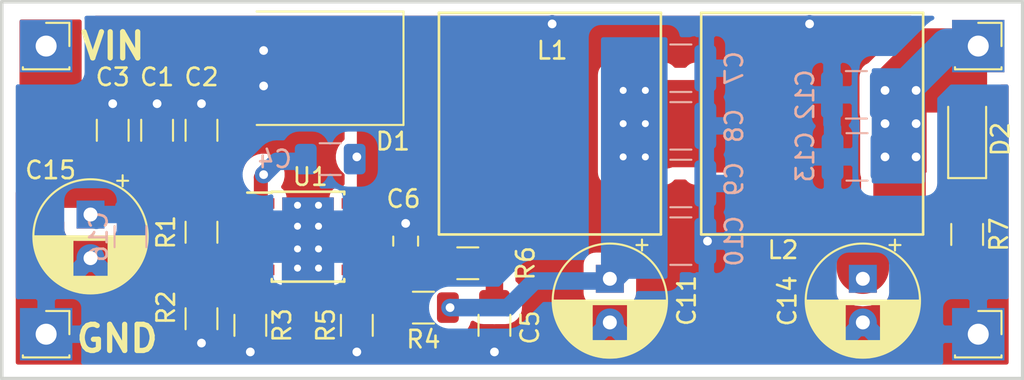
<source format=kicad_pcb>
(kicad_pcb (version 20171130) (host pcbnew "(5.1.5)-3")

  (general
    (thickness 1.6)
    (drawings 6)
    (tracks 84)
    (zones 0)
    (modules 32)
    (nets 13)
  )

  (page A4)
  (layers
    (0 F.Cu signal)
    (31 B.Cu signal)
    (32 B.Adhes user)
    (33 F.Adhes user)
    (34 B.Paste user)
    (35 F.Paste user)
    (36 B.SilkS user)
    (37 F.SilkS user)
    (38 B.Mask user)
    (39 F.Mask user)
    (40 Dwgs.User user)
    (41 Cmts.User user)
    (42 Eco1.User user)
    (43 Eco2.User user)
    (44 Edge.Cuts user)
    (45 Margin user)
    (46 B.CrtYd user hide)
    (47 F.CrtYd user hide)
    (48 B.Fab user hide)
    (49 F.Fab user hide)
  )

  (setup
    (last_trace_width 1)
    (trace_clearance 0.2)
    (zone_clearance 0.7)
    (zone_45_only yes)
    (trace_min 0.2)
    (via_size 1)
    (via_drill 0.5)
    (via_min_size 0.4)
    (via_min_drill 0.3)
    (uvia_size 0.3)
    (uvia_drill 0.1)
    (uvias_allowed no)
    (uvia_min_size 0.2)
    (uvia_min_drill 0.1)
    (edge_width 0.15)
    (segment_width 0.2)
    (pcb_text_width 0.3)
    (pcb_text_size 1.5 1.5)
    (mod_edge_width 0.15)
    (mod_text_size 1 1)
    (mod_text_width 0.15)
    (pad_size 1.6 1.6)
    (pad_drill 0.8)
    (pad_to_mask_clearance 0.2)
    (aux_axis_origin 0 0)
    (visible_elements 7FFFFFFF)
    (pcbplotparams
      (layerselection 0x010e0_ffffffff)
      (usegerberextensions false)
      (usegerberattributes false)
      (usegerberadvancedattributes false)
      (creategerberjobfile false)
      (excludeedgelayer true)
      (linewidth 0.100000)
      (plotframeref false)
      (viasonmask false)
      (mode 1)
      (useauxorigin false)
      (hpglpennumber 1)
      (hpglpenspeed 20)
      (hpglpendiameter 15.000000)
      (psnegative false)
      (psa4output false)
      (plotreference true)
      (plotvalue true)
      (plotinvisibletext false)
      (padsonsilk false)
      (subtractmaskfromsilk false)
      (outputformat 1)
      (mirror false)
      (drillshape 0)
      (scaleselection 1)
      (outputdirectory "Gerbers"))
  )

  (net 0 "")
  (net 1 GND)
  (net 2 "Net-(C1-Pad1)")
  (net 3 "Net-(C4-Pad1)")
  (net 4 "Net-(C4-Pad2)")
  (net 5 "Net-(C5-Pad2)")
  (net 6 "Net-(C6-Pad2)")
  (net 7 "Net-(C10-Pad1)")
  (net 8 "Net-(C12-Pad1)")
  (net 9 "Net-(D2-Pad1)")
  (net 10 "Net-(R1-Pad2)")
  (net 11 "Net-(R3-Pad1)")
  (net 12 "Net-(R4-Pad2)")

  (net_class Default "Это класс цепей по умолчанию."
    (clearance 0.2)
    (trace_width 1)
    (via_dia 1)
    (via_drill 0.5)
    (uvia_dia 0.3)
    (uvia_drill 0.1)
    (add_net GND)
    (add_net "Net-(C1-Pad1)")
    (add_net "Net-(C10-Pad1)")
    (add_net "Net-(C12-Pad1)")
    (add_net "Net-(C4-Pad1)")
    (add_net "Net-(C4-Pad2)")
    (add_net "Net-(C5-Pad2)")
    (add_net "Net-(C6-Pad2)")
    (add_net "Net-(D2-Pad1)")
    (add_net "Net-(R1-Pad2)")
    (add_net "Net-(R3-Pad1)")
    (add_net "Net-(R4-Pad2)")
  )

  (module Package_SO:TI_SO-PowerPAD-8_ThermalVias (layer F.Cu) (tedit 5EE37533) (tstamp 5EE4D3A9)
    (at 59.436 84.582)
    (descr "8-pin HTSOP package with 1.27mm pin pitch, compatible with SOIC-8, 3.9x4.9mm² body, exposed pad, thermal vias with large copper area, as proposed in http://www.ti.com/lit/ds/symlink/tps5430.pdf")
    (tags "HTSOP 1.27")
    (path /5ED83600)
    (attr smd)
    (fp_text reference U1 (at 0.127 -3.429) (layer F.SilkS)
      (effects (font (size 1 1) (thickness 0.15)))
    )
    (fp_text value TPS54360DDA (at 0 3.5) (layer F.Fab)
      (effects (font (size 1 1) (thickness 0.15)))
    )
    (fp_text user %R (at 0 0) (layer F.Fab)
      (effects (font (size 0.9 0.9) (thickness 0.135)))
    )
    (fp_line (start -0.95 -2.45) (end 1.95 -2.45) (layer F.Fab) (width 0.15))
    (fp_line (start 1.95 -2.45) (end 1.95 2.45) (layer F.Fab) (width 0.15))
    (fp_line (start 1.95 2.45) (end -1.95 2.45) (layer F.Fab) (width 0.15))
    (fp_line (start -1.95 2.45) (end -1.95 -1.45) (layer F.Fab) (width 0.15))
    (fp_line (start -1.95 -1.45) (end -0.95 -2.45) (layer F.Fab) (width 0.15))
    (fp_line (start -3.75 -2.75) (end -3.75 2.75) (layer F.CrtYd) (width 0.05))
    (fp_line (start 3.75 -2.75) (end 3.75 2.75) (layer F.CrtYd) (width 0.05))
    (fp_line (start -3.75 -2.75) (end 3.75 -2.75) (layer F.CrtYd) (width 0.05))
    (fp_line (start -3.75 2.75) (end 3.75 2.75) (layer F.CrtYd) (width 0.05))
    (fp_line (start -2.075 -2.575) (end -2.075 -2.525) (layer F.SilkS) (width 0.15))
    (fp_line (start 2.075 -2.575) (end 2.075 -2.43) (layer F.SilkS) (width 0.15))
    (fp_line (start 2.075 2.575) (end 2.075 2.43) (layer F.SilkS) (width 0.15))
    (fp_line (start -2.075 2.575) (end -2.075 2.43) (layer F.SilkS) (width 0.15))
    (fp_line (start -2.075 -2.575) (end 2.075 -2.575) (layer F.SilkS) (width 0.15))
    (fp_line (start -2.075 2.575) (end 2.075 2.575) (layer F.SilkS) (width 0.15))
    (fp_line (start -2.075 -2.525) (end -3.475 -2.525) (layer F.SilkS) (width 0.15))
    (pad 9 smd rect (at 0 0) (size 2.6 3.1) (layers F.Cu F.Paste F.Mask)
      (net 1 GND))
    (pad 9 smd rect (at 0 0) (size 2.95 4.5) (layers F.Cu)
      (net 1 GND))
    (pad 1 smd rect (at -2.7 -1.905) (size 1.55 0.6) (layers F.Cu F.Paste F.Mask)
      (net 4 "Net-(C4-Pad2)"))
    (pad 2 smd rect (at -2.7 -0.635) (size 1.55 0.6) (layers F.Cu F.Paste F.Mask)
      (net 2 "Net-(C1-Pad1)"))
    (pad 3 smd rect (at -2.7 0.635) (size 1.55 0.6) (layers F.Cu F.Paste F.Mask)
      (net 10 "Net-(R1-Pad2)"))
    (pad 4 smd rect (at -2.7 1.905) (size 1.55 0.6) (layers F.Cu F.Paste F.Mask)
      (net 11 "Net-(R3-Pad1)"))
    (pad 5 smd rect (at 2.7 1.905) (size 1.55 0.6) (layers F.Cu F.Paste F.Mask)
      (net 12 "Net-(R4-Pad2)"))
    (pad 6 smd rect (at 2.7 0.635) (size 1.55 0.6) (layers F.Cu F.Paste F.Mask)
      (net 6 "Net-(C6-Pad2)"))
    (pad 7 smd rect (at 2.7 -0.635) (size 1.55 0.6) (layers F.Cu F.Paste F.Mask)
      (net 1 GND))
    (pad 8 smd rect (at 2.7 -1.905) (size 1.55 0.6) (layers F.Cu F.Paste F.Mask)
      (net 3 "Net-(C4-Pad1)"))
    (pad 9 smd rect (at 0 0) (size 2.95 4.5) (layers B.Cu)
      (net 1 GND))
    (pad 9 thru_hole circle (at -0.6 -1.8) (size 0.6 0.6) (drill 0.4) (layers *.Cu)
      (net 1 GND))
    (pad 9 thru_hole circle (at -0.6 -0.6) (size 0.6 0.6) (drill 0.4) (layers *.Cu)
      (net 1 GND))
    (pad 9 thru_hole circle (at 0.6 -0.6) (size 0.6 0.6) (drill 0.4) (layers *.Cu)
      (net 1 GND))
    (pad 9 thru_hole circle (at 0.6 -1.8) (size 0.6 0.6) (drill 0.4) (layers *.Cu)
      (net 1 GND))
    (pad 9 thru_hole circle (at -0.6 1.8) (size 0.6 0.6) (drill 0.4) (layers *.Cu)
      (net 1 GND))
    (pad 9 thru_hole circle (at -0.6 0.7) (size 0.6 0.6) (drill 0.4) (layers *.Cu)
      (net 1 GND))
    (pad 9 thru_hole circle (at 0.6 0.7) (size 0.6 0.6) (drill 0.4) (layers *.Cu)
      (net 1 GND))
    (pad 9 thru_hole circle (at 0.6 1.8) (size 0.6 0.6) (drill 0.4) (layers *.Cu)
      (net 1 GND))
    (model ${KISYS3DMOD}/Package_SO.3dshapes/HTSOP-8-1EP_3.9x4.9mm_Pitch1.27mm.wrl
      (at (xyz 0 0 0))
      (scale (xyz 1 1 1))
      (rotate (xyz 0 0 0))
    )
  )

  (module Capacitor_SMD:C_1206_3216Metric_Pad1.42x1.75mm_HandSolder (layer F.Cu) (tedit 5B301BBE) (tstamp 5EE4D015)
    (at 50.8 78.486 90)
    (descr "Capacitor SMD 1206 (3216 Metric), square (rectangular) end terminal, IPC_7351 nominal with elongated pad for handsoldering. (Body size source: http://www.tortai-tech.com/upload/download/2011102023233369053.pdf), generated with kicad-footprint-generator")
    (tags "capacitor handsolder")
    (path /5ED83D82)
    (attr smd)
    (fp_text reference C1 (at 3.048 0) (layer F.SilkS)
      (effects (font (size 1 1) (thickness 0.15)))
    )
    (fp_text value 2.2uF_100V (at 0 1.82 270) (layer F.Fab)
      (effects (font (size 1 1) (thickness 0.15)))
    )
    (fp_text user %R (at 0 0 90) (layer F.Fab)
      (effects (font (size 0.8 0.8) (thickness 0.12)))
    )
    (fp_line (start 2.45 1.12) (end -2.45 1.12) (layer F.CrtYd) (width 0.05))
    (fp_line (start 2.45 -1.12) (end 2.45 1.12) (layer F.CrtYd) (width 0.05))
    (fp_line (start -2.45 -1.12) (end 2.45 -1.12) (layer F.CrtYd) (width 0.05))
    (fp_line (start -2.45 1.12) (end -2.45 -1.12) (layer F.CrtYd) (width 0.05))
    (fp_line (start -0.602064 0.91) (end 0.602064 0.91) (layer F.SilkS) (width 0.12))
    (fp_line (start -0.602064 -0.91) (end 0.602064 -0.91) (layer F.SilkS) (width 0.12))
    (fp_line (start 1.6 0.8) (end -1.6 0.8) (layer F.Fab) (width 0.1))
    (fp_line (start 1.6 -0.8) (end 1.6 0.8) (layer F.Fab) (width 0.1))
    (fp_line (start -1.6 -0.8) (end 1.6 -0.8) (layer F.Fab) (width 0.1))
    (fp_line (start -1.6 0.8) (end -1.6 -0.8) (layer F.Fab) (width 0.1))
    (pad 2 smd roundrect (at 1.4875 0 90) (size 1.425 1.75) (layers F.Cu F.Paste F.Mask) (roundrect_rratio 0.175439)
      (net 1 GND))
    (pad 1 smd roundrect (at -1.4875 0 90) (size 1.425 1.75) (layers F.Cu F.Paste F.Mask) (roundrect_rratio 0.175439)
      (net 2 "Net-(C1-Pad1)"))
    (model ${KISYS3DMOD}/Capacitor_SMD.3dshapes/C_1206_3216Metric.wrl
      (at (xyz 0 0 0))
      (scale (xyz 1 1 1))
      (rotate (xyz 0 0 0))
    )
  )

  (module Capacitor_SMD:C_1206_3216Metric_Pad1.42x1.75mm_HandSolder (layer F.Cu) (tedit 5B301BBE) (tstamp 5EE4D026)
    (at 53.34 78.486 90)
    (descr "Capacitor SMD 1206 (3216 Metric), square (rectangular) end terminal, IPC_7351 nominal with elongated pad for handsoldering. (Body size source: http://www.tortai-tech.com/upload/download/2011102023233369053.pdf), generated with kicad-footprint-generator")
    (tags "capacitor handsolder")
    (path /5ED841C2)
    (attr smd)
    (fp_text reference C2 (at 3.048 0) (layer F.SilkS)
      (effects (font (size 1 1) (thickness 0.15)))
    )
    (fp_text value 2.2uF_100V (at 0 1.82 270) (layer F.Fab)
      (effects (font (size 1 1) (thickness 0.15)))
    )
    (fp_line (start -1.6 0.8) (end -1.6 -0.8) (layer F.Fab) (width 0.1))
    (fp_line (start -1.6 -0.8) (end 1.6 -0.8) (layer F.Fab) (width 0.1))
    (fp_line (start 1.6 -0.8) (end 1.6 0.8) (layer F.Fab) (width 0.1))
    (fp_line (start 1.6 0.8) (end -1.6 0.8) (layer F.Fab) (width 0.1))
    (fp_line (start -0.602064 -0.91) (end 0.602064 -0.91) (layer F.SilkS) (width 0.12))
    (fp_line (start -0.602064 0.91) (end 0.602064 0.91) (layer F.SilkS) (width 0.12))
    (fp_line (start -2.45 1.12) (end -2.45 -1.12) (layer F.CrtYd) (width 0.05))
    (fp_line (start -2.45 -1.12) (end 2.45 -1.12) (layer F.CrtYd) (width 0.05))
    (fp_line (start 2.45 -1.12) (end 2.45 1.12) (layer F.CrtYd) (width 0.05))
    (fp_line (start 2.45 1.12) (end -2.45 1.12) (layer F.CrtYd) (width 0.05))
    (fp_text user %R (at 0 0 270) (layer F.Fab)
      (effects (font (size 0.8 0.8) (thickness 0.12)))
    )
    (pad 1 smd roundrect (at -1.4875 0 90) (size 1.425 1.75) (layers F.Cu F.Paste F.Mask) (roundrect_rratio 0.175439)
      (net 2 "Net-(C1-Pad1)"))
    (pad 2 smd roundrect (at 1.4875 0 90) (size 1.425 1.75) (layers F.Cu F.Paste F.Mask) (roundrect_rratio 0.175439)
      (net 1 GND))
    (model ${KISYS3DMOD}/Capacitor_SMD.3dshapes/C_1206_3216Metric.wrl
      (at (xyz 0 0 0))
      (scale (xyz 1 1 1))
      (rotate (xyz 0 0 0))
    )
  )

  (module Capacitor_THT:CP_Radial_D6.3mm_P2.50mm (layer F.Cu) (tedit 5AE50EF0) (tstamp 5EE4D0BA)
    (at 46.99 83.312 270)
    (descr "CP, Radial series, Radial, pin pitch=2.50mm, , diameter=6.3mm, Electrolytic Capacitor")
    (tags "CP Radial series Radial pin pitch 2.50mm  diameter 6.3mm Electrolytic Capacitor")
    (path /5ED8471B)
    (fp_text reference C15 (at -2.54 2.286 180) (layer F.SilkS)
      (effects (font (size 1 1) (thickness 0.15)))
    )
    (fp_text value 47uF63V (at 1.25 4.4 90) (layer F.Fab)
      (effects (font (size 1 1) (thickness 0.15)))
    )
    (fp_circle (center 1.25 0) (end 4.4 0) (layer F.Fab) (width 0.1))
    (fp_circle (center 1.25 0) (end 4.52 0) (layer F.SilkS) (width 0.12))
    (fp_circle (center 1.25 0) (end 4.65 0) (layer F.CrtYd) (width 0.05))
    (fp_line (start -1.443972 -1.3735) (end -0.813972 -1.3735) (layer F.Fab) (width 0.1))
    (fp_line (start -1.128972 -1.6885) (end -1.128972 -1.0585) (layer F.Fab) (width 0.1))
    (fp_line (start 1.25 -3.23) (end 1.25 3.23) (layer F.SilkS) (width 0.12))
    (fp_line (start 1.29 -3.23) (end 1.29 3.23) (layer F.SilkS) (width 0.12))
    (fp_line (start 1.33 -3.23) (end 1.33 3.23) (layer F.SilkS) (width 0.12))
    (fp_line (start 1.37 -3.228) (end 1.37 3.228) (layer F.SilkS) (width 0.12))
    (fp_line (start 1.41 -3.227) (end 1.41 3.227) (layer F.SilkS) (width 0.12))
    (fp_line (start 1.45 -3.224) (end 1.45 3.224) (layer F.SilkS) (width 0.12))
    (fp_line (start 1.49 -3.222) (end 1.49 -1.04) (layer F.SilkS) (width 0.12))
    (fp_line (start 1.49 1.04) (end 1.49 3.222) (layer F.SilkS) (width 0.12))
    (fp_line (start 1.53 -3.218) (end 1.53 -1.04) (layer F.SilkS) (width 0.12))
    (fp_line (start 1.53 1.04) (end 1.53 3.218) (layer F.SilkS) (width 0.12))
    (fp_line (start 1.57 -3.215) (end 1.57 -1.04) (layer F.SilkS) (width 0.12))
    (fp_line (start 1.57 1.04) (end 1.57 3.215) (layer F.SilkS) (width 0.12))
    (fp_line (start 1.61 -3.211) (end 1.61 -1.04) (layer F.SilkS) (width 0.12))
    (fp_line (start 1.61 1.04) (end 1.61 3.211) (layer F.SilkS) (width 0.12))
    (fp_line (start 1.65 -3.206) (end 1.65 -1.04) (layer F.SilkS) (width 0.12))
    (fp_line (start 1.65 1.04) (end 1.65 3.206) (layer F.SilkS) (width 0.12))
    (fp_line (start 1.69 -3.201) (end 1.69 -1.04) (layer F.SilkS) (width 0.12))
    (fp_line (start 1.69 1.04) (end 1.69 3.201) (layer F.SilkS) (width 0.12))
    (fp_line (start 1.73 -3.195) (end 1.73 -1.04) (layer F.SilkS) (width 0.12))
    (fp_line (start 1.73 1.04) (end 1.73 3.195) (layer F.SilkS) (width 0.12))
    (fp_line (start 1.77 -3.189) (end 1.77 -1.04) (layer F.SilkS) (width 0.12))
    (fp_line (start 1.77 1.04) (end 1.77 3.189) (layer F.SilkS) (width 0.12))
    (fp_line (start 1.81 -3.182) (end 1.81 -1.04) (layer F.SilkS) (width 0.12))
    (fp_line (start 1.81 1.04) (end 1.81 3.182) (layer F.SilkS) (width 0.12))
    (fp_line (start 1.85 -3.175) (end 1.85 -1.04) (layer F.SilkS) (width 0.12))
    (fp_line (start 1.85 1.04) (end 1.85 3.175) (layer F.SilkS) (width 0.12))
    (fp_line (start 1.89 -3.167) (end 1.89 -1.04) (layer F.SilkS) (width 0.12))
    (fp_line (start 1.89 1.04) (end 1.89 3.167) (layer F.SilkS) (width 0.12))
    (fp_line (start 1.93 -3.159) (end 1.93 -1.04) (layer F.SilkS) (width 0.12))
    (fp_line (start 1.93 1.04) (end 1.93 3.159) (layer F.SilkS) (width 0.12))
    (fp_line (start 1.971 -3.15) (end 1.971 -1.04) (layer F.SilkS) (width 0.12))
    (fp_line (start 1.971 1.04) (end 1.971 3.15) (layer F.SilkS) (width 0.12))
    (fp_line (start 2.011 -3.141) (end 2.011 -1.04) (layer F.SilkS) (width 0.12))
    (fp_line (start 2.011 1.04) (end 2.011 3.141) (layer F.SilkS) (width 0.12))
    (fp_line (start 2.051 -3.131) (end 2.051 -1.04) (layer F.SilkS) (width 0.12))
    (fp_line (start 2.051 1.04) (end 2.051 3.131) (layer F.SilkS) (width 0.12))
    (fp_line (start 2.091 -3.121) (end 2.091 -1.04) (layer F.SilkS) (width 0.12))
    (fp_line (start 2.091 1.04) (end 2.091 3.121) (layer F.SilkS) (width 0.12))
    (fp_line (start 2.131 -3.11) (end 2.131 -1.04) (layer F.SilkS) (width 0.12))
    (fp_line (start 2.131 1.04) (end 2.131 3.11) (layer F.SilkS) (width 0.12))
    (fp_line (start 2.171 -3.098) (end 2.171 -1.04) (layer F.SilkS) (width 0.12))
    (fp_line (start 2.171 1.04) (end 2.171 3.098) (layer F.SilkS) (width 0.12))
    (fp_line (start 2.211 -3.086) (end 2.211 -1.04) (layer F.SilkS) (width 0.12))
    (fp_line (start 2.211 1.04) (end 2.211 3.086) (layer F.SilkS) (width 0.12))
    (fp_line (start 2.251 -3.074) (end 2.251 -1.04) (layer F.SilkS) (width 0.12))
    (fp_line (start 2.251 1.04) (end 2.251 3.074) (layer F.SilkS) (width 0.12))
    (fp_line (start 2.291 -3.061) (end 2.291 -1.04) (layer F.SilkS) (width 0.12))
    (fp_line (start 2.291 1.04) (end 2.291 3.061) (layer F.SilkS) (width 0.12))
    (fp_line (start 2.331 -3.047) (end 2.331 -1.04) (layer F.SilkS) (width 0.12))
    (fp_line (start 2.331 1.04) (end 2.331 3.047) (layer F.SilkS) (width 0.12))
    (fp_line (start 2.371 -3.033) (end 2.371 -1.04) (layer F.SilkS) (width 0.12))
    (fp_line (start 2.371 1.04) (end 2.371 3.033) (layer F.SilkS) (width 0.12))
    (fp_line (start 2.411 -3.018) (end 2.411 -1.04) (layer F.SilkS) (width 0.12))
    (fp_line (start 2.411 1.04) (end 2.411 3.018) (layer F.SilkS) (width 0.12))
    (fp_line (start 2.451 -3.002) (end 2.451 -1.04) (layer F.SilkS) (width 0.12))
    (fp_line (start 2.451 1.04) (end 2.451 3.002) (layer F.SilkS) (width 0.12))
    (fp_line (start 2.491 -2.986) (end 2.491 -1.04) (layer F.SilkS) (width 0.12))
    (fp_line (start 2.491 1.04) (end 2.491 2.986) (layer F.SilkS) (width 0.12))
    (fp_line (start 2.531 -2.97) (end 2.531 -1.04) (layer F.SilkS) (width 0.12))
    (fp_line (start 2.531 1.04) (end 2.531 2.97) (layer F.SilkS) (width 0.12))
    (fp_line (start 2.571 -2.952) (end 2.571 -1.04) (layer F.SilkS) (width 0.12))
    (fp_line (start 2.571 1.04) (end 2.571 2.952) (layer F.SilkS) (width 0.12))
    (fp_line (start 2.611 -2.934) (end 2.611 -1.04) (layer F.SilkS) (width 0.12))
    (fp_line (start 2.611 1.04) (end 2.611 2.934) (layer F.SilkS) (width 0.12))
    (fp_line (start 2.651 -2.916) (end 2.651 -1.04) (layer F.SilkS) (width 0.12))
    (fp_line (start 2.651 1.04) (end 2.651 2.916) (layer F.SilkS) (width 0.12))
    (fp_line (start 2.691 -2.896) (end 2.691 -1.04) (layer F.SilkS) (width 0.12))
    (fp_line (start 2.691 1.04) (end 2.691 2.896) (layer F.SilkS) (width 0.12))
    (fp_line (start 2.731 -2.876) (end 2.731 -1.04) (layer F.SilkS) (width 0.12))
    (fp_line (start 2.731 1.04) (end 2.731 2.876) (layer F.SilkS) (width 0.12))
    (fp_line (start 2.771 -2.856) (end 2.771 -1.04) (layer F.SilkS) (width 0.12))
    (fp_line (start 2.771 1.04) (end 2.771 2.856) (layer F.SilkS) (width 0.12))
    (fp_line (start 2.811 -2.834) (end 2.811 -1.04) (layer F.SilkS) (width 0.12))
    (fp_line (start 2.811 1.04) (end 2.811 2.834) (layer F.SilkS) (width 0.12))
    (fp_line (start 2.851 -2.812) (end 2.851 -1.04) (layer F.SilkS) (width 0.12))
    (fp_line (start 2.851 1.04) (end 2.851 2.812) (layer F.SilkS) (width 0.12))
    (fp_line (start 2.891 -2.79) (end 2.891 -1.04) (layer F.SilkS) (width 0.12))
    (fp_line (start 2.891 1.04) (end 2.891 2.79) (layer F.SilkS) (width 0.12))
    (fp_line (start 2.931 -2.766) (end 2.931 -1.04) (layer F.SilkS) (width 0.12))
    (fp_line (start 2.931 1.04) (end 2.931 2.766) (layer F.SilkS) (width 0.12))
    (fp_line (start 2.971 -2.742) (end 2.971 -1.04) (layer F.SilkS) (width 0.12))
    (fp_line (start 2.971 1.04) (end 2.971 2.742) (layer F.SilkS) (width 0.12))
    (fp_line (start 3.011 -2.716) (end 3.011 -1.04) (layer F.SilkS) (width 0.12))
    (fp_line (start 3.011 1.04) (end 3.011 2.716) (layer F.SilkS) (width 0.12))
    (fp_line (start 3.051 -2.69) (end 3.051 -1.04) (layer F.SilkS) (width 0.12))
    (fp_line (start 3.051 1.04) (end 3.051 2.69) (layer F.SilkS) (width 0.12))
    (fp_line (start 3.091 -2.664) (end 3.091 -1.04) (layer F.SilkS) (width 0.12))
    (fp_line (start 3.091 1.04) (end 3.091 2.664) (layer F.SilkS) (width 0.12))
    (fp_line (start 3.131 -2.636) (end 3.131 -1.04) (layer F.SilkS) (width 0.12))
    (fp_line (start 3.131 1.04) (end 3.131 2.636) (layer F.SilkS) (width 0.12))
    (fp_line (start 3.171 -2.607) (end 3.171 -1.04) (layer F.SilkS) (width 0.12))
    (fp_line (start 3.171 1.04) (end 3.171 2.607) (layer F.SilkS) (width 0.12))
    (fp_line (start 3.211 -2.578) (end 3.211 -1.04) (layer F.SilkS) (width 0.12))
    (fp_line (start 3.211 1.04) (end 3.211 2.578) (layer F.SilkS) (width 0.12))
    (fp_line (start 3.251 -2.548) (end 3.251 -1.04) (layer F.SilkS) (width 0.12))
    (fp_line (start 3.251 1.04) (end 3.251 2.548) (layer F.SilkS) (width 0.12))
    (fp_line (start 3.291 -2.516) (end 3.291 -1.04) (layer F.SilkS) (width 0.12))
    (fp_line (start 3.291 1.04) (end 3.291 2.516) (layer F.SilkS) (width 0.12))
    (fp_line (start 3.331 -2.484) (end 3.331 -1.04) (layer F.SilkS) (width 0.12))
    (fp_line (start 3.331 1.04) (end 3.331 2.484) (layer F.SilkS) (width 0.12))
    (fp_line (start 3.371 -2.45) (end 3.371 -1.04) (layer F.SilkS) (width 0.12))
    (fp_line (start 3.371 1.04) (end 3.371 2.45) (layer F.SilkS) (width 0.12))
    (fp_line (start 3.411 -2.416) (end 3.411 -1.04) (layer F.SilkS) (width 0.12))
    (fp_line (start 3.411 1.04) (end 3.411 2.416) (layer F.SilkS) (width 0.12))
    (fp_line (start 3.451 -2.38) (end 3.451 -1.04) (layer F.SilkS) (width 0.12))
    (fp_line (start 3.451 1.04) (end 3.451 2.38) (layer F.SilkS) (width 0.12))
    (fp_line (start 3.491 -2.343) (end 3.491 -1.04) (layer F.SilkS) (width 0.12))
    (fp_line (start 3.491 1.04) (end 3.491 2.343) (layer F.SilkS) (width 0.12))
    (fp_line (start 3.531 -2.305) (end 3.531 -1.04) (layer F.SilkS) (width 0.12))
    (fp_line (start 3.531 1.04) (end 3.531 2.305) (layer F.SilkS) (width 0.12))
    (fp_line (start 3.571 -2.265) (end 3.571 2.265) (layer F.SilkS) (width 0.12))
    (fp_line (start 3.611 -2.224) (end 3.611 2.224) (layer F.SilkS) (width 0.12))
    (fp_line (start 3.651 -2.182) (end 3.651 2.182) (layer F.SilkS) (width 0.12))
    (fp_line (start 3.691 -2.137) (end 3.691 2.137) (layer F.SilkS) (width 0.12))
    (fp_line (start 3.731 -2.092) (end 3.731 2.092) (layer F.SilkS) (width 0.12))
    (fp_line (start 3.771 -2.044) (end 3.771 2.044) (layer F.SilkS) (width 0.12))
    (fp_line (start 3.811 -1.995) (end 3.811 1.995) (layer F.SilkS) (width 0.12))
    (fp_line (start 3.851 -1.944) (end 3.851 1.944) (layer F.SilkS) (width 0.12))
    (fp_line (start 3.891 -1.89) (end 3.891 1.89) (layer F.SilkS) (width 0.12))
    (fp_line (start 3.931 -1.834) (end 3.931 1.834) (layer F.SilkS) (width 0.12))
    (fp_line (start 3.971 -1.776) (end 3.971 1.776) (layer F.SilkS) (width 0.12))
    (fp_line (start 4.011 -1.714) (end 4.011 1.714) (layer F.SilkS) (width 0.12))
    (fp_line (start 4.051 -1.65) (end 4.051 1.65) (layer F.SilkS) (width 0.12))
    (fp_line (start 4.091 -1.581) (end 4.091 1.581) (layer F.SilkS) (width 0.12))
    (fp_line (start 4.131 -1.509) (end 4.131 1.509) (layer F.SilkS) (width 0.12))
    (fp_line (start 4.171 -1.432) (end 4.171 1.432) (layer F.SilkS) (width 0.12))
    (fp_line (start 4.211 -1.35) (end 4.211 1.35) (layer F.SilkS) (width 0.12))
    (fp_line (start 4.251 -1.262) (end 4.251 1.262) (layer F.SilkS) (width 0.12))
    (fp_line (start 4.291 -1.165) (end 4.291 1.165) (layer F.SilkS) (width 0.12))
    (fp_line (start 4.331 -1.059) (end 4.331 1.059) (layer F.SilkS) (width 0.12))
    (fp_line (start 4.371 -0.94) (end 4.371 0.94) (layer F.SilkS) (width 0.12))
    (fp_line (start 4.411 -0.802) (end 4.411 0.802) (layer F.SilkS) (width 0.12))
    (fp_line (start 4.451 -0.633) (end 4.451 0.633) (layer F.SilkS) (width 0.12))
    (fp_line (start 4.491 -0.402) (end 4.491 0.402) (layer F.SilkS) (width 0.12))
    (fp_line (start -2.250241 -1.839) (end -1.620241 -1.839) (layer F.SilkS) (width 0.12))
    (fp_line (start -1.935241 -2.154) (end -1.935241 -1.524) (layer F.SilkS) (width 0.12))
    (fp_text user %R (at 1.25 0 90) (layer F.Fab)
      (effects (font (size 1 1) (thickness 0.15)))
    )
    (pad 1 thru_hole rect (at 0 0 270) (size 1.6 1.6) (drill 0.8) (layers *.Cu *.Mask)
      (net 2 "Net-(C1-Pad1)"))
    (pad 2 thru_hole circle (at 2.5 0 270) (size 1.6 1.6) (drill 0.8) (layers *.Cu *.Mask)
      (net 1 GND))
    (model ${KISYS3DMOD}/Capacitor_THT.3dshapes/CP_Radial_D6.3mm_P2.50mm.wrl
      (at (xyz 0 0 0))
      (scale (xyz 1 1 1))
      (rotate (xyz 0 0 0))
    )
  )

  (module Capacitor_SMD:C_0805_2012Metric_Pad1.15x1.40mm_HandSolder (layer F.Cu) (tedit 5B36C52B) (tstamp 5EE4D0ED)
    (at 65.024 84.836 270)
    (descr "Capacitor SMD 0805 (2012 Metric), square (rectangular) end terminal, IPC_7351 nominal with elongated pad for handsoldering. (Body size source: https://docs.google.com/spreadsheets/d/1BsfQQcO9C6DZCsRaXUlFlo91Tg2WpOkGARC1WS5S8t0/edit?usp=sharing), generated with kicad-footprint-generator")
    (tags "capacitor handsolder")
    (path /5EDA8EAB)
    (attr smd)
    (fp_text reference C6 (at -2.422 0.127 180) (layer F.SilkS)
      (effects (font (size 1 1) (thickness 0.15)))
    )
    (fp_text value 39pF (at 0 1.65 270) (layer F.Fab)
      (effects (font (size 1 1) (thickness 0.15)))
    )
    (fp_text user %R (at 0 0 270) (layer F.Fab)
      (effects (font (size 0.5 0.5) (thickness 0.08)))
    )
    (fp_line (start 1.85 0.95) (end -1.85 0.95) (layer F.CrtYd) (width 0.05))
    (fp_line (start 1.85 -0.95) (end 1.85 0.95) (layer F.CrtYd) (width 0.05))
    (fp_line (start -1.85 -0.95) (end 1.85 -0.95) (layer F.CrtYd) (width 0.05))
    (fp_line (start -1.85 0.95) (end -1.85 -0.95) (layer F.CrtYd) (width 0.05))
    (fp_line (start -0.261252 0.71) (end 0.261252 0.71) (layer F.SilkS) (width 0.12))
    (fp_line (start -0.261252 -0.71) (end 0.261252 -0.71) (layer F.SilkS) (width 0.12))
    (fp_line (start 1 0.6) (end -1 0.6) (layer F.Fab) (width 0.1))
    (fp_line (start 1 -0.6) (end 1 0.6) (layer F.Fab) (width 0.1))
    (fp_line (start -1 -0.6) (end 1 -0.6) (layer F.Fab) (width 0.1))
    (fp_line (start -1 0.6) (end -1 -0.6) (layer F.Fab) (width 0.1))
    (pad 2 smd roundrect (at 1.025 0 270) (size 1.15 1.4) (layers F.Cu F.Paste F.Mask) (roundrect_rratio 0.217391)
      (net 6 "Net-(C6-Pad2)"))
    (pad 1 smd roundrect (at -1.025 0 270) (size 1.15 1.4) (layers F.Cu F.Paste F.Mask) (roundrect_rratio 0.217391)
      (net 1 GND))
    (model ${KISYS3DMOD}/Capacitor_SMD.3dshapes/C_0805_2012Metric.wrl
      (at (xyz 0 0 0))
      (scale (xyz 1 1 1))
      (rotate (xyz 0 0 0))
    )
  )

  (module Capacitor_THT:CP_Radial_D6.3mm_P2.50mm (layer F.Cu) (tedit 5EE3865C) (tstamp 5EE4D1C5)
    (at 76.708 86.995 270)
    (descr "CP, Radial series, Radial, pin pitch=2.50mm, , diameter=6.3mm, Electrolytic Capacitor")
    (tags "CP Radial series Radial pin pitch 2.50mm  diameter 6.3mm Electrolytic Capacitor")
    (path /5ED8EEEA)
    (fp_text reference C11 (at 1.25 -4.4 270) (layer F.SilkS)
      (effects (font (size 1 1) (thickness 0.15)))
    )
    (fp_text value 100uF (at 1.25 4.4 270) (layer F.Fab)
      (effects (font (size 1 1) (thickness 0.15)))
    )
    (fp_text user %R (at 1.25 0 270) (layer F.Fab)
      (effects (font (size 1 1) (thickness 0.15)))
    )
    (fp_line (start -1.935241 -2.154) (end -1.935241 -1.524) (layer F.SilkS) (width 0.12))
    (fp_line (start -2.250241 -1.839) (end -1.620241 -1.839) (layer F.SilkS) (width 0.12))
    (fp_line (start 4.491 -0.402) (end 4.491 0.402) (layer F.SilkS) (width 0.12))
    (fp_line (start 4.451 -0.633) (end 4.451 0.633) (layer F.SilkS) (width 0.12))
    (fp_line (start 4.411 -0.802) (end 4.411 0.802) (layer F.SilkS) (width 0.12))
    (fp_line (start 4.371 -0.94) (end 4.371 0.94) (layer F.SilkS) (width 0.12))
    (fp_line (start 4.331 -1.059) (end 4.331 1.059) (layer F.SilkS) (width 0.12))
    (fp_line (start 4.291 -1.165) (end 4.291 1.165) (layer F.SilkS) (width 0.12))
    (fp_line (start 4.251 -1.262) (end 4.251 1.262) (layer F.SilkS) (width 0.12))
    (fp_line (start 4.211 -1.35) (end 4.211 1.35) (layer F.SilkS) (width 0.12))
    (fp_line (start 4.171 -1.432) (end 4.171 1.432) (layer F.SilkS) (width 0.12))
    (fp_line (start 4.131 -1.509) (end 4.131 1.509) (layer F.SilkS) (width 0.12))
    (fp_line (start 4.091 -1.581) (end 4.091 1.581) (layer F.SilkS) (width 0.12))
    (fp_line (start 4.051 -1.65) (end 4.051 1.65) (layer F.SilkS) (width 0.12))
    (fp_line (start 4.011 -1.714) (end 4.011 1.714) (layer F.SilkS) (width 0.12))
    (fp_line (start 3.971 -1.776) (end 3.971 1.776) (layer F.SilkS) (width 0.12))
    (fp_line (start 3.931 -1.834) (end 3.931 1.834) (layer F.SilkS) (width 0.12))
    (fp_line (start 3.891 -1.89) (end 3.891 1.89) (layer F.SilkS) (width 0.12))
    (fp_line (start 3.851 -1.944) (end 3.851 1.944) (layer F.SilkS) (width 0.12))
    (fp_line (start 3.811 -1.995) (end 3.811 1.995) (layer F.SilkS) (width 0.12))
    (fp_line (start 3.771 -2.044) (end 3.771 2.044) (layer F.SilkS) (width 0.12))
    (fp_line (start 3.731 -2.092) (end 3.731 2.092) (layer F.SilkS) (width 0.12))
    (fp_line (start 3.691 -2.137) (end 3.691 2.137) (layer F.SilkS) (width 0.12))
    (fp_line (start 3.651 -2.182) (end 3.651 2.182) (layer F.SilkS) (width 0.12))
    (fp_line (start 3.611 -2.224) (end 3.611 2.224) (layer F.SilkS) (width 0.12))
    (fp_line (start 3.571 -2.265) (end 3.571 2.265) (layer F.SilkS) (width 0.12))
    (fp_line (start 3.531 1.04) (end 3.531 2.305) (layer F.SilkS) (width 0.12))
    (fp_line (start 3.531 -2.305) (end 3.531 -1.04) (layer F.SilkS) (width 0.12))
    (fp_line (start 3.491 1.04) (end 3.491 2.343) (layer F.SilkS) (width 0.12))
    (fp_line (start 3.491 -2.343) (end 3.491 -1.04) (layer F.SilkS) (width 0.12))
    (fp_line (start 3.451 1.04) (end 3.451 2.38) (layer F.SilkS) (width 0.12))
    (fp_line (start 3.451 -2.38) (end 3.451 -1.04) (layer F.SilkS) (width 0.12))
    (fp_line (start 3.411 1.04) (end 3.411 2.416) (layer F.SilkS) (width 0.12))
    (fp_line (start 3.411 -2.416) (end 3.411 -1.04) (layer F.SilkS) (width 0.12))
    (fp_line (start 3.371 1.04) (end 3.371 2.45) (layer F.SilkS) (width 0.12))
    (fp_line (start 3.371 -2.45) (end 3.371 -1.04) (layer F.SilkS) (width 0.12))
    (fp_line (start 3.331 1.04) (end 3.331 2.484) (layer F.SilkS) (width 0.12))
    (fp_line (start 3.331 -2.484) (end 3.331 -1.04) (layer F.SilkS) (width 0.12))
    (fp_line (start 3.291 1.04) (end 3.291 2.516) (layer F.SilkS) (width 0.12))
    (fp_line (start 3.291 -2.516) (end 3.291 -1.04) (layer F.SilkS) (width 0.12))
    (fp_line (start 3.251 1.04) (end 3.251 2.548) (layer F.SilkS) (width 0.12))
    (fp_line (start 3.251 -2.548) (end 3.251 -1.04) (layer F.SilkS) (width 0.12))
    (fp_line (start 3.211 1.04) (end 3.211 2.578) (layer F.SilkS) (width 0.12))
    (fp_line (start 3.211 -2.578) (end 3.211 -1.04) (layer F.SilkS) (width 0.12))
    (fp_line (start 3.171 1.04) (end 3.171 2.607) (layer F.SilkS) (width 0.12))
    (fp_line (start 3.171 -2.607) (end 3.171 -1.04) (layer F.SilkS) (width 0.12))
    (fp_line (start 3.131 1.04) (end 3.131 2.636) (layer F.SilkS) (width 0.12))
    (fp_line (start 3.131 -2.636) (end 3.131 -1.04) (layer F.SilkS) (width 0.12))
    (fp_line (start 3.091 1.04) (end 3.091 2.664) (layer F.SilkS) (width 0.12))
    (fp_line (start 3.091 -2.664) (end 3.091 -1.04) (layer F.SilkS) (width 0.12))
    (fp_line (start 3.051 1.04) (end 3.051 2.69) (layer F.SilkS) (width 0.12))
    (fp_line (start 3.051 -2.69) (end 3.051 -1.04) (layer F.SilkS) (width 0.12))
    (fp_line (start 3.011 1.04) (end 3.011 2.716) (layer F.SilkS) (width 0.12))
    (fp_line (start 3.011 -2.716) (end 3.011 -1.04) (layer F.SilkS) (width 0.12))
    (fp_line (start 2.971 1.04) (end 2.971 2.742) (layer F.SilkS) (width 0.12))
    (fp_line (start 2.971 -2.742) (end 2.971 -1.04) (layer F.SilkS) (width 0.12))
    (fp_line (start 2.931 1.04) (end 2.931 2.766) (layer F.SilkS) (width 0.12))
    (fp_line (start 2.931 -2.766) (end 2.931 -1.04) (layer F.SilkS) (width 0.12))
    (fp_line (start 2.891 1.04) (end 2.891 2.79) (layer F.SilkS) (width 0.12))
    (fp_line (start 2.891 -2.79) (end 2.891 -1.04) (layer F.SilkS) (width 0.12))
    (fp_line (start 2.851 1.04) (end 2.851 2.812) (layer F.SilkS) (width 0.12))
    (fp_line (start 2.851 -2.812) (end 2.851 -1.04) (layer F.SilkS) (width 0.12))
    (fp_line (start 2.811 1.04) (end 2.811 2.834) (layer F.SilkS) (width 0.12))
    (fp_line (start 2.811 -2.834) (end 2.811 -1.04) (layer F.SilkS) (width 0.12))
    (fp_line (start 2.771 1.04) (end 2.771 2.856) (layer F.SilkS) (width 0.12))
    (fp_line (start 2.771 -2.856) (end 2.771 -1.04) (layer F.SilkS) (width 0.12))
    (fp_line (start 2.731 1.04) (end 2.731 2.876) (layer F.SilkS) (width 0.12))
    (fp_line (start 2.731 -2.876) (end 2.731 -1.04) (layer F.SilkS) (width 0.12))
    (fp_line (start 2.691 1.04) (end 2.691 2.896) (layer F.SilkS) (width 0.12))
    (fp_line (start 2.691 -2.896) (end 2.691 -1.04) (layer F.SilkS) (width 0.12))
    (fp_line (start 2.651 1.04) (end 2.651 2.916) (layer F.SilkS) (width 0.12))
    (fp_line (start 2.651 -2.916) (end 2.651 -1.04) (layer F.SilkS) (width 0.12))
    (fp_line (start 2.611 1.04) (end 2.611 2.934) (layer F.SilkS) (width 0.12))
    (fp_line (start 2.611 -2.934) (end 2.611 -1.04) (layer F.SilkS) (width 0.12))
    (fp_line (start 2.571 1.04) (end 2.571 2.952) (layer F.SilkS) (width 0.12))
    (fp_line (start 2.571 -2.952) (end 2.571 -1.04) (layer F.SilkS) (width 0.12))
    (fp_line (start 2.531 1.04) (end 2.531 2.97) (layer F.SilkS) (width 0.12))
    (fp_line (start 2.531 -2.97) (end 2.531 -1.04) (layer F.SilkS) (width 0.12))
    (fp_line (start 2.491 1.04) (end 2.491 2.986) (layer F.SilkS) (width 0.12))
    (fp_line (start 2.491 -2.986) (end 2.491 -1.04) (layer F.SilkS) (width 0.12))
    (fp_line (start 2.451 1.04) (end 2.451 3.002) (layer F.SilkS) (width 0.12))
    (fp_line (start 2.451 -3.002) (end 2.451 -1.04) (layer F.SilkS) (width 0.12))
    (fp_line (start 2.411 1.04) (end 2.411 3.018) (layer F.SilkS) (width 0.12))
    (fp_line (start 2.411 -3.018) (end 2.411 -1.04) (layer F.SilkS) (width 0.12))
    (fp_line (start 2.371 1.04) (end 2.371 3.033) (layer F.SilkS) (width 0.12))
    (fp_line (start 2.371 -3.033) (end 2.371 -1.04) (layer F.SilkS) (width 0.12))
    (fp_line (start 2.331 1.04) (end 2.331 3.047) (layer F.SilkS) (width 0.12))
    (fp_line (start 2.331 -3.047) (end 2.331 -1.04) (layer F.SilkS) (width 0.12))
    (fp_line (start 2.291 1.04) (end 2.291 3.061) (layer F.SilkS) (width 0.12))
    (fp_line (start 2.291 -3.061) (end 2.291 -1.04) (layer F.SilkS) (width 0.12))
    (fp_line (start 2.251 1.04) (end 2.251 3.074) (layer F.SilkS) (width 0.12))
    (fp_line (start 2.251 -3.074) (end 2.251 -1.04) (layer F.SilkS) (width 0.12))
    (fp_line (start 2.211 1.04) (end 2.211 3.086) (layer F.SilkS) (width 0.12))
    (fp_line (start 2.211 -3.086) (end 2.211 -1.04) (layer F.SilkS) (width 0.12))
    (fp_line (start 2.171 1.04) (end 2.171 3.098) (layer F.SilkS) (width 0.12))
    (fp_line (start 2.171 -3.098) (end 2.171 -1.04) (layer F.SilkS) (width 0.12))
    (fp_line (start 2.131 1.04) (end 2.131 3.11) (layer F.SilkS) (width 0.12))
    (fp_line (start 2.131 -3.11) (end 2.131 -1.04) (layer F.SilkS) (width 0.12))
    (fp_line (start 2.091 1.04) (end 2.091 3.121) (layer F.SilkS) (width 0.12))
    (fp_line (start 2.091 -3.121) (end 2.091 -1.04) (layer F.SilkS) (width 0.12))
    (fp_line (start 2.051 1.04) (end 2.051 3.131) (layer F.SilkS) (width 0.12))
    (fp_line (start 2.051 -3.131) (end 2.051 -1.04) (layer F.SilkS) (width 0.12))
    (fp_line (start 2.011 1.04) (end 2.011 3.141) (layer F.SilkS) (width 0.12))
    (fp_line (start 2.011 -3.141) (end 2.011 -1.04) (layer F.SilkS) (width 0.12))
    (fp_line (start 1.971 1.04) (end 1.971 3.15) (layer F.SilkS) (width 0.12))
    (fp_line (start 1.971 -3.15) (end 1.971 -1.04) (layer F.SilkS) (width 0.12))
    (fp_line (start 1.93 1.04) (end 1.93 3.159) (layer F.SilkS) (width 0.12))
    (fp_line (start 1.93 -3.159) (end 1.93 -1.04) (layer F.SilkS) (width 0.12))
    (fp_line (start 1.89 1.04) (end 1.89 3.167) (layer F.SilkS) (width 0.12))
    (fp_line (start 1.89 -3.167) (end 1.89 -1.04) (layer F.SilkS) (width 0.12))
    (fp_line (start 1.85 1.04) (end 1.85 3.175) (layer F.SilkS) (width 0.12))
    (fp_line (start 1.85 -3.175) (end 1.85 -1.04) (layer F.SilkS) (width 0.12))
    (fp_line (start 1.81 1.04) (end 1.81 3.182) (layer F.SilkS) (width 0.12))
    (fp_line (start 1.81 -3.182) (end 1.81 -1.04) (layer F.SilkS) (width 0.12))
    (fp_line (start 1.77 1.04) (end 1.77 3.189) (layer F.SilkS) (width 0.12))
    (fp_line (start 1.77 -3.189) (end 1.77 -1.04) (layer F.SilkS) (width 0.12))
    (fp_line (start 1.73 1.04) (end 1.73 3.195) (layer F.SilkS) (width 0.12))
    (fp_line (start 1.73 -3.195) (end 1.73 -1.04) (layer F.SilkS) (width 0.12))
    (fp_line (start 1.69 1.04) (end 1.69 3.201) (layer F.SilkS) (width 0.12))
    (fp_line (start 1.69 -3.201) (end 1.69 -1.04) (layer F.SilkS) (width 0.12))
    (fp_line (start 1.65 1.04) (end 1.65 3.206) (layer F.SilkS) (width 0.12))
    (fp_line (start 1.65 -3.206) (end 1.65 -1.04) (layer F.SilkS) (width 0.12))
    (fp_line (start 1.61 1.04) (end 1.61 3.211) (layer F.SilkS) (width 0.12))
    (fp_line (start 1.61 -3.211) (end 1.61 -1.04) (layer F.SilkS) (width 0.12))
    (fp_line (start 1.57 1.04) (end 1.57 3.215) (layer F.SilkS) (width 0.12))
    (fp_line (start 1.57 -3.215) (end 1.57 -1.04) (layer F.SilkS) (width 0.12))
    (fp_line (start 1.53 1.04) (end 1.53 3.218) (layer F.SilkS) (width 0.12))
    (fp_line (start 1.53 -3.218) (end 1.53 -1.04) (layer F.SilkS) (width 0.12))
    (fp_line (start 1.49 1.04) (end 1.49 3.222) (layer F.SilkS) (width 0.12))
    (fp_line (start 1.49 -3.222) (end 1.49 -1.04) (layer F.SilkS) (width 0.12))
    (fp_line (start 1.45 -3.224) (end 1.45 3.224) (layer F.SilkS) (width 0.12))
    (fp_line (start 1.41 -3.227) (end 1.41 3.227) (layer F.SilkS) (width 0.12))
    (fp_line (start 1.37 -3.228) (end 1.37 3.228) (layer F.SilkS) (width 0.12))
    (fp_line (start 1.33 -3.23) (end 1.33 3.23) (layer F.SilkS) (width 0.12))
    (fp_line (start 1.29 -3.23) (end 1.29 3.23) (layer F.SilkS) (width 0.12))
    (fp_line (start 1.25 -3.23) (end 1.25 3.23) (layer F.SilkS) (width 0.12))
    (fp_line (start -1.128972 -1.6885) (end -1.128972 -1.0585) (layer F.Fab) (width 0.1))
    (fp_line (start -1.443972 -1.3735) (end -0.813972 -1.3735) (layer F.Fab) (width 0.1))
    (fp_circle (center 1.25 0) (end 4.65 0) (layer F.CrtYd) (width 0.05))
    (fp_circle (center 1.25 0) (end 4.52 0) (layer F.SilkS) (width 0.12))
    (fp_circle (center 1.25 0) (end 4.4 0) (layer F.Fab) (width 0.1))
    (pad 2 thru_hole circle (at 2.5 0 270) (size 1.6 1.6) (drill 0.8) (layers *.Cu *.Mask)
      (net 1 GND))
    (pad 1 thru_hole rect (at 0 0 270) (size 1.6 1.6) (drill 0.8) (layers *.Cu *.Mask)
      (net 7 "Net-(C10-Pad1)"))
    (model ${KISYS3DMOD}/Capacitor_THT.3dshapes/CP_Radial_D6.3mm_P2.50mm.wrl
      (at (xyz 0 0 0))
      (scale (xyz 1 1 1))
      (rotate (xyz 0 0 0))
    )
  )

  (module Capacitor_THT:CP_Radial_D6.3mm_P2.50mm (layer F.Cu) (tedit 5AE50EF0) (tstamp 5EE4D27B)
    (at 91.186 86.995 270)
    (descr "CP, Radial series, Radial, pin pitch=2.50mm, , diameter=6.3mm, Electrolytic Capacitor")
    (tags "CP Radial series Radial pin pitch 2.50mm  diameter 6.3mm Electrolytic Capacitor")
    (path /5ED9453E)
    (fp_text reference C14 (at 1.27 4.318 270) (layer F.SilkS)
      (effects (font (size 1 1) (thickness 0.15)))
    )
    (fp_text value 100uF (at 1.25 4.4 270) (layer F.Fab)
      (effects (font (size 1 1) (thickness 0.15)))
    )
    (fp_circle (center 1.25 0) (end 4.4 0) (layer F.Fab) (width 0.1))
    (fp_circle (center 1.25 0) (end 4.52 0) (layer F.SilkS) (width 0.12))
    (fp_circle (center 1.25 0) (end 4.65 0) (layer F.CrtYd) (width 0.05))
    (fp_line (start -1.443972 -1.3735) (end -0.813972 -1.3735) (layer F.Fab) (width 0.1))
    (fp_line (start -1.128972 -1.6885) (end -1.128972 -1.0585) (layer F.Fab) (width 0.1))
    (fp_line (start 1.25 -3.23) (end 1.25 3.23) (layer F.SilkS) (width 0.12))
    (fp_line (start 1.29 -3.23) (end 1.29 3.23) (layer F.SilkS) (width 0.12))
    (fp_line (start 1.33 -3.23) (end 1.33 3.23) (layer F.SilkS) (width 0.12))
    (fp_line (start 1.37 -3.228) (end 1.37 3.228) (layer F.SilkS) (width 0.12))
    (fp_line (start 1.41 -3.227) (end 1.41 3.227) (layer F.SilkS) (width 0.12))
    (fp_line (start 1.45 -3.224) (end 1.45 3.224) (layer F.SilkS) (width 0.12))
    (fp_line (start 1.49 -3.222) (end 1.49 -1.04) (layer F.SilkS) (width 0.12))
    (fp_line (start 1.49 1.04) (end 1.49 3.222) (layer F.SilkS) (width 0.12))
    (fp_line (start 1.53 -3.218) (end 1.53 -1.04) (layer F.SilkS) (width 0.12))
    (fp_line (start 1.53 1.04) (end 1.53 3.218) (layer F.SilkS) (width 0.12))
    (fp_line (start 1.57 -3.215) (end 1.57 -1.04) (layer F.SilkS) (width 0.12))
    (fp_line (start 1.57 1.04) (end 1.57 3.215) (layer F.SilkS) (width 0.12))
    (fp_line (start 1.61 -3.211) (end 1.61 -1.04) (layer F.SilkS) (width 0.12))
    (fp_line (start 1.61 1.04) (end 1.61 3.211) (layer F.SilkS) (width 0.12))
    (fp_line (start 1.65 -3.206) (end 1.65 -1.04) (layer F.SilkS) (width 0.12))
    (fp_line (start 1.65 1.04) (end 1.65 3.206) (layer F.SilkS) (width 0.12))
    (fp_line (start 1.69 -3.201) (end 1.69 -1.04) (layer F.SilkS) (width 0.12))
    (fp_line (start 1.69 1.04) (end 1.69 3.201) (layer F.SilkS) (width 0.12))
    (fp_line (start 1.73 -3.195) (end 1.73 -1.04) (layer F.SilkS) (width 0.12))
    (fp_line (start 1.73 1.04) (end 1.73 3.195) (layer F.SilkS) (width 0.12))
    (fp_line (start 1.77 -3.189) (end 1.77 -1.04) (layer F.SilkS) (width 0.12))
    (fp_line (start 1.77 1.04) (end 1.77 3.189) (layer F.SilkS) (width 0.12))
    (fp_line (start 1.81 -3.182) (end 1.81 -1.04) (layer F.SilkS) (width 0.12))
    (fp_line (start 1.81 1.04) (end 1.81 3.182) (layer F.SilkS) (width 0.12))
    (fp_line (start 1.85 -3.175) (end 1.85 -1.04) (layer F.SilkS) (width 0.12))
    (fp_line (start 1.85 1.04) (end 1.85 3.175) (layer F.SilkS) (width 0.12))
    (fp_line (start 1.89 -3.167) (end 1.89 -1.04) (layer F.SilkS) (width 0.12))
    (fp_line (start 1.89 1.04) (end 1.89 3.167) (layer F.SilkS) (width 0.12))
    (fp_line (start 1.93 -3.159) (end 1.93 -1.04) (layer F.SilkS) (width 0.12))
    (fp_line (start 1.93 1.04) (end 1.93 3.159) (layer F.SilkS) (width 0.12))
    (fp_line (start 1.971 -3.15) (end 1.971 -1.04) (layer F.SilkS) (width 0.12))
    (fp_line (start 1.971 1.04) (end 1.971 3.15) (layer F.SilkS) (width 0.12))
    (fp_line (start 2.011 -3.141) (end 2.011 -1.04) (layer F.SilkS) (width 0.12))
    (fp_line (start 2.011 1.04) (end 2.011 3.141) (layer F.SilkS) (width 0.12))
    (fp_line (start 2.051 -3.131) (end 2.051 -1.04) (layer F.SilkS) (width 0.12))
    (fp_line (start 2.051 1.04) (end 2.051 3.131) (layer F.SilkS) (width 0.12))
    (fp_line (start 2.091 -3.121) (end 2.091 -1.04) (layer F.SilkS) (width 0.12))
    (fp_line (start 2.091 1.04) (end 2.091 3.121) (layer F.SilkS) (width 0.12))
    (fp_line (start 2.131 -3.11) (end 2.131 -1.04) (layer F.SilkS) (width 0.12))
    (fp_line (start 2.131 1.04) (end 2.131 3.11) (layer F.SilkS) (width 0.12))
    (fp_line (start 2.171 -3.098) (end 2.171 -1.04) (layer F.SilkS) (width 0.12))
    (fp_line (start 2.171 1.04) (end 2.171 3.098) (layer F.SilkS) (width 0.12))
    (fp_line (start 2.211 -3.086) (end 2.211 -1.04) (layer F.SilkS) (width 0.12))
    (fp_line (start 2.211 1.04) (end 2.211 3.086) (layer F.SilkS) (width 0.12))
    (fp_line (start 2.251 -3.074) (end 2.251 -1.04) (layer F.SilkS) (width 0.12))
    (fp_line (start 2.251 1.04) (end 2.251 3.074) (layer F.SilkS) (width 0.12))
    (fp_line (start 2.291 -3.061) (end 2.291 -1.04) (layer F.SilkS) (width 0.12))
    (fp_line (start 2.291 1.04) (end 2.291 3.061) (layer F.SilkS) (width 0.12))
    (fp_line (start 2.331 -3.047) (end 2.331 -1.04) (layer F.SilkS) (width 0.12))
    (fp_line (start 2.331 1.04) (end 2.331 3.047) (layer F.SilkS) (width 0.12))
    (fp_line (start 2.371 -3.033) (end 2.371 -1.04) (layer F.SilkS) (width 0.12))
    (fp_line (start 2.371 1.04) (end 2.371 3.033) (layer F.SilkS) (width 0.12))
    (fp_line (start 2.411 -3.018) (end 2.411 -1.04) (layer F.SilkS) (width 0.12))
    (fp_line (start 2.411 1.04) (end 2.411 3.018) (layer F.SilkS) (width 0.12))
    (fp_line (start 2.451 -3.002) (end 2.451 -1.04) (layer F.SilkS) (width 0.12))
    (fp_line (start 2.451 1.04) (end 2.451 3.002) (layer F.SilkS) (width 0.12))
    (fp_line (start 2.491 -2.986) (end 2.491 -1.04) (layer F.SilkS) (width 0.12))
    (fp_line (start 2.491 1.04) (end 2.491 2.986) (layer F.SilkS) (width 0.12))
    (fp_line (start 2.531 -2.97) (end 2.531 -1.04) (layer F.SilkS) (width 0.12))
    (fp_line (start 2.531 1.04) (end 2.531 2.97) (layer F.SilkS) (width 0.12))
    (fp_line (start 2.571 -2.952) (end 2.571 -1.04) (layer F.SilkS) (width 0.12))
    (fp_line (start 2.571 1.04) (end 2.571 2.952) (layer F.SilkS) (width 0.12))
    (fp_line (start 2.611 -2.934) (end 2.611 -1.04) (layer F.SilkS) (width 0.12))
    (fp_line (start 2.611 1.04) (end 2.611 2.934) (layer F.SilkS) (width 0.12))
    (fp_line (start 2.651 -2.916) (end 2.651 -1.04) (layer F.SilkS) (width 0.12))
    (fp_line (start 2.651 1.04) (end 2.651 2.916) (layer F.SilkS) (width 0.12))
    (fp_line (start 2.691 -2.896) (end 2.691 -1.04) (layer F.SilkS) (width 0.12))
    (fp_line (start 2.691 1.04) (end 2.691 2.896) (layer F.SilkS) (width 0.12))
    (fp_line (start 2.731 -2.876) (end 2.731 -1.04) (layer F.SilkS) (width 0.12))
    (fp_line (start 2.731 1.04) (end 2.731 2.876) (layer F.SilkS) (width 0.12))
    (fp_line (start 2.771 -2.856) (end 2.771 -1.04) (layer F.SilkS) (width 0.12))
    (fp_line (start 2.771 1.04) (end 2.771 2.856) (layer F.SilkS) (width 0.12))
    (fp_line (start 2.811 -2.834) (end 2.811 -1.04) (layer F.SilkS) (width 0.12))
    (fp_line (start 2.811 1.04) (end 2.811 2.834) (layer F.SilkS) (width 0.12))
    (fp_line (start 2.851 -2.812) (end 2.851 -1.04) (layer F.SilkS) (width 0.12))
    (fp_line (start 2.851 1.04) (end 2.851 2.812) (layer F.SilkS) (width 0.12))
    (fp_line (start 2.891 -2.79) (end 2.891 -1.04) (layer F.SilkS) (width 0.12))
    (fp_line (start 2.891 1.04) (end 2.891 2.79) (layer F.SilkS) (width 0.12))
    (fp_line (start 2.931 -2.766) (end 2.931 -1.04) (layer F.SilkS) (width 0.12))
    (fp_line (start 2.931 1.04) (end 2.931 2.766) (layer F.SilkS) (width 0.12))
    (fp_line (start 2.971 -2.742) (end 2.971 -1.04) (layer F.SilkS) (width 0.12))
    (fp_line (start 2.971 1.04) (end 2.971 2.742) (layer F.SilkS) (width 0.12))
    (fp_line (start 3.011 -2.716) (end 3.011 -1.04) (layer F.SilkS) (width 0.12))
    (fp_line (start 3.011 1.04) (end 3.011 2.716) (layer F.SilkS) (width 0.12))
    (fp_line (start 3.051 -2.69) (end 3.051 -1.04) (layer F.SilkS) (width 0.12))
    (fp_line (start 3.051 1.04) (end 3.051 2.69) (layer F.SilkS) (width 0.12))
    (fp_line (start 3.091 -2.664) (end 3.091 -1.04) (layer F.SilkS) (width 0.12))
    (fp_line (start 3.091 1.04) (end 3.091 2.664) (layer F.SilkS) (width 0.12))
    (fp_line (start 3.131 -2.636) (end 3.131 -1.04) (layer F.SilkS) (width 0.12))
    (fp_line (start 3.131 1.04) (end 3.131 2.636) (layer F.SilkS) (width 0.12))
    (fp_line (start 3.171 -2.607) (end 3.171 -1.04) (layer F.SilkS) (width 0.12))
    (fp_line (start 3.171 1.04) (end 3.171 2.607) (layer F.SilkS) (width 0.12))
    (fp_line (start 3.211 -2.578) (end 3.211 -1.04) (layer F.SilkS) (width 0.12))
    (fp_line (start 3.211 1.04) (end 3.211 2.578) (layer F.SilkS) (width 0.12))
    (fp_line (start 3.251 -2.548) (end 3.251 -1.04) (layer F.SilkS) (width 0.12))
    (fp_line (start 3.251 1.04) (end 3.251 2.548) (layer F.SilkS) (width 0.12))
    (fp_line (start 3.291 -2.516) (end 3.291 -1.04) (layer F.SilkS) (width 0.12))
    (fp_line (start 3.291 1.04) (end 3.291 2.516) (layer F.SilkS) (width 0.12))
    (fp_line (start 3.331 -2.484) (end 3.331 -1.04) (layer F.SilkS) (width 0.12))
    (fp_line (start 3.331 1.04) (end 3.331 2.484) (layer F.SilkS) (width 0.12))
    (fp_line (start 3.371 -2.45) (end 3.371 -1.04) (layer F.SilkS) (width 0.12))
    (fp_line (start 3.371 1.04) (end 3.371 2.45) (layer F.SilkS) (width 0.12))
    (fp_line (start 3.411 -2.416) (end 3.411 -1.04) (layer F.SilkS) (width 0.12))
    (fp_line (start 3.411 1.04) (end 3.411 2.416) (layer F.SilkS) (width 0.12))
    (fp_line (start 3.451 -2.38) (end 3.451 -1.04) (layer F.SilkS) (width 0.12))
    (fp_line (start 3.451 1.04) (end 3.451 2.38) (layer F.SilkS) (width 0.12))
    (fp_line (start 3.491 -2.343) (end 3.491 -1.04) (layer F.SilkS) (width 0.12))
    (fp_line (start 3.491 1.04) (end 3.491 2.343) (layer F.SilkS) (width 0.12))
    (fp_line (start 3.531 -2.305) (end 3.531 -1.04) (layer F.SilkS) (width 0.12))
    (fp_line (start 3.531 1.04) (end 3.531 2.305) (layer F.SilkS) (width 0.12))
    (fp_line (start 3.571 -2.265) (end 3.571 2.265) (layer F.SilkS) (width 0.12))
    (fp_line (start 3.611 -2.224) (end 3.611 2.224) (layer F.SilkS) (width 0.12))
    (fp_line (start 3.651 -2.182) (end 3.651 2.182) (layer F.SilkS) (width 0.12))
    (fp_line (start 3.691 -2.137) (end 3.691 2.137) (layer F.SilkS) (width 0.12))
    (fp_line (start 3.731 -2.092) (end 3.731 2.092) (layer F.SilkS) (width 0.12))
    (fp_line (start 3.771 -2.044) (end 3.771 2.044) (layer F.SilkS) (width 0.12))
    (fp_line (start 3.811 -1.995) (end 3.811 1.995) (layer F.SilkS) (width 0.12))
    (fp_line (start 3.851 -1.944) (end 3.851 1.944) (layer F.SilkS) (width 0.12))
    (fp_line (start 3.891 -1.89) (end 3.891 1.89) (layer F.SilkS) (width 0.12))
    (fp_line (start 3.931 -1.834) (end 3.931 1.834) (layer F.SilkS) (width 0.12))
    (fp_line (start 3.971 -1.776) (end 3.971 1.776) (layer F.SilkS) (width 0.12))
    (fp_line (start 4.011 -1.714) (end 4.011 1.714) (layer F.SilkS) (width 0.12))
    (fp_line (start 4.051 -1.65) (end 4.051 1.65) (layer F.SilkS) (width 0.12))
    (fp_line (start 4.091 -1.581) (end 4.091 1.581) (layer F.SilkS) (width 0.12))
    (fp_line (start 4.131 -1.509) (end 4.131 1.509) (layer F.SilkS) (width 0.12))
    (fp_line (start 4.171 -1.432) (end 4.171 1.432) (layer F.SilkS) (width 0.12))
    (fp_line (start 4.211 -1.35) (end 4.211 1.35) (layer F.SilkS) (width 0.12))
    (fp_line (start 4.251 -1.262) (end 4.251 1.262) (layer F.SilkS) (width 0.12))
    (fp_line (start 4.291 -1.165) (end 4.291 1.165) (layer F.SilkS) (width 0.12))
    (fp_line (start 4.331 -1.059) (end 4.331 1.059) (layer F.SilkS) (width 0.12))
    (fp_line (start 4.371 -0.94) (end 4.371 0.94) (layer F.SilkS) (width 0.12))
    (fp_line (start 4.411 -0.802) (end 4.411 0.802) (layer F.SilkS) (width 0.12))
    (fp_line (start 4.451 -0.633) (end 4.451 0.633) (layer F.SilkS) (width 0.12))
    (fp_line (start 4.491 -0.402) (end 4.491 0.402) (layer F.SilkS) (width 0.12))
    (fp_line (start -2.250241 -1.839) (end -1.620241 -1.839) (layer F.SilkS) (width 0.12))
    (fp_line (start -1.935241 -2.154) (end -1.935241 -1.524) (layer F.SilkS) (width 0.12))
    (fp_text user %R (at 1.25 0 270) (layer F.Fab)
      (effects (font (size 1 1) (thickness 0.15)))
    )
    (pad 1 thru_hole rect (at 0 0 270) (size 1.6 1.6) (drill 0.8) (layers *.Cu *.Mask)
      (net 8 "Net-(C12-Pad1)"))
    (pad 2 thru_hole circle (at 2.5 0 270) (size 1.6 1.6) (drill 0.8) (layers *.Cu *.Mask)
      (net 1 GND))
    (model ${KISYS3DMOD}/Capacitor_THT.3dshapes/CP_Radial_D6.3mm_P2.50mm.wrl
      (at (xyz 0 0 0))
      (scale (xyz 1 1 1))
      (rotate (xyz 0 0 0))
    )
  )

  (module LED_SMD:LED_1206_3216Metric_Castellated (layer F.Cu) (tedit 5B301BBE) (tstamp 5EE4D2A6)
    (at 97.155 78.74 90)
    (descr "LED SMD 1206 (3216 Metric), castellated end terminal, IPC_7351 nominal, (Body size source: http://www.tortai-tech.com/upload/download/2011102023233369053.pdf), generated with kicad-footprint-generator")
    (tags "LED castellated")
    (path /5EDADD68)
    (attr smd)
    (fp_text reference D2 (at -0.254 1.905 90) (layer F.SilkS)
      (effects (font (size 1 1) (thickness 0.15)))
    )
    (fp_text value LED (at 0 1.78 90) (layer F.Fab)
      (effects (font (size 1 1) (thickness 0.15)))
    )
    (fp_line (start 1.6 -0.8) (end -1.2 -0.8) (layer F.Fab) (width 0.1))
    (fp_line (start -1.2 -0.8) (end -1.6 -0.4) (layer F.Fab) (width 0.1))
    (fp_line (start -1.6 -0.4) (end -1.6 0.8) (layer F.Fab) (width 0.1))
    (fp_line (start -1.6 0.8) (end 1.6 0.8) (layer F.Fab) (width 0.1))
    (fp_line (start 1.6 0.8) (end 1.6 -0.8) (layer F.Fab) (width 0.1))
    (fp_line (start 1.6 -1.085) (end -2.485 -1.085) (layer F.SilkS) (width 0.12))
    (fp_line (start -2.485 -1.085) (end -2.485 1.085) (layer F.SilkS) (width 0.12))
    (fp_line (start -2.485 1.085) (end 1.6 1.085) (layer F.SilkS) (width 0.12))
    (fp_line (start -2.48 1.08) (end -2.48 -1.08) (layer F.CrtYd) (width 0.05))
    (fp_line (start -2.48 -1.08) (end 2.48 -1.08) (layer F.CrtYd) (width 0.05))
    (fp_line (start 2.48 -1.08) (end 2.48 1.08) (layer F.CrtYd) (width 0.05))
    (fp_line (start 2.48 1.08) (end -2.48 1.08) (layer F.CrtYd) (width 0.05))
    (fp_text user %R (at 0 0 90) (layer F.Fab)
      (effects (font (size 0.8 0.8) (thickness 0.12)))
    )
    (pad 1 smd roundrect (at -1.425 0 90) (size 1.6 1.65) (layers F.Cu F.Paste F.Mask) (roundrect_rratio 0.15625)
      (net 9 "Net-(D2-Pad1)"))
    (pad 2 smd roundrect (at 1.425 0 90) (size 1.6 1.65) (layers F.Cu F.Paste F.Mask) (roundrect_rratio 0.15625)
      (net 8 "Net-(C12-Pad1)"))
    (model ${KISYS3DMOD}/LED_SMD.3dshapes/LED_1206_3216Metric_Castellated.wrl
      (at (xyz 0 0 0))
      (scale (xyz 1 1 1))
      (rotate (xyz 0 0 0))
    )
  )

  (module Connector_PinSocket_2.54mm:PinSocket_1x01_P2.54mm_Vertical (layer F.Cu) (tedit 5EE36331) (tstamp 5EE4D2BA)
    (at 44.45 73.66)
    (descr "Through hole straight socket strip, 1x01, 2.54mm pitch, single row (from Kicad 4.0.7), script generated")
    (tags "Through hole socket strip THT 1x01 2.54mm single row")
    (path /5EDBF66E)
    (fp_text reference J1 (at 2.54 0) (layer F.SilkS) hide
      (effects (font (size 1 1) (thickness 0.15)))
    )
    (fp_text value Vin (at 0 2.77) (layer F.Fab)
      (effects (font (size 1 1) (thickness 0.15)))
    )
    (fp_text user %R (at 0 0) (layer F.Fab)
      (effects (font (size 1 1) (thickness 0.15)))
    )
    (fp_line (start -1.8 1.75) (end -1.8 -1.8) (layer F.CrtYd) (width 0.05))
    (fp_line (start 1.75 1.75) (end -1.8 1.75) (layer F.CrtYd) (width 0.05))
    (fp_line (start 1.75 -1.8) (end 1.75 1.75) (layer F.CrtYd) (width 0.05))
    (fp_line (start -1.8 -1.8) (end 1.75 -1.8) (layer F.CrtYd) (width 0.05))
    (fp_line (start 0 -1.33) (end 1.33 -1.33) (layer F.SilkS) (width 0.12))
    (fp_line (start 1.33 -1.33) (end 1.33 0) (layer F.SilkS) (width 0.12))
    (fp_line (start 1.33 1.21) (end 1.33 1.33) (layer F.SilkS) (width 0.12))
    (fp_line (start -1.33 1.21) (end -1.33 1.33) (layer F.SilkS) (width 0.12))
    (fp_line (start -1.33 1.33) (end 1.33 1.33) (layer F.SilkS) (width 0.12))
    (fp_line (start -1.27 1.27) (end -1.27 -1.27) (layer F.Fab) (width 0.1))
    (fp_line (start 1.27 1.27) (end -1.27 1.27) (layer F.Fab) (width 0.1))
    (fp_line (start 1.27 -0.635) (end 1.27 1.27) (layer F.Fab) (width 0.1))
    (fp_line (start 0.635 -1.27) (end 1.27 -0.635) (layer F.Fab) (width 0.1))
    (fp_line (start -1.27 -1.27) (end 0.635 -1.27) (layer F.Fab) (width 0.1))
    (pad 1 thru_hole rect (at 0 0) (size 3 3) (drill 1.2) (layers *.Cu *.Mask)
      (net 2 "Net-(C1-Pad1)"))
    (model ${KISYS3DMOD}/Connector_PinSocket_2.54mm.3dshapes/PinSocket_1x01_P2.54mm_Vertical.wrl
      (at (xyz 0 0 0))
      (scale (xyz 1 1 1))
      (rotate (xyz 0 0 0))
    )
  )

  (module Connector_PinSocket_2.54mm:PinSocket_1x01_P2.54mm_Vertical (layer F.Cu) (tedit 5EE36342) (tstamp 5EE4D2CE)
    (at 44.45 90.17)
    (descr "Through hole straight socket strip, 1x01, 2.54mm pitch, single row (from Kicad 4.0.7), script generated")
    (tags "Through hole socket strip THT 1x01 2.54mm single row")
    (path /5EDC72C7)
    (fp_text reference J2 (at 2.794 0) (layer F.SilkS) hide
      (effects (font (size 1 1) (thickness 0.15)))
    )
    (fp_text value Gnd (at 0 2.77) (layer F.Fab)
      (effects (font (size 1 1) (thickness 0.15)))
    )
    (fp_line (start -1.27 -1.27) (end 0.635 -1.27) (layer F.Fab) (width 0.1))
    (fp_line (start 0.635 -1.27) (end 1.27 -0.635) (layer F.Fab) (width 0.1))
    (fp_line (start 1.27 -0.635) (end 1.27 1.27) (layer F.Fab) (width 0.1))
    (fp_line (start 1.27 1.27) (end -1.27 1.27) (layer F.Fab) (width 0.1))
    (fp_line (start -1.27 1.27) (end -1.27 -1.27) (layer F.Fab) (width 0.1))
    (fp_line (start -1.33 1.33) (end 1.33 1.33) (layer F.SilkS) (width 0.12))
    (fp_line (start -1.33 1.21) (end -1.33 1.33) (layer F.SilkS) (width 0.12))
    (fp_line (start 1.33 1.21) (end 1.33 1.33) (layer F.SilkS) (width 0.12))
    (fp_line (start 1.33 -1.33) (end 1.33 0) (layer F.SilkS) (width 0.12))
    (fp_line (start 0 -1.33) (end 1.33 -1.33) (layer F.SilkS) (width 0.12))
    (fp_line (start -1.8 -1.8) (end 1.75 -1.8) (layer F.CrtYd) (width 0.05))
    (fp_line (start 1.75 -1.8) (end 1.75 1.75) (layer F.CrtYd) (width 0.05))
    (fp_line (start 1.75 1.75) (end -1.8 1.75) (layer F.CrtYd) (width 0.05))
    (fp_line (start -1.8 1.75) (end -1.8 -1.8) (layer F.CrtYd) (width 0.05))
    (fp_text user %R (at 0 0) (layer F.Fab)
      (effects (font (size 1 1) (thickness 0.15)))
    )
    (pad 1 thru_hole rect (at 0 0) (size 3 3) (drill 1.2) (layers *.Cu *.Mask)
      (net 1 GND))
    (model ${KISYS3DMOD}/Connector_PinSocket_2.54mm.3dshapes/PinSocket_1x01_P2.54mm_Vertical.wrl
      (at (xyz 0 0 0))
      (scale (xyz 1 1 1))
      (rotate (xyz 0 0 0))
    )
  )

  (module Connector_PinSocket_2.54mm:PinSocket_1x01_P2.54mm_Vertical (layer F.Cu) (tedit 5EE36355) (tstamp 5EE4D2E2)
    (at 97.79 90.17)
    (descr "Through hole straight socket strip, 1x01, 2.54mm pitch, single row (from Kicad 4.0.7), script generated")
    (tags "Through hole socket strip THT 1x01 2.54mm single row")
    (path /5EDBD52C)
    (fp_text reference J3 (at 0 -2.286) (layer F.SilkS) hide
      (effects (font (size 1 1) (thickness 0.15)))
    )
    (fp_text value Gnd (at 0 2.77) (layer F.Fab)
      (effects (font (size 1 1) (thickness 0.15)))
    )
    (fp_line (start -1.27 -1.27) (end 0.635 -1.27) (layer F.Fab) (width 0.1))
    (fp_line (start 0.635 -1.27) (end 1.27 -0.635) (layer F.Fab) (width 0.1))
    (fp_line (start 1.27 -0.635) (end 1.27 1.27) (layer F.Fab) (width 0.1))
    (fp_line (start 1.27 1.27) (end -1.27 1.27) (layer F.Fab) (width 0.1))
    (fp_line (start -1.27 1.27) (end -1.27 -1.27) (layer F.Fab) (width 0.1))
    (fp_line (start -1.33 1.33) (end 1.33 1.33) (layer F.SilkS) (width 0.12))
    (fp_line (start -1.33 1.21) (end -1.33 1.33) (layer F.SilkS) (width 0.12))
    (fp_line (start 1.33 1.21) (end 1.33 1.33) (layer F.SilkS) (width 0.12))
    (fp_line (start 1.33 -1.33) (end 1.33 0) (layer F.SilkS) (width 0.12))
    (fp_line (start 0 -1.33) (end 1.33 -1.33) (layer F.SilkS) (width 0.12))
    (fp_line (start -1.8 -1.8) (end 1.75 -1.8) (layer F.CrtYd) (width 0.05))
    (fp_line (start 1.75 -1.8) (end 1.75 1.75) (layer F.CrtYd) (width 0.05))
    (fp_line (start 1.75 1.75) (end -1.8 1.75) (layer F.CrtYd) (width 0.05))
    (fp_line (start -1.8 1.75) (end -1.8 -1.8) (layer F.CrtYd) (width 0.05))
    (fp_text user %R (at 0 0) (layer F.Fab)
      (effects (font (size 1 1) (thickness 0.15)))
    )
    (pad 1 thru_hole rect (at 0 0) (size 3 3) (drill 1.2) (layers *.Cu *.Mask)
      (net 1 GND))
    (model ${KISYS3DMOD}/Connector_PinSocket_2.54mm.3dshapes/PinSocket_1x01_P2.54mm_Vertical.wrl
      (at (xyz 0 0 0))
      (scale (xyz 1 1 1))
      (rotate (xyz 0 0 0))
    )
  )

  (module Connector_PinSocket_2.54mm:PinSocket_1x01_P2.54mm_Vertical (layer F.Cu) (tedit 5EE3634C) (tstamp 5EE4D2F6)
    (at 97.79 73.66)
    (descr "Through hole straight socket strip, 1x01, 2.54mm pitch, single row (from Kicad 4.0.7), script generated")
    (tags "Through hole socket strip THT 1x01 2.54mm single row")
    (path /5EDBB6F4)
    (fp_text reference J4 (at -2.032 0) (layer F.SilkS) hide
      (effects (font (size 1 1) (thickness 0.15)))
    )
    (fp_text value Vout (at 0 2.77) (layer F.Fab)
      (effects (font (size 1 1) (thickness 0.15)))
    )
    (fp_text user %R (at 0 0) (layer F.Fab)
      (effects (font (size 1 1) (thickness 0.15)))
    )
    (fp_line (start -1.8 1.75) (end -1.8 -1.8) (layer F.CrtYd) (width 0.05))
    (fp_line (start 1.75 1.75) (end -1.8 1.75) (layer F.CrtYd) (width 0.05))
    (fp_line (start 1.75 -1.8) (end 1.75 1.75) (layer F.CrtYd) (width 0.05))
    (fp_line (start -1.8 -1.8) (end 1.75 -1.8) (layer F.CrtYd) (width 0.05))
    (fp_line (start 0 -1.33) (end 1.33 -1.33) (layer F.SilkS) (width 0.12))
    (fp_line (start 1.33 -1.33) (end 1.33 0) (layer F.SilkS) (width 0.12))
    (fp_line (start 1.33 1.21) (end 1.33 1.33) (layer F.SilkS) (width 0.12))
    (fp_line (start -1.33 1.21) (end -1.33 1.33) (layer F.SilkS) (width 0.12))
    (fp_line (start -1.33 1.33) (end 1.33 1.33) (layer F.SilkS) (width 0.12))
    (fp_line (start -1.27 1.27) (end -1.27 -1.27) (layer F.Fab) (width 0.1))
    (fp_line (start 1.27 1.27) (end -1.27 1.27) (layer F.Fab) (width 0.1))
    (fp_line (start 1.27 -0.635) (end 1.27 1.27) (layer F.Fab) (width 0.1))
    (fp_line (start 0.635 -1.27) (end 1.27 -0.635) (layer F.Fab) (width 0.1))
    (fp_line (start -1.27 -1.27) (end 0.635 -1.27) (layer F.Fab) (width 0.1))
    (pad 1 thru_hole rect (at 0 0) (size 3 3) (drill 1.2) (layers *.Cu *.Mask)
      (net 8 "Net-(C12-Pad1)"))
    (model ${KISYS3DMOD}/Connector_PinSocket_2.54mm.3dshapes/PinSocket_1x01_P2.54mm_Vertical.wrl
      (at (xyz 0 0 0))
      (scale (xyz 1 1 1))
      (rotate (xyz 0 0 0))
    )
  )

  (module Inductor_SMD:EPCOS_B82477G4 (layer F.Cu) (tedit 5ED630D3) (tstamp 5EE4D300)
    (at 73.279 78.105)
    (path /5ED87535)
    (fp_text reference L1 (at 0.127 -4.191) (layer F.SilkS)
      (effects (font (size 1 1) (thickness 0.15)))
    )
    (fp_text value 10uH (at 0 -5.08) (layer F.Fab)
      (effects (font (size 1 1) (thickness 0.15)))
    )
    (fp_line (start -6.35 -6.35) (end 6.35 -6.35) (layer F.SilkS) (width 0.15))
    (fp_line (start 6.35 -6.35) (end 6.35 6.35) (layer F.SilkS) (width 0.15))
    (fp_line (start -6.35 -6.35) (end -6.35 6.35) (layer F.SilkS) (width 0.15))
    (fp_line (start -6.35 6.35) (end 6.35 6.35) (layer F.SilkS) (width 0.15))
    (pad 1 smd rect (at -5.1 0) (size 3.1 5.6) (layers F.Cu F.Paste F.Mask)
      (net 3 "Net-(C4-Pad1)"))
    (pad 2 smd rect (at 5 0) (size 3.1 5.6) (layers F.Cu F.Paste F.Mask)
      (net 7 "Net-(C10-Pad1)"))
  )

  (module Inductor_SMD:EPCOS_B82477G4 (layer F.Cu) (tedit 5ED630D3) (tstamp 5EE4D30A)
    (at 88.285 78.105)
    (path /5ED8DA56)
    (fp_text reference L2 (at -1.671 7.239) (layer F.SilkS)
      (effects (font (size 1 1) (thickness 0.15)))
    )
    (fp_text value 10uH (at 0 -5.08) (layer F.Fab)
      (effects (font (size 1 1) (thickness 0.15)))
    )
    (fp_line (start -6.35 6.35) (end 6.35 6.35) (layer F.SilkS) (width 0.15))
    (fp_line (start -6.35 -6.35) (end -6.35 6.35) (layer F.SilkS) (width 0.15))
    (fp_line (start 6.35 -6.35) (end 6.35 6.35) (layer F.SilkS) (width 0.15))
    (fp_line (start -6.35 -6.35) (end 6.35 -6.35) (layer F.SilkS) (width 0.15))
    (pad 2 smd rect (at 5 0) (size 3.1 5.6) (layers F.Cu F.Paste F.Mask)
      (net 8 "Net-(C12-Pad1)"))
    (pad 1 smd rect (at -5.1 0) (size 3.1 5.6) (layers F.Cu F.Paste F.Mask)
      (net 7 "Net-(C10-Pad1)"))
  )

  (module Resistor_SMD:R_1206_3216Metric_Pad1.42x1.75mm_HandSolder (layer F.Cu) (tedit 5B301BBD) (tstamp 5EE4D381)
    (at 97.155 84.455 270)
    (descr "Resistor SMD 1206 (3216 Metric), square (rectangular) end terminal, IPC_7351 nominal with elongated pad for handsoldering. (Body size source: http://www.tortai-tech.com/upload/download/2011102023233369053.pdf), generated with kicad-footprint-generator")
    (tags "resistor handsolder")
    (path /5EDB6009)
    (attr smd)
    (fp_text reference R7 (at 0 -1.82 270) (layer F.SilkS)
      (effects (font (size 1 1) (thickness 0.15)))
    )
    (fp_text value 10K (at 0 1.82 270) (layer F.Fab)
      (effects (font (size 1 1) (thickness 0.15)))
    )
    (fp_line (start -1.6 0.8) (end -1.6 -0.8) (layer F.Fab) (width 0.1))
    (fp_line (start -1.6 -0.8) (end 1.6 -0.8) (layer F.Fab) (width 0.1))
    (fp_line (start 1.6 -0.8) (end 1.6 0.8) (layer F.Fab) (width 0.1))
    (fp_line (start 1.6 0.8) (end -1.6 0.8) (layer F.Fab) (width 0.1))
    (fp_line (start -0.602064 -0.91) (end 0.602064 -0.91) (layer F.SilkS) (width 0.12))
    (fp_line (start -0.602064 0.91) (end 0.602064 0.91) (layer F.SilkS) (width 0.12))
    (fp_line (start -2.45 1.12) (end -2.45 -1.12) (layer F.CrtYd) (width 0.05))
    (fp_line (start -2.45 -1.12) (end 2.45 -1.12) (layer F.CrtYd) (width 0.05))
    (fp_line (start 2.45 -1.12) (end 2.45 1.12) (layer F.CrtYd) (width 0.05))
    (fp_line (start 2.45 1.12) (end -2.45 1.12) (layer F.CrtYd) (width 0.05))
    (fp_text user %R (at 0 0 270) (layer F.Fab)
      (effects (font (size 0.8 0.8) (thickness 0.12)))
    )
    (pad 1 smd roundrect (at -1.4875 0 270) (size 1.425 1.75) (layers F.Cu F.Paste F.Mask) (roundrect_rratio 0.175439)
      (net 9 "Net-(D2-Pad1)"))
    (pad 2 smd roundrect (at 1.4875 0 270) (size 1.425 1.75) (layers F.Cu F.Paste F.Mask) (roundrect_rratio 0.175439)
      (net 1 GND))
    (model ${KISYS3DMOD}/Resistor_SMD.3dshapes/R_1206_3216Metric.wrl
      (at (xyz 0 0 0))
      (scale (xyz 1 1 1))
      (rotate (xyz 0 0 0))
    )
  )

  (module Capacitor_SMD:C_1206_3216Metric (layer B.Cu) (tedit 5B301BBE) (tstamp 5EE4F3C8)
    (at 60.706 80.137 180)
    (descr "Capacitor SMD 1206 (3216 Metric), square (rectangular) end terminal, IPC_7351 nominal, (Body size source: http://www.tortai-tech.com/upload/download/2011102023233369053.pdf), generated with kicad-footprint-generator")
    (tags capacitor)
    (path /5ED84F42)
    (attr smd)
    (fp_text reference C4 (at 3.175 0 180) (layer B.SilkS)
      (effects (font (size 1 1) (thickness 0.15)) (justify mirror))
    )
    (fp_text value 0.1uF (at 0 -1.82 180) (layer B.Fab)
      (effects (font (size 1 1) (thickness 0.15)) (justify mirror))
    )
    (fp_line (start -1.6 -0.8) (end -1.6 0.8) (layer B.Fab) (width 0.1))
    (fp_line (start -1.6 0.8) (end 1.6 0.8) (layer B.Fab) (width 0.1))
    (fp_line (start 1.6 0.8) (end 1.6 -0.8) (layer B.Fab) (width 0.1))
    (fp_line (start 1.6 -0.8) (end -1.6 -0.8) (layer B.Fab) (width 0.1))
    (fp_line (start -0.602064 0.91) (end 0.602064 0.91) (layer B.SilkS) (width 0.12))
    (fp_line (start -0.602064 -0.91) (end 0.602064 -0.91) (layer B.SilkS) (width 0.12))
    (fp_line (start -2.28 -1.12) (end -2.28 1.12) (layer B.CrtYd) (width 0.05))
    (fp_line (start -2.28 1.12) (end 2.28 1.12) (layer B.CrtYd) (width 0.05))
    (fp_line (start 2.28 1.12) (end 2.28 -1.12) (layer B.CrtYd) (width 0.05))
    (fp_line (start 2.28 -1.12) (end -2.28 -1.12) (layer B.CrtYd) (width 0.05))
    (fp_text user %R (at 0 0 180) (layer B.Fab)
      (effects (font (size 0.8 0.8) (thickness 0.12)) (justify mirror))
    )
    (pad 1 smd roundrect (at -1.4 0 180) (size 1.25 1.75) (layers B.Cu B.Paste B.Mask) (roundrect_rratio 0.2)
      (net 3 "Net-(C4-Pad1)"))
    (pad 2 smd roundrect (at 1.4 0 180) (size 1.25 1.75) (layers B.Cu B.Paste B.Mask) (roundrect_rratio 0.2)
      (net 4 "Net-(C4-Pad2)"))
    (model ${KISYS3DMOD}/Capacitor_SMD.3dshapes/C_1206_3216Metric.wrl
      (at (xyz 0 0 0))
      (scale (xyz 1 1 1))
      (rotate (xyz 0 0 0))
    )
  )

  (module Diode_SMD:D_SMC (layer F.Cu) (tedit 5864295D) (tstamp 5EE366EC)
    (at 60.1 74.93 180)
    (descr "Diode SMC (DO-214AB)")
    (tags "Diode SMC (DO-214AB)")
    (path /5ED860D3)
    (attr smd)
    (fp_text reference D1 (at -4.191 -4.191) (layer F.SilkS)
      (effects (font (size 1 1) (thickness 0.15)))
    )
    (fp_text value STPS5L60S (at 0 4.2) (layer F.Fab)
      (effects (font (size 1 1) (thickness 0.15)))
    )
    (fp_text user %R (at 0 -1.9) (layer F.Fab)
      (effects (font (size 1 1) (thickness 0.15)))
    )
    (fp_line (start -4.8 3.25) (end -4.8 -3.25) (layer F.SilkS) (width 0.12))
    (fp_line (start 3.55 3.1) (end -3.55 3.1) (layer F.Fab) (width 0.1))
    (fp_line (start -3.55 3.1) (end -3.55 -3.1) (layer F.Fab) (width 0.1))
    (fp_line (start 3.55 -3.1) (end 3.55 3.1) (layer F.Fab) (width 0.1))
    (fp_line (start 3.55 -3.1) (end -3.55 -3.1) (layer F.Fab) (width 0.1))
    (fp_line (start -4.9 -3.35) (end 4.9 -3.35) (layer F.CrtYd) (width 0.05))
    (fp_line (start 4.9 -3.35) (end 4.9 3.35) (layer F.CrtYd) (width 0.05))
    (fp_line (start 4.9 3.35) (end -4.9 3.35) (layer F.CrtYd) (width 0.05))
    (fp_line (start -4.9 3.35) (end -4.9 -3.35) (layer F.CrtYd) (width 0.05))
    (fp_line (start -0.64944 0.00102) (end -1.55114 0.00102) (layer F.Fab) (width 0.1))
    (fp_line (start 0.50118 0.00102) (end 1.4994 0.00102) (layer F.Fab) (width 0.1))
    (fp_line (start -0.64944 -0.79908) (end -0.64944 0.80112) (layer F.Fab) (width 0.1))
    (fp_line (start 0.50118 0.75032) (end 0.50118 -0.79908) (layer F.Fab) (width 0.1))
    (fp_line (start -0.64944 0.00102) (end 0.50118 0.75032) (layer F.Fab) (width 0.1))
    (fp_line (start -0.64944 0.00102) (end 0.50118 -0.79908) (layer F.Fab) (width 0.1))
    (fp_line (start -4.8 3.25) (end 3.6 3.25) (layer F.SilkS) (width 0.12))
    (fp_line (start -4.8 -3.25) (end 3.6 -3.25) (layer F.SilkS) (width 0.12))
    (pad 1 smd rect (at -3.4 0 270) (size 3.3 2.5) (layers F.Cu F.Paste F.Mask)
      (net 3 "Net-(C4-Pad1)"))
    (pad 2 smd rect (at 3.4 0 270) (size 3.3 2.5) (layers F.Cu F.Paste F.Mask)
      (net 1 GND))
    (model ${KISYS3DMOD}/Diode_SMD.3dshapes/D_SMC.wrl
      (at (xyz 0 0 0))
      (scale (xyz 1 1 1))
      (rotate (xyz 0 0 0))
    )
  )

  (module Capacitor_SMD:C_1210_3225Metric (layer B.Cu) (tedit 5B301BBE) (tstamp 5EE3778B)
    (at 80.772 74.93)
    (descr "Capacitor SMD 1210 (3225 Metric), square (rectangular) end terminal, IPC_7351 nominal, (Body size source: http://www.tortai-tech.com/upload/download/2011102023233369053.pdf), generated with kicad-footprint-generator")
    (tags capacitor)
    (path /5ED8863F)
    (attr smd)
    (fp_text reference C7 (at 3.048 0 90) (layer B.SilkS)
      (effects (font (size 1 1) (thickness 0.15)) (justify mirror))
    )
    (fp_text value 22uF (at 0 -2.28) (layer B.Fab)
      (effects (font (size 1 1) (thickness 0.15)) (justify mirror))
    )
    (fp_text user %R (at 0 0) (layer B.Fab)
      (effects (font (size 0.8 0.8) (thickness 0.12)) (justify mirror))
    )
    (fp_line (start 2.28 -1.58) (end -2.28 -1.58) (layer B.CrtYd) (width 0.05))
    (fp_line (start 2.28 1.58) (end 2.28 -1.58) (layer B.CrtYd) (width 0.05))
    (fp_line (start -2.28 1.58) (end 2.28 1.58) (layer B.CrtYd) (width 0.05))
    (fp_line (start -2.28 -1.58) (end -2.28 1.58) (layer B.CrtYd) (width 0.05))
    (fp_line (start -0.602064 -1.36) (end 0.602064 -1.36) (layer B.SilkS) (width 0.12))
    (fp_line (start -0.602064 1.36) (end 0.602064 1.36) (layer B.SilkS) (width 0.12))
    (fp_line (start 1.6 -1.25) (end -1.6 -1.25) (layer B.Fab) (width 0.1))
    (fp_line (start 1.6 1.25) (end 1.6 -1.25) (layer B.Fab) (width 0.1))
    (fp_line (start -1.6 1.25) (end 1.6 1.25) (layer B.Fab) (width 0.1))
    (fp_line (start -1.6 -1.25) (end -1.6 1.25) (layer B.Fab) (width 0.1))
    (pad 2 smd roundrect (at 1.4 0) (size 1.25 2.65) (layers B.Cu B.Paste B.Mask) (roundrect_rratio 0.2)
      (net 1 GND))
    (pad 1 smd roundrect (at -1.4 0) (size 1.25 2.65) (layers B.Cu B.Paste B.Mask) (roundrect_rratio 0.2)
      (net 7 "Net-(C10-Pad1)"))
    (model ${KISYS3DMOD}/Capacitor_SMD.3dshapes/C_1210_3225Metric.wrl
      (at (xyz 0 0 0))
      (scale (xyz 1 1 1))
      (rotate (xyz 0 0 0))
    )
  )

  (module Capacitor_SMD:C_1210_3225Metric (layer B.Cu) (tedit 5B301BBE) (tstamp 5EE3779B)
    (at 80.772 78.232)
    (descr "Capacitor SMD 1210 (3225 Metric), square (rectangular) end terminal, IPC_7351 nominal, (Body size source: http://www.tortai-tech.com/upload/download/2011102023233369053.pdf), generated with kicad-footprint-generator")
    (tags capacitor)
    (path /5ED898F1)
    (attr smd)
    (fp_text reference C8 (at 3.048 0 90) (layer B.SilkS)
      (effects (font (size 1 1) (thickness 0.15)) (justify mirror))
    )
    (fp_text value 22uF (at 0 -2.28) (layer B.Fab)
      (effects (font (size 1 1) (thickness 0.15)) (justify mirror))
    )
    (fp_line (start -1.6 -1.25) (end -1.6 1.25) (layer B.Fab) (width 0.1))
    (fp_line (start -1.6 1.25) (end 1.6 1.25) (layer B.Fab) (width 0.1))
    (fp_line (start 1.6 1.25) (end 1.6 -1.25) (layer B.Fab) (width 0.1))
    (fp_line (start 1.6 -1.25) (end -1.6 -1.25) (layer B.Fab) (width 0.1))
    (fp_line (start -0.602064 1.36) (end 0.602064 1.36) (layer B.SilkS) (width 0.12))
    (fp_line (start -0.602064 -1.36) (end 0.602064 -1.36) (layer B.SilkS) (width 0.12))
    (fp_line (start -2.28 -1.58) (end -2.28 1.58) (layer B.CrtYd) (width 0.05))
    (fp_line (start -2.28 1.58) (end 2.28 1.58) (layer B.CrtYd) (width 0.05))
    (fp_line (start 2.28 1.58) (end 2.28 -1.58) (layer B.CrtYd) (width 0.05))
    (fp_line (start 2.28 -1.58) (end -2.28 -1.58) (layer B.CrtYd) (width 0.05))
    (fp_text user %R (at 0 0) (layer B.Fab)
      (effects (font (size 0.8 0.8) (thickness 0.12)) (justify mirror))
    )
    (pad 1 smd roundrect (at -1.4 0) (size 1.25 2.65) (layers B.Cu B.Paste B.Mask) (roundrect_rratio 0.2)
      (net 7 "Net-(C10-Pad1)"))
    (pad 2 smd roundrect (at 1.4 0) (size 1.25 2.65) (layers B.Cu B.Paste B.Mask) (roundrect_rratio 0.2)
      (net 1 GND))
    (model ${KISYS3DMOD}/Capacitor_SMD.3dshapes/C_1210_3225Metric.wrl
      (at (xyz 0 0 0))
      (scale (xyz 1 1 1))
      (rotate (xyz 0 0 0))
    )
  )

  (module Capacitor_SMD:C_1210_3225Metric (layer B.Cu) (tedit 5B301BBE) (tstamp 5EE377AB)
    (at 80.772 81.534)
    (descr "Capacitor SMD 1210 (3225 Metric), square (rectangular) end terminal, IPC_7351 nominal, (Body size source: http://www.tortai-tech.com/upload/download/2011102023233369053.pdf), generated with kicad-footprint-generator")
    (tags capacitor)
    (path /5ED8A765)
    (attr smd)
    (fp_text reference C9 (at 3.048 -0.254 90) (layer B.SilkS)
      (effects (font (size 1 1) (thickness 0.15)) (justify mirror))
    )
    (fp_text value 22uF (at 0 -2.28) (layer B.Fab)
      (effects (font (size 1 1) (thickness 0.15)) (justify mirror))
    )
    (fp_text user %R (at 0 0) (layer B.Fab)
      (effects (font (size 0.8 0.8) (thickness 0.12)) (justify mirror))
    )
    (fp_line (start 2.28 -1.58) (end -2.28 -1.58) (layer B.CrtYd) (width 0.05))
    (fp_line (start 2.28 1.58) (end 2.28 -1.58) (layer B.CrtYd) (width 0.05))
    (fp_line (start -2.28 1.58) (end 2.28 1.58) (layer B.CrtYd) (width 0.05))
    (fp_line (start -2.28 -1.58) (end -2.28 1.58) (layer B.CrtYd) (width 0.05))
    (fp_line (start -0.602064 -1.36) (end 0.602064 -1.36) (layer B.SilkS) (width 0.12))
    (fp_line (start -0.602064 1.36) (end 0.602064 1.36) (layer B.SilkS) (width 0.12))
    (fp_line (start 1.6 -1.25) (end -1.6 -1.25) (layer B.Fab) (width 0.1))
    (fp_line (start 1.6 1.25) (end 1.6 -1.25) (layer B.Fab) (width 0.1))
    (fp_line (start -1.6 1.25) (end 1.6 1.25) (layer B.Fab) (width 0.1))
    (fp_line (start -1.6 -1.25) (end -1.6 1.25) (layer B.Fab) (width 0.1))
    (pad 2 smd roundrect (at 1.4 0) (size 1.25 2.65) (layers B.Cu B.Paste B.Mask) (roundrect_rratio 0.2)
      (net 1 GND))
    (pad 1 smd roundrect (at -1.4 0) (size 1.25 2.65) (layers B.Cu B.Paste B.Mask) (roundrect_rratio 0.2)
      (net 7 "Net-(C10-Pad1)"))
    (model ${KISYS3DMOD}/Capacitor_SMD.3dshapes/C_1210_3225Metric.wrl
      (at (xyz 0 0 0))
      (scale (xyz 1 1 1))
      (rotate (xyz 0 0 0))
    )
  )

  (module Capacitor_SMD:C_1210_3225Metric (layer B.Cu) (tedit 5B301BBE) (tstamp 5EE377BB)
    (at 80.772 84.836)
    (descr "Capacitor SMD 1210 (3225 Metric), square (rectangular) end terminal, IPC_7351 nominal, (Body size source: http://www.tortai-tech.com/upload/download/2011102023233369053.pdf), generated with kicad-footprint-generator")
    (tags capacitor)
    (path /5ED8C788)
    (attr smd)
    (fp_text reference C10 (at 3.048 0 90) (layer B.SilkS)
      (effects (font (size 1 1) (thickness 0.15)) (justify mirror))
    )
    (fp_text value 22uF (at 0 -2.28) (layer B.Fab)
      (effects (font (size 1 1) (thickness 0.15)) (justify mirror))
    )
    (fp_line (start -1.6 -1.25) (end -1.6 1.25) (layer B.Fab) (width 0.1))
    (fp_line (start -1.6 1.25) (end 1.6 1.25) (layer B.Fab) (width 0.1))
    (fp_line (start 1.6 1.25) (end 1.6 -1.25) (layer B.Fab) (width 0.1))
    (fp_line (start 1.6 -1.25) (end -1.6 -1.25) (layer B.Fab) (width 0.1))
    (fp_line (start -0.602064 1.36) (end 0.602064 1.36) (layer B.SilkS) (width 0.12))
    (fp_line (start -0.602064 -1.36) (end 0.602064 -1.36) (layer B.SilkS) (width 0.12))
    (fp_line (start -2.28 -1.58) (end -2.28 1.58) (layer B.CrtYd) (width 0.05))
    (fp_line (start -2.28 1.58) (end 2.28 1.58) (layer B.CrtYd) (width 0.05))
    (fp_line (start 2.28 1.58) (end 2.28 -1.58) (layer B.CrtYd) (width 0.05))
    (fp_line (start 2.28 -1.58) (end -2.28 -1.58) (layer B.CrtYd) (width 0.05))
    (fp_text user %R (at 0 0) (layer B.Fab)
      (effects (font (size 0.8 0.8) (thickness 0.12)) (justify mirror))
    )
    (pad 1 smd roundrect (at -1.4 0) (size 1.25 2.65) (layers B.Cu B.Paste B.Mask) (roundrect_rratio 0.2)
      (net 7 "Net-(C10-Pad1)"))
    (pad 2 smd roundrect (at 1.4 0) (size 1.25 2.65) (layers B.Cu B.Paste B.Mask) (roundrect_rratio 0.2)
      (net 1 GND))
    (model ${KISYS3DMOD}/Capacitor_SMD.3dshapes/C_1210_3225Metric.wrl
      (at (xyz 0 0 0))
      (scale (xyz 1 1 1))
      (rotate (xyz 0 0 0))
    )
  )

  (module Capacitor_SMD:C_1210_3225Metric (layer B.Cu) (tedit 5B301BBE) (tstamp 5EE377CB)
    (at 90.816176 76.454 180)
    (descr "Capacitor SMD 1210 (3225 Metric), square (rectangular) end terminal, IPC_7351 nominal, (Body size source: http://www.tortai-tech.com/upload/download/2011102023233369053.pdf), generated with kicad-footprint-generator")
    (tags capacitor)
    (path /5ED91086)
    (attr smd)
    (fp_text reference C12 (at 2.932176 0 90) (layer B.SilkS)
      (effects (font (size 1 1) (thickness 0.15)) (justify mirror))
    )
    (fp_text value 22uF (at 0 -2.28) (layer B.Fab)
      (effects (font (size 1 1) (thickness 0.15)) (justify mirror))
    )
    (fp_line (start -1.6 -1.25) (end -1.6 1.25) (layer B.Fab) (width 0.1))
    (fp_line (start -1.6 1.25) (end 1.6 1.25) (layer B.Fab) (width 0.1))
    (fp_line (start 1.6 1.25) (end 1.6 -1.25) (layer B.Fab) (width 0.1))
    (fp_line (start 1.6 -1.25) (end -1.6 -1.25) (layer B.Fab) (width 0.1))
    (fp_line (start -0.602064 1.36) (end 0.602064 1.36) (layer B.SilkS) (width 0.12))
    (fp_line (start -0.602064 -1.36) (end 0.602064 -1.36) (layer B.SilkS) (width 0.12))
    (fp_line (start -2.28 -1.58) (end -2.28 1.58) (layer B.CrtYd) (width 0.05))
    (fp_line (start -2.28 1.58) (end 2.28 1.58) (layer B.CrtYd) (width 0.05))
    (fp_line (start 2.28 1.58) (end 2.28 -1.58) (layer B.CrtYd) (width 0.05))
    (fp_line (start 2.28 -1.58) (end -2.28 -1.58) (layer B.CrtYd) (width 0.05))
    (fp_text user %R (at 0 0) (layer B.Fab)
      (effects (font (size 0.8 0.8) (thickness 0.12)) (justify mirror))
    )
    (pad 1 smd roundrect (at -1.4 0 180) (size 1.25 2.65) (layers B.Cu B.Paste B.Mask) (roundrect_rratio 0.2)
      (net 8 "Net-(C12-Pad1)"))
    (pad 2 smd roundrect (at 1.4 0 180) (size 1.25 2.65) (layers B.Cu B.Paste B.Mask) (roundrect_rratio 0.2)
      (net 1 GND))
    (model ${KISYS3DMOD}/Capacitor_SMD.3dshapes/C_1210_3225Metric.wrl
      (at (xyz 0 0 0))
      (scale (xyz 1 1 1))
      (rotate (xyz 0 0 0))
    )
  )

  (module Capacitor_SMD:C_1210_3225Metric (layer B.Cu) (tedit 5B301BBE) (tstamp 5EE377DB)
    (at 90.852676 80.01 180)
    (descr "Capacitor SMD 1210 (3225 Metric), square (rectangular) end terminal, IPC_7351 nominal, (Body size source: http://www.tortai-tech.com/upload/download/2011102023233369053.pdf), generated with kicad-footprint-generator")
    (tags capacitor)
    (path /5ED92955)
    (attr smd)
    (fp_text reference C13 (at 2.968676 0 90) (layer B.SilkS)
      (effects (font (size 1 1) (thickness 0.15)) (justify mirror))
    )
    (fp_text value 22uF (at 0 -2.28) (layer B.Fab)
      (effects (font (size 1 1) (thickness 0.15)) (justify mirror))
    )
    (fp_text user %R (at 0 0) (layer B.Fab)
      (effects (font (size 0.8 0.8) (thickness 0.12)) (justify mirror))
    )
    (fp_line (start 2.28 -1.58) (end -2.28 -1.58) (layer B.CrtYd) (width 0.05))
    (fp_line (start 2.28 1.58) (end 2.28 -1.58) (layer B.CrtYd) (width 0.05))
    (fp_line (start -2.28 1.58) (end 2.28 1.58) (layer B.CrtYd) (width 0.05))
    (fp_line (start -2.28 -1.58) (end -2.28 1.58) (layer B.CrtYd) (width 0.05))
    (fp_line (start -0.602064 -1.36) (end 0.602064 -1.36) (layer B.SilkS) (width 0.12))
    (fp_line (start -0.602064 1.36) (end 0.602064 1.36) (layer B.SilkS) (width 0.12))
    (fp_line (start 1.6 -1.25) (end -1.6 -1.25) (layer B.Fab) (width 0.1))
    (fp_line (start 1.6 1.25) (end 1.6 -1.25) (layer B.Fab) (width 0.1))
    (fp_line (start -1.6 1.25) (end 1.6 1.25) (layer B.Fab) (width 0.1))
    (fp_line (start -1.6 -1.25) (end -1.6 1.25) (layer B.Fab) (width 0.1))
    (pad 2 smd roundrect (at 1.4 0 180) (size 1.25 2.65) (layers B.Cu B.Paste B.Mask) (roundrect_rratio 0.2)
      (net 1 GND))
    (pad 1 smd roundrect (at -1.4 0 180) (size 1.25 2.65) (layers B.Cu B.Paste B.Mask) (roundrect_rratio 0.2)
      (net 8 "Net-(C12-Pad1)"))
    (model ${KISYS3DMOD}/Capacitor_SMD.3dshapes/C_1210_3225Metric.wrl
      (at (xyz 0 0 0))
      (scale (xyz 1 1 1))
      (rotate (xyz 0 0 0))
    )
  )

  (module Resistor_SMD:R_1206_3216Metric (layer F.Cu) (tedit 5B301BBD) (tstamp 5EE37BBD)
    (at 53.34 84.328 270)
    (descr "Resistor SMD 1206 (3216 Metric), square (rectangular) end terminal, IPC_7351 nominal, (Body size source: http://www.tortai-tech.com/upload/download/2011102023233369053.pdf), generated with kicad-footprint-generator")
    (tags resistor)
    (path /5ED83674)
    (attr smd)
    (fp_text reference R1 (at 0 2.032 270) (layer F.SilkS)
      (effects (font (size 1 1) (thickness 0.15)))
    )
    (fp_text value 500K (at 0 1.82 90) (layer F.Fab)
      (effects (font (size 1 1) (thickness 0.15)))
    )
    (fp_text user %R (at 0 0 90) (layer F.Fab)
      (effects (font (size 0.8 0.8) (thickness 0.12)))
    )
    (fp_line (start 2.28 1.12) (end -2.28 1.12) (layer F.CrtYd) (width 0.05))
    (fp_line (start 2.28 -1.12) (end 2.28 1.12) (layer F.CrtYd) (width 0.05))
    (fp_line (start -2.28 -1.12) (end 2.28 -1.12) (layer F.CrtYd) (width 0.05))
    (fp_line (start -2.28 1.12) (end -2.28 -1.12) (layer F.CrtYd) (width 0.05))
    (fp_line (start -0.602064 0.91) (end 0.602064 0.91) (layer F.SilkS) (width 0.12))
    (fp_line (start -0.602064 -0.91) (end 0.602064 -0.91) (layer F.SilkS) (width 0.12))
    (fp_line (start 1.6 0.8) (end -1.6 0.8) (layer F.Fab) (width 0.1))
    (fp_line (start 1.6 -0.8) (end 1.6 0.8) (layer F.Fab) (width 0.1))
    (fp_line (start -1.6 -0.8) (end 1.6 -0.8) (layer F.Fab) (width 0.1))
    (fp_line (start -1.6 0.8) (end -1.6 -0.8) (layer F.Fab) (width 0.1))
    (pad 2 smd roundrect (at 1.4 0 270) (size 1.25 1.75) (layers F.Cu F.Paste F.Mask) (roundrect_rratio 0.2)
      (net 10 "Net-(R1-Pad2)"))
    (pad 1 smd roundrect (at -1.4 0 270) (size 1.25 1.75) (layers F.Cu F.Paste F.Mask) (roundrect_rratio 0.2)
      (net 2 "Net-(C1-Pad1)"))
    (model ${KISYS3DMOD}/Resistor_SMD.3dshapes/R_1206_3216Metric.wrl
      (at (xyz 0 0 0))
      (scale (xyz 1 1 1))
      (rotate (xyz 0 0 0))
    )
  )

  (module Resistor_SMD:R_1206_3216Metric (layer F.Cu) (tedit 5B301BBD) (tstamp 5EE37BCD)
    (at 53.34 89.284 270)
    (descr "Resistor SMD 1206 (3216 Metric), square (rectangular) end terminal, IPC_7351 nominal, (Body size source: http://www.tortai-tech.com/upload/download/2011102023233369053.pdf), generated with kicad-footprint-generator")
    (tags resistor)
    (path /5ED83719)
    (attr smd)
    (fp_text reference R2 (at -0.638 2.032 270) (layer F.SilkS)
      (effects (font (size 1 1) (thickness 0.15)))
    )
    (fp_text value 100K (at 0 1.82 90) (layer F.Fab)
      (effects (font (size 1 1) (thickness 0.15)))
    )
    (fp_text user %R (at 0 0 90) (layer F.Fab)
      (effects (font (size 0.8 0.8) (thickness 0.12)))
    )
    (fp_line (start 2.28 1.12) (end -2.28 1.12) (layer F.CrtYd) (width 0.05))
    (fp_line (start 2.28 -1.12) (end 2.28 1.12) (layer F.CrtYd) (width 0.05))
    (fp_line (start -2.28 -1.12) (end 2.28 -1.12) (layer F.CrtYd) (width 0.05))
    (fp_line (start -2.28 1.12) (end -2.28 -1.12) (layer F.CrtYd) (width 0.05))
    (fp_line (start -0.602064 0.91) (end 0.602064 0.91) (layer F.SilkS) (width 0.12))
    (fp_line (start -0.602064 -0.91) (end 0.602064 -0.91) (layer F.SilkS) (width 0.12))
    (fp_line (start 1.6 0.8) (end -1.6 0.8) (layer F.Fab) (width 0.1))
    (fp_line (start 1.6 -0.8) (end 1.6 0.8) (layer F.Fab) (width 0.1))
    (fp_line (start -1.6 -0.8) (end 1.6 -0.8) (layer F.Fab) (width 0.1))
    (fp_line (start -1.6 0.8) (end -1.6 -0.8) (layer F.Fab) (width 0.1))
    (pad 2 smd roundrect (at 1.4 0 270) (size 1.25 1.75) (layers F.Cu F.Paste F.Mask) (roundrect_rratio 0.2)
      (net 1 GND))
    (pad 1 smd roundrect (at -1.4 0 270) (size 1.25 1.75) (layers F.Cu F.Paste F.Mask) (roundrect_rratio 0.2)
      (net 10 "Net-(R1-Pad2)"))
    (model ${KISYS3DMOD}/Resistor_SMD.3dshapes/R_1206_3216Metric.wrl
      (at (xyz 0 0 0))
      (scale (xyz 1 1 1))
      (rotate (xyz 0 0 0))
    )
  )

  (module Capacitor_SMD:C_1206_3216Metric_Pad1.42x1.75mm_HandSolder (layer F.Cu) (tedit 5B301BBE) (tstamp 5EE3A47F)
    (at 48.26 78.486 90)
    (descr "Capacitor SMD 1206 (3216 Metric), square (rectangular) end terminal, IPC_7351 nominal with elongated pad for handsoldering. (Body size source: http://www.tortai-tech.com/upload/download/2011102023233369053.pdf), generated with kicad-footprint-generator")
    (tags "capacitor handsolder")
    (path /5EE91C7E)
    (attr smd)
    (fp_text reference C3 (at 3.048 0 180) (layer F.SilkS)
      (effects (font (size 1 1) (thickness 0.15)))
    )
    (fp_text value 2.2uF_100V (at 0 1.82 90) (layer F.Fab)
      (effects (font (size 1 1) (thickness 0.15)))
    )
    (fp_line (start -1.6 0.8) (end -1.6 -0.8) (layer F.Fab) (width 0.1))
    (fp_line (start -1.6 -0.8) (end 1.6 -0.8) (layer F.Fab) (width 0.1))
    (fp_line (start 1.6 -0.8) (end 1.6 0.8) (layer F.Fab) (width 0.1))
    (fp_line (start 1.6 0.8) (end -1.6 0.8) (layer F.Fab) (width 0.1))
    (fp_line (start -0.602064 -0.91) (end 0.602064 -0.91) (layer F.SilkS) (width 0.12))
    (fp_line (start -0.602064 0.91) (end 0.602064 0.91) (layer F.SilkS) (width 0.12))
    (fp_line (start -2.45 1.12) (end -2.45 -1.12) (layer F.CrtYd) (width 0.05))
    (fp_line (start -2.45 -1.12) (end 2.45 -1.12) (layer F.CrtYd) (width 0.05))
    (fp_line (start 2.45 -1.12) (end 2.45 1.12) (layer F.CrtYd) (width 0.05))
    (fp_line (start 2.45 1.12) (end -2.45 1.12) (layer F.CrtYd) (width 0.05))
    (fp_text user %R (at 0 0 90) (layer F.Fab)
      (effects (font (size 0.8 0.8) (thickness 0.12)))
    )
    (pad 1 smd roundrect (at -1.4875 0 90) (size 1.425 1.75) (layers F.Cu F.Paste F.Mask) (roundrect_rratio 0.175439)
      (net 2 "Net-(C1-Pad1)"))
    (pad 2 smd roundrect (at 1.4875 0 90) (size 1.425 1.75) (layers F.Cu F.Paste F.Mask) (roundrect_rratio 0.175439)
      (net 1 GND))
    (model ${KISYS3DMOD}/Capacitor_SMD.3dshapes/C_1206_3216Metric.wrl
      (at (xyz 0 0 0))
      (scale (xyz 1 1 1))
      (rotate (xyz 0 0 0))
    )
  )

  (module Capacitor_SMD:C_1206_3216Metric (layer F.Cu) (tedit 5B301BBE) (tstamp 5EE3B47D)
    (at 70.104 89.662 90)
    (descr "Capacitor SMD 1206 (3216 Metric), square (rectangular) end terminal, IPC_7351 nominal, (Body size source: http://www.tortai-tech.com/upload/download/2011102023233369053.pdf), generated with kicad-footprint-generator")
    (tags capacitor)
    (path /5ED9FAE2)
    (attr smd)
    (fp_text reference C5 (at -0.124 2.032 90) (layer F.SilkS)
      (effects (font (size 1 1) (thickness 0.15)))
    )
    (fp_text value 6800pF (at 0 1.82 90) (layer F.Fab)
      (effects (font (size 1 1) (thickness 0.15)))
    )
    (fp_text user %R (at 0 0 90) (layer F.Fab)
      (effects (font (size 0.8 0.8) (thickness 0.12)))
    )
    (fp_line (start 2.28 1.12) (end -2.28 1.12) (layer F.CrtYd) (width 0.05))
    (fp_line (start 2.28 -1.12) (end 2.28 1.12) (layer F.CrtYd) (width 0.05))
    (fp_line (start -2.28 -1.12) (end 2.28 -1.12) (layer F.CrtYd) (width 0.05))
    (fp_line (start -2.28 1.12) (end -2.28 -1.12) (layer F.CrtYd) (width 0.05))
    (fp_line (start -0.602064 0.91) (end 0.602064 0.91) (layer F.SilkS) (width 0.12))
    (fp_line (start -0.602064 -0.91) (end 0.602064 -0.91) (layer F.SilkS) (width 0.12))
    (fp_line (start 1.6 0.8) (end -1.6 0.8) (layer F.Fab) (width 0.1))
    (fp_line (start 1.6 -0.8) (end 1.6 0.8) (layer F.Fab) (width 0.1))
    (fp_line (start -1.6 -0.8) (end 1.6 -0.8) (layer F.Fab) (width 0.1))
    (fp_line (start -1.6 0.8) (end -1.6 -0.8) (layer F.Fab) (width 0.1))
    (pad 2 smd roundrect (at 1.4 0 90) (size 1.25 1.75) (layers F.Cu F.Paste F.Mask) (roundrect_rratio 0.2)
      (net 5 "Net-(C5-Pad2)"))
    (pad 1 smd roundrect (at -1.4 0 90) (size 1.25 1.75) (layers F.Cu F.Paste F.Mask) (roundrect_rratio 0.2)
      (net 1 GND))
    (model ${KISYS3DMOD}/Capacitor_SMD.3dshapes/C_1206_3216Metric.wrl
      (at (xyz 0 0 0))
      (scale (xyz 1 1 1))
      (rotate (xyz 0 0 0))
    )
  )

  (module Resistor_SMD:R_1206_3216Metric (layer F.Cu) (tedit 5B301BBD) (tstamp 5EE3B48D)
    (at 68.58 86.106)
    (descr "Resistor SMD 1206 (3216 Metric), square (rectangular) end terminal, IPC_7351 nominal, (Body size source: http://www.tortai-tech.com/upload/download/2011102023233369053.pdf), generated with kicad-footprint-generator")
    (tags resistor)
    (path /5ED9D171)
    (attr smd)
    (fp_text reference R6 (at 3.302 0 90) (layer F.SilkS)
      (effects (font (size 1 1) (thickness 0.15)))
    )
    (fp_text value 13K (at 0 1.82) (layer F.Fab)
      (effects (font (size 1 1) (thickness 0.15)))
    )
    (fp_line (start -1.6 0.8) (end -1.6 -0.8) (layer F.Fab) (width 0.1))
    (fp_line (start -1.6 -0.8) (end 1.6 -0.8) (layer F.Fab) (width 0.1))
    (fp_line (start 1.6 -0.8) (end 1.6 0.8) (layer F.Fab) (width 0.1))
    (fp_line (start 1.6 0.8) (end -1.6 0.8) (layer F.Fab) (width 0.1))
    (fp_line (start -0.602064 -0.91) (end 0.602064 -0.91) (layer F.SilkS) (width 0.12))
    (fp_line (start -0.602064 0.91) (end 0.602064 0.91) (layer F.SilkS) (width 0.12))
    (fp_line (start -2.28 1.12) (end -2.28 -1.12) (layer F.CrtYd) (width 0.05))
    (fp_line (start -2.28 -1.12) (end 2.28 -1.12) (layer F.CrtYd) (width 0.05))
    (fp_line (start 2.28 -1.12) (end 2.28 1.12) (layer F.CrtYd) (width 0.05))
    (fp_line (start 2.28 1.12) (end -2.28 1.12) (layer F.CrtYd) (width 0.05))
    (fp_text user %R (at 0 0) (layer F.Fab)
      (effects (font (size 0.8 0.8) (thickness 0.12)))
    )
    (pad 1 smd roundrect (at -1.4 0) (size 1.25 1.75) (layers F.Cu F.Paste F.Mask) (roundrect_rratio 0.2)
      (net 6 "Net-(C6-Pad2)"))
    (pad 2 smd roundrect (at 1.4 0) (size 1.25 1.75) (layers F.Cu F.Paste F.Mask) (roundrect_rratio 0.2)
      (net 5 "Net-(C5-Pad2)"))
    (model ${KISYS3DMOD}/Resistor_SMD.3dshapes/R_1206_3216Metric.wrl
      (at (xyz 0 0 0))
      (scale (xyz 1 1 1))
      (rotate (xyz 0 0 0))
    )
  )

  (module Resistor_SMD:R_1206_3216Metric (layer F.Cu) (tedit 5B301BBD) (tstamp 5EE3BA2C)
    (at 56.134 89.662 270)
    (descr "Resistor SMD 1206 (3216 Metric), square (rectangular) end terminal, IPC_7351 nominal, (Body size source: http://www.tortai-tech.com/upload/download/2011102023233369053.pdf), generated with kicad-footprint-generator")
    (tags resistor)
    (path /5ED8395A)
    (attr smd)
    (fp_text reference R3 (at 0 -1.82 90) (layer F.SilkS)
      (effects (font (size 1 1) (thickness 0.15)))
    )
    (fp_text value 150K (at 0 1.82 90) (layer F.Fab)
      (effects (font (size 1 1) (thickness 0.15)))
    )
    (fp_line (start -1.6 0.8) (end -1.6 -0.8) (layer F.Fab) (width 0.1))
    (fp_line (start -1.6 -0.8) (end 1.6 -0.8) (layer F.Fab) (width 0.1))
    (fp_line (start 1.6 -0.8) (end 1.6 0.8) (layer F.Fab) (width 0.1))
    (fp_line (start 1.6 0.8) (end -1.6 0.8) (layer F.Fab) (width 0.1))
    (fp_line (start -0.602064 -0.91) (end 0.602064 -0.91) (layer F.SilkS) (width 0.12))
    (fp_line (start -0.602064 0.91) (end 0.602064 0.91) (layer F.SilkS) (width 0.12))
    (fp_line (start -2.28 1.12) (end -2.28 -1.12) (layer F.CrtYd) (width 0.05))
    (fp_line (start -2.28 -1.12) (end 2.28 -1.12) (layer F.CrtYd) (width 0.05))
    (fp_line (start 2.28 -1.12) (end 2.28 1.12) (layer F.CrtYd) (width 0.05))
    (fp_line (start 2.28 1.12) (end -2.28 1.12) (layer F.CrtYd) (width 0.05))
    (fp_text user %R (at 0 0 90) (layer F.Fab)
      (effects (font (size 0.8 0.8) (thickness 0.12)))
    )
    (pad 1 smd roundrect (at -1.4 0 270) (size 1.25 1.75) (layers F.Cu F.Paste F.Mask) (roundrect_rratio 0.2)
      (net 11 "Net-(R3-Pad1)"))
    (pad 2 smd roundrect (at 1.4 0 270) (size 1.25 1.75) (layers F.Cu F.Paste F.Mask) (roundrect_rratio 0.2)
      (net 1 GND))
    (model ${KISYS3DMOD}/Resistor_SMD.3dshapes/R_1206_3216Metric.wrl
      (at (xyz 0 0 0))
      (scale (xyz 1 1 1))
      (rotate (xyz 0 0 0))
    )
  )

  (module Resistor_SMD:R_1206_3216Metric (layer F.Cu) (tedit 5B301BBD) (tstamp 5EE3BB88)
    (at 66.04 88.646 180)
    (descr "Resistor SMD 1206 (3216 Metric), square (rectangular) end terminal, IPC_7351 nominal, (Body size source: http://www.tortai-tech.com/upload/download/2011102023233369053.pdf), generated with kicad-footprint-generator")
    (tags resistor)
    (path /5ED99765)
    (attr smd)
    (fp_text reference R4 (at 0 -1.82) (layer F.SilkS)
      (effects (font (size 1 1) (thickness 0.15)))
    )
    (fp_text value 150K (at 0 1.82) (layer F.Fab)
      (effects (font (size 1 1) (thickness 0.15)))
    )
    (fp_line (start -1.6 0.8) (end -1.6 -0.8) (layer F.Fab) (width 0.1))
    (fp_line (start -1.6 -0.8) (end 1.6 -0.8) (layer F.Fab) (width 0.1))
    (fp_line (start 1.6 -0.8) (end 1.6 0.8) (layer F.Fab) (width 0.1))
    (fp_line (start 1.6 0.8) (end -1.6 0.8) (layer F.Fab) (width 0.1))
    (fp_line (start -0.602064 -0.91) (end 0.602064 -0.91) (layer F.SilkS) (width 0.12))
    (fp_line (start -0.602064 0.91) (end 0.602064 0.91) (layer F.SilkS) (width 0.12))
    (fp_line (start -2.28 1.12) (end -2.28 -1.12) (layer F.CrtYd) (width 0.05))
    (fp_line (start -2.28 -1.12) (end 2.28 -1.12) (layer F.CrtYd) (width 0.05))
    (fp_line (start 2.28 -1.12) (end 2.28 1.12) (layer F.CrtYd) (width 0.05))
    (fp_line (start 2.28 1.12) (end -2.28 1.12) (layer F.CrtYd) (width 0.05))
    (fp_text user %R (at 0 0) (layer F.Fab)
      (effects (font (size 0.8 0.8) (thickness 0.12)))
    )
    (pad 1 smd roundrect (at -1.4 0 180) (size 1.25 1.75) (layers F.Cu F.Paste F.Mask) (roundrect_rratio 0.2)
      (net 7 "Net-(C10-Pad1)"))
    (pad 2 smd roundrect (at 1.4 0 180) (size 1.25 1.75) (layers F.Cu F.Paste F.Mask) (roundrect_rratio 0.2)
      (net 12 "Net-(R4-Pad2)"))
    (model ${KISYS3DMOD}/Resistor_SMD.3dshapes/R_1206_3216Metric.wrl
      (at (xyz 0 0 0))
      (scale (xyz 1 1 1))
      (rotate (xyz 0 0 0))
    )
  )

  (module Resistor_SMD:R_1206_3216Metric (layer F.Cu) (tedit 5B301BBD) (tstamp 5EE3BB98)
    (at 62.23 89.662 270)
    (descr "Resistor SMD 1206 (3216 Metric), square (rectangular) end terminal, IPC_7351 nominal, (Body size source: http://www.tortai-tech.com/upload/download/2011102023233369053.pdf), generated with kicad-footprint-generator")
    (tags resistor)
    (path /5ED9A8BA)
    (attr smd)
    (fp_text reference R5 (at 0 1.778 90) (layer F.SilkS)
      (effects (font (size 1 1) (thickness 0.15)))
    )
    (fp_text value 9.1K (at 0 1.82 90) (layer F.Fab)
      (effects (font (size 1 1) (thickness 0.15)))
    )
    (fp_text user %R (at 0 0 90) (layer F.Fab)
      (effects (font (size 0.8 0.8) (thickness 0.12)))
    )
    (fp_line (start 2.28 1.12) (end -2.28 1.12) (layer F.CrtYd) (width 0.05))
    (fp_line (start 2.28 -1.12) (end 2.28 1.12) (layer F.CrtYd) (width 0.05))
    (fp_line (start -2.28 -1.12) (end 2.28 -1.12) (layer F.CrtYd) (width 0.05))
    (fp_line (start -2.28 1.12) (end -2.28 -1.12) (layer F.CrtYd) (width 0.05))
    (fp_line (start -0.602064 0.91) (end 0.602064 0.91) (layer F.SilkS) (width 0.12))
    (fp_line (start -0.602064 -0.91) (end 0.602064 -0.91) (layer F.SilkS) (width 0.12))
    (fp_line (start 1.6 0.8) (end -1.6 0.8) (layer F.Fab) (width 0.1))
    (fp_line (start 1.6 -0.8) (end 1.6 0.8) (layer F.Fab) (width 0.1))
    (fp_line (start -1.6 -0.8) (end 1.6 -0.8) (layer F.Fab) (width 0.1))
    (fp_line (start -1.6 0.8) (end -1.6 -0.8) (layer F.Fab) (width 0.1))
    (pad 2 smd roundrect (at 1.4 0 270) (size 1.25 1.75) (layers F.Cu F.Paste F.Mask) (roundrect_rratio 0.2)
      (net 1 GND))
    (pad 1 smd roundrect (at -1.4 0 270) (size 1.25 1.75) (layers F.Cu F.Paste F.Mask) (roundrect_rratio 0.2)
      (net 12 "Net-(R4-Pad2)"))
    (model ${KISYS3DMOD}/Resistor_SMD.3dshapes/R_1206_3216Metric.wrl
      (at (xyz 0 0 0))
      (scale (xyz 1 1 1))
      (rotate (xyz 0 0 0))
    )
  )

  (module Capacitor_SMD:C_1206_3216Metric (layer B.Cu) (tedit 5B301BBE) (tstamp 5EFA16CC)
    (at 49.276 84.582 270)
    (descr "Capacitor SMD 1206 (3216 Metric), square (rectangular) end terminal, IPC_7351 nominal, (Body size source: http://www.tortai-tech.com/upload/download/2011102023233369053.pdf), generated with kicad-footprint-generator")
    (tags capacitor)
    (path /5EFC01AA)
    (attr smd)
    (fp_text reference C16 (at 0 1.82 90) (layer B.SilkS)
      (effects (font (size 1 1) (thickness 0.15)) (justify mirror))
    )
    (fp_text value 0.1uF (at 0 -1.82 90) (layer B.Fab)
      (effects (font (size 1 1) (thickness 0.15)) (justify mirror))
    )
    (fp_line (start -1.6 -0.8) (end -1.6 0.8) (layer B.Fab) (width 0.1))
    (fp_line (start -1.6 0.8) (end 1.6 0.8) (layer B.Fab) (width 0.1))
    (fp_line (start 1.6 0.8) (end 1.6 -0.8) (layer B.Fab) (width 0.1))
    (fp_line (start 1.6 -0.8) (end -1.6 -0.8) (layer B.Fab) (width 0.1))
    (fp_line (start -0.602064 0.91) (end 0.602064 0.91) (layer B.SilkS) (width 0.12))
    (fp_line (start -0.602064 -0.91) (end 0.602064 -0.91) (layer B.SilkS) (width 0.12))
    (fp_line (start -2.28 -1.12) (end -2.28 1.12) (layer B.CrtYd) (width 0.05))
    (fp_line (start -2.28 1.12) (end 2.28 1.12) (layer B.CrtYd) (width 0.05))
    (fp_line (start 2.28 1.12) (end 2.28 -1.12) (layer B.CrtYd) (width 0.05))
    (fp_line (start 2.28 -1.12) (end -2.28 -1.12) (layer B.CrtYd) (width 0.05))
    (fp_text user %R (at 0 0 90) (layer B.Fab)
      (effects (font (size 0.8 0.8) (thickness 0.12)) (justify mirror))
    )
    (pad 1 smd roundrect (at -1.4 0 270) (size 1.25 1.75) (layers B.Cu B.Paste B.Mask) (roundrect_rratio 0.2)
      (net 2 "Net-(C1-Pad1)"))
    (pad 2 smd roundrect (at 1.4 0 270) (size 1.25 1.75) (layers B.Cu B.Paste B.Mask) (roundrect_rratio 0.2)
      (net 1 GND))
    (model ${KISYS3DMOD}/Capacitor_SMD.3dshapes/C_1206_3216Metric.wrl
      (at (xyz 0 0 0))
      (scale (xyz 1 1 1))
      (rotate (xyz 0 0 0))
    )
  )

  (gr_text GND (at 48.514 90.424) (layer F.SilkS) (tstamp 5EE53C45)
    (effects (font (size 1.5 1.5) (thickness 0.3)))
  )
  (gr_text "VIN\n" (at 48.26 73.66) (layer F.SilkS)
    (effects (font (size 1.5 1.5) (thickness 0.3)))
  )
  (gr_line (start 41.91 92.71) (end 41.91 71.12) (layer Edge.Cuts) (width 0.2))
  (gr_line (start 100.33 92.71) (end 41.91 92.71) (layer Edge.Cuts) (width 0.2))
  (gr_line (start 100.33 71.12) (end 100.33 92.71) (layer Edge.Cuts) (width 0.2))
  (gr_line (start 41.91 71.12) (end 100.33 71.12) (layer Edge.Cuts) (width 0.2))

  (via (at 48.26 76.962) (size 1) (drill 0.5) (layers F.Cu B.Cu) (net 1) (tstamp 5EE3AF52) (status 30))
  (segment (start 60.071 83.947) (end 60.036 83.982) (width 0.25) (layer F.Cu) (net 1) (status 30))
  (segment (start 62.136 83.947) (end 60.071 83.947) (width 0.6) (layer F.Cu) (net 1) (status 30))
  (segment (start 62.136 83.947) (end 65.151 83.947) (width 0.6) (layer F.Cu) (net 1) (status 30))
  (via (at 56.134 91.186) (size 1) (drill 0.5) (layers F.Cu B.Cu) (net 1) (status 30))
  (via (at 62.23 91.186) (size 1) (drill 0.5) (layers F.Cu B.Cu) (net 1) (status 30))
  (via (at 53.34 90.678) (size 1) (drill 0.5) (layers F.Cu B.Cu) (net 1) (status 30))
  (via (at 53.34 76.962) (size 1) (drill 0.5) (layers F.Cu B.Cu) (net 1) (status 30))
  (via (at 56.896 75.946) (size 1) (drill 0.5) (layers F.Cu B.Cu) (net 1) (status 30))
  (via (at 65.024 83.82) (size 1) (drill 0.5) (layers F.Cu B.Cu) (net 1) (status 30))
  (via (at 56.896 73.914) (size 1) (drill 0.5) (layers F.Cu B.Cu) (net 1) (status 30))
  (via (at 70.104 91.186) (size 1) (drill 0.5) (layers F.Cu B.Cu) (net 1) (status 30))
  (segment (start 59.436 88.646) (end 59.69 88.9) (width 1) (layer B.Cu) (net 1))
  (segment (start 59.436 84.582) (end 59.436 88.646) (width 3) (layer B.Cu) (net 1) (status 10))
  (segment (start 59.436 84.582) (end 55.88 84.582) (width 1) (layer B.Cu) (net 1) (status 10))
  (segment (start 55.88 84.582) (end 63.5 84.582) (width 3) (layer B.Cu) (net 1))
  (via (at 73.406 72.39) (size 1) (drill 0.5) (layers F.Cu B.Cu) (net 1))
  (via (at 88.138 72.39) (size 1) (drill 0.5) (layers F.Cu B.Cu) (net 1))
  (via (at 82.296 84.836) (size 1) (drill 0.5) (layers F.Cu B.Cu) (net 1) (status 30))
  (via (at 50.8 76.962) (size 1) (drill 0.5) (layers F.Cu B.Cu) (net 1) (status 30))
  (segment (start 56.736 83.947) (end 55.245 83.947) (width 0.6) (layer F.Cu) (net 2) (status 10))
  (segment (start 47.3225 83.6445) (end 46.99 83.312) (width 1) (layer B.Cu) (net 2) (status 30))
  (segment (start 46.99 81.512) (end 48.26 80.242) (width 1) (layer F.Cu) (net 2) (status 20))
  (segment (start 46.99 83.312) (end 46.99 81.512) (width 1) (layer F.Cu) (net 2) (status 10))
  (segment (start 48.26 80.242) (end 48.26 80.01) (width 1) (layer F.Cu) (net 2) (status 30))
  (segment (start 53.848 82.804) (end 53.34 82.804) (width 0.8) (layer F.Cu) (net 2) (status 30))
  (segment (start 55.245 83.947) (end 54.991 83.947) (width 0.8) (layer F.Cu) (net 2))
  (segment (start 54.991 83.947) (end 53.848 82.804) (width 0.8) (layer F.Cu) (net 2) (status 20))
  (segment (start 49.276 83.312) (end 46.99 83.312) (width 1) (layer B.Cu) (net 2))
  (via (at 62.23 80.01) (size 1) (drill 0.5) (layers F.Cu B.Cu) (net 3) (status 30))
  (segment (start 62.136 82.677) (end 63.373 82.677) (width 0.7) (layer F.Cu) (net 3) (status 10))
  (segment (start 63.373 82.677) (end 64.135 81.915) (width 0.7) (layer F.Cu) (net 3))
  (segment (start 56.736 82.677) (end 56.736 81.777) (width 0.6) (layer F.Cu) (net 4) (status 10))
  (via (at 56.896 81.026) (size 1) (drill 0.5) (layers F.Cu B.Cu) (net 4))
  (segment (start 57.658 80.264) (end 59.182 80.264) (width 1) (layer B.Cu) (net 4) (status 20))
  (segment (start 56.896 81.026) (end 57.658 80.264) (width 1) (layer B.Cu) (net 4))
  (segment (start 56.736 81.186) (end 56.896 81.026) (width 0.8) (layer F.Cu) (net 4))
  (segment (start 56.736 82.296) (end 56.736 81.186) (width 0.8) (layer F.Cu) (net 4))
  (segment (start 70.104 86.106) (end 70.104 88.392) (width 1) (layer F.Cu) (net 5) (status 30))
  (segment (start 65.169 85.979) (end 65.151 85.997) (width 0.6) (layer F.Cu) (net 6) (status 30))
  (segment (start 67.283 85.852) (end 65.024 85.852) (width 1) (layer F.Cu) (net 6) (status 30))
  (segment (start 64.407 85.997) (end 63.754 85.344) (width 0.8) (layer F.Cu) (net 6) (status 10))
  (segment (start 65.151 85.997) (end 64.407 85.997) (width 0.8) (layer F.Cu) (net 6) (status 30))
  (segment (start 63.627 85.217) (end 62.136 85.217) (width 0.6) (layer F.Cu) (net 6) (status 20))
  (segment (start 63.754 85.344) (end 63.627 85.217) (width 0.6) (layer F.Cu) (net 6))
  (via (at 78.74 80.01) (size 0.8) (drill 0.4) (layers F.Cu B.Cu) (net 7) (status 30))
  (via (at 78.74 78.105) (size 0.8) (drill 0.4) (layers F.Cu B.Cu) (net 7) (status 30))
  (via (at 78.74 76.2) (size 0.8) (drill 0.4) (layers F.Cu B.Cu) (net 7) (status 30))
  (via (at 77.47 80.01) (size 0.8) (drill 0.4) (layers F.Cu B.Cu) (net 7) (status 30))
  (via (at 77.47 78.105) (size 0.8) (drill 0.4) (layers F.Cu B.Cu) (net 7) (status 30))
  (via (at 77.47 76.2) (size 0.8) (drill 0.4) (layers F.Cu B.Cu) (net 7) (status 30))
  (via (at 67.564 88.646) (size 1) (drill 0.5) (layers F.Cu B.Cu) (net 7) (status 30))
  (segment (start 78.279 79.201) (end 78.279 78.105) (width 0.6) (layer F.Cu) (net 7) (status 30))
  (segment (start 79.629 78.105) (end 81.788 78.105) (width 5) (layer F.Cu) (net 7) (status 30))
  (segment (start 79.502 78.232) (end 79.629 78.105) (width 5) (layer F.Cu) (net 7) (status 30))
  (segment (start 76.962 87.122) (end 77.724 86.36) (width 1) (layer B.Cu) (net 7) (status 10))
  (segment (start 72.39 87.122) (end 76.962 87.122) (width 1) (layer B.Cu) (net 7) (status 20))
  (segment (start 67.564 88.646) (end 70.866 88.646) (width 1) (layer B.Cu) (net 7))
  (segment (start 70.866 88.646) (end 72.39 87.122) (width 1) (layer B.Cu) (net 7))
  (via (at 92.456 80.01) (size 1) (drill 0.5) (layers F.Cu B.Cu) (net 8) (status 30))
  (via (at 94.234 80.01) (size 1) (drill 0.5) (layers F.Cu B.Cu) (net 8) (status 30))
  (via (at 94.234 76.2) (size 1) (drill 0.5) (layers F.Cu B.Cu) (net 8) (status 30))
  (via (at 92.456 76.2) (size 1) (drill 0.5) (layers F.Cu B.Cu) (net 8) (status 30))
  (segment (start 94.075 77.315) (end 93.285 78.105) (width 0.6) (layer F.Cu) (net 8) (status 30))
  (segment (start 97.155 74.295) (end 97.79 73.66) (width 0.6) (layer F.Cu) (net 8) (status 30))
  (segment (start 93.285 78.105) (end 93.285 76.855) (width 0.6) (layer F.Cu) (net 8) (tstamp 5EE534D0) (status 30))
  (via (at 92.456 78.105) (size 1) (drill 0.5) (layers F.Cu B.Cu) (net 8) (status 30))
  (via (at 94.234 78.105) (size 1) (drill 0.5) (layers F.Cu B.Cu) (net 8) (status 30))
  (segment (start 91.186 85.09) (end 91.186 86.36) (width 3) (layer F.Cu) (net 8) (status 20))
  (segment (start 93.285 78.105) (end 93.285 82.991) (width 3) (layer F.Cu) (net 8) (status 10))
  (segment (start 93.285 82.991) (end 91.186 85.09) (width 3) (layer F.Cu) (net 8))
  (segment (start 93.472 76.2) (end 93.472 76.962) (width 1) (layer B.Cu) (net 8))
  (segment (start 97.79 73.66) (end 96.012 73.66) (width 2) (layer B.Cu) (net 8) (status 10))
  (segment (start 96.012 73.66) (end 93.472 76.2) (width 2) (layer B.Cu) (net 8))
  (segment (start 97.155 80.165) (end 97.155 82.9675) (width 0.6) (layer F.Cu) (net 9) (status 30))
  (segment (start 53.34 85.598) (end 53.34 87.494) (width 1) (layer F.Cu) (net 10) (status 30))
  (segment (start 53.585 85.598) (end 53.331 85.852) (width 0.6) (layer F.Cu) (net 10) (status 30))
  (segment (start 54.864 85.598) (end 53.585 85.598) (width 0.8) (layer F.Cu) (net 10) (status 20))
  (segment (start 56.736 85.217) (end 55.245 85.217) (width 0.6) (layer F.Cu) (net 10) (status 10))
  (segment (start 55.245 85.217) (end 54.864 85.598) (width 0.6) (layer F.Cu) (net 10))
  (segment (start 56.515 88.011) (end 56.515 86.741) (width 1) (layer F.Cu) (net 11) (status 30))
  (segment (start 56.134 88.392) (end 56.515 88.011) (width 1) (layer F.Cu) (net 11) (status 30))
  (segment (start 62.136 88.486) (end 62.103 88.519) (width 0.6) (layer F.Cu) (net 12) (status 30))
  (segment (start 64.643 88.519) (end 64.77 88.392) (width 0.7) (layer F.Cu) (net 12) (status 30))

  (zone (net 1) (net_name GND) (layer F.Cu) (tstamp 5EE3F8C4) (hatch full 0.508)
    (connect_pads yes (clearance 0.7))
    (min_thickness 0.254)
    (fill yes (arc_segments 32) (thermal_gap 0.508) (thermal_bridge_width 0.6))
    (polygon
      (pts
        (xy 41.91 71.12) (xy 100.33 71.12) (xy 100.33 92.71) (xy 41.91 92.71)
      )
    )
    (filled_polygon
      (pts
        (xy 93.903223 72.059223) (xy 91.428762 74.533684) (xy 91.41699 74.537255) (xy 91.273321 74.614048) (xy 91.147394 74.717394)
        (xy 91.044048 74.843321) (xy 90.967255 74.98699) (xy 90.919966 75.14288) (xy 90.91828 75.159998) (xy 90.882891 75.27666)
        (xy 90.867 75.438) (xy 90.867 77.47) (xy 90.882891 77.63134) (xy 90.903999 77.700924) (xy 90.903999 80.905)
        (xy 90.919966 81.06712) (xy 90.958001 81.192503) (xy 90.958001 82.027125) (xy 89.621401 83.363725) (xy 89.532601 83.436601)
        (xy 89.241809 83.790934) (xy 89.02573 84.195188) (xy 88.89267 84.633829) (xy 88.862582 84.939319) (xy 88.847741 85.09)
        (xy 88.859 85.204312) (xy 88.859 86.474315) (xy 88.89267 86.816172) (xy 89.02573 87.254813) (xy 89.24181 87.659067)
        (xy 89.532602 88.013399) (xy 89.606414 88.073974) (xy 89.618255 88.11301) (xy 89.695048 88.256679) (xy 89.798394 88.382606)
        (xy 89.924321 88.485952) (xy 90.06799 88.562745) (xy 90.22388 88.610034) (xy 90.386 88.626001) (xy 90.639737 88.626001)
        (xy 90.729829 88.65333) (xy 91.186 88.698259) (xy 91.642172 88.65333) (xy 91.732264 88.626001) (xy 91.986 88.626001)
        (xy 92.14812 88.610034) (xy 92.30401 88.562745) (xy 92.447679 88.485952) (xy 92.573606 88.382606) (xy 92.676952 88.256679)
        (xy 92.753745 88.11301) (xy 92.765586 88.073976) (xy 92.839399 88.013399) (xy 93.130191 87.659067) (xy 93.34627 87.254813)
        (xy 93.47933 86.816171) (xy 93.513 86.474314) (xy 93.513 86.053874) (xy 94.849604 84.717271) (xy 94.938399 84.644399)
        (xy 95.064922 84.49023) (xy 95.229191 84.290068) (xy 95.401214 83.968235) (xy 95.44527 83.885813) (xy 95.494668 83.72297)
        (xy 95.531285 83.843681) (xy 95.631181 84.030572) (xy 95.765617 84.194383) (xy 95.929428 84.328819) (xy 96.116319 84.428715)
        (xy 96.319107 84.49023) (xy 96.53 84.511001) (xy 97.78 84.511001) (xy 97.990893 84.49023) (xy 98.193681 84.428715)
        (xy 98.380572 84.328819) (xy 98.544383 84.194383) (xy 98.678819 84.030572) (xy 98.778715 83.843681) (xy 98.84023 83.640893)
        (xy 98.861001 83.43) (xy 98.861001 82.505) (xy 98.84023 82.294107) (xy 98.778715 82.091319) (xy 98.678819 81.904428)
        (xy 98.544383 81.740617) (xy 98.380572 81.606181) (xy 98.355929 81.593009) (xy 98.494383 81.479383) (xy 98.628819 81.315572)
        (xy 98.728715 81.128681) (xy 98.79023 80.925893) (xy 98.811001 80.715) (xy 98.811001 79.615) (xy 98.79023 79.404107)
        (xy 98.728715 79.201319) (xy 98.628819 79.014428) (xy 98.494383 78.850617) (xy 98.359596 78.74) (xy 98.494383 78.629383)
        (xy 98.628819 78.465572) (xy 98.728715 78.278681) (xy 98.768082 78.148905) (xy 98.882777 78.054777) (xy 98.985625 77.929457)
        (xy 99.062048 77.786479) (xy 99.109109 77.63134) (xy 99.125 77.47) (xy 99.125 75.991001) (xy 99.29 75.991001)
        (xy 99.403 75.979872) (xy 99.403001 91.783) (xy 42.837 91.783) (xy 42.837 82.076157) (xy 44.392381 83.534327)
        (xy 44.498543 83.618625) (xy 44.641521 83.695048) (xy 44.79666 83.742109) (xy 44.958 83.758) (xy 45.358999 83.758)
        (xy 45.358999 84.112) (xy 45.374966 84.27412) (xy 45.422255 84.43001) (xy 45.499048 84.573679) (xy 45.602394 84.699606)
        (xy 45.728321 84.802952) (xy 45.87199 84.879745) (xy 46.02788 84.927034) (xy 46.19 84.943001) (xy 47.79 84.943001)
        (xy 47.95212 84.927034) (xy 48.10801 84.879745) (xy 48.251679 84.802952) (xy 48.377606 84.699606) (xy 48.480952 84.573679)
        (xy 48.557745 84.43001) (xy 48.605034 84.27412) (xy 48.621001 84.112) (xy 48.621001 83.758) (xy 51.738371 83.758)
        (xy 51.816181 83.903572) (xy 51.950617 84.067383) (xy 52.114428 84.201819) (xy 52.301319 84.301715) (xy 52.387969 84.328)
        (xy 52.301319 84.354285) (xy 52.114428 84.454181) (xy 51.950617 84.588617) (xy 51.816181 84.752428) (xy 51.716285 84.939319)
        (xy 51.65477 85.142107) (xy 51.633999 85.353) (xy 51.633999 86.103) (xy 51.65477 86.313893) (xy 51.716285 86.516681)
        (xy 51.816181 86.703572) (xy 51.900241 86.806) (xy 51.816181 86.908428) (xy 51.716285 87.095319) (xy 51.65477 87.298107)
        (xy 51.633999 87.509) (xy 51.633999 88.259) (xy 51.65477 88.469893) (xy 51.716285 88.672681) (xy 51.816181 88.859572)
        (xy 51.950617 89.023383) (xy 52.114428 89.157819) (xy 52.301319 89.257715) (xy 52.504107 89.31923) (xy 52.715 89.340001)
        (xy 53.965 89.340001) (xy 54.175893 89.31923) (xy 54.378681 89.257715) (xy 54.565572 89.157819) (xy 54.566948 89.15669)
        (xy 54.610181 89.237572) (xy 54.744617 89.401383) (xy 54.908428 89.535819) (xy 55.095319 89.635715) (xy 55.298107 89.69723)
        (xy 55.509 89.718001) (xy 56.058683 89.718001) (xy 56.134 89.725419) (xy 56.209317 89.718001) (xy 56.759 89.718001)
        (xy 56.969893 89.69723) (xy 57.172681 89.635715) (xy 57.359572 89.535819) (xy 57.523383 89.401383) (xy 57.657819 89.237572)
        (xy 57.757715 89.050681) (xy 57.81923 88.847893) (xy 57.840001 88.637) (xy 57.840001 88.09648) (xy 57.842 88.076184)
        (xy 57.842 88.076172) (xy 57.848419 88.011001) (xy 57.842 87.945829) (xy 57.842 87.887) (xy 60.523999 87.887)
        (xy 60.523999 88.637) (xy 60.54477 88.847893) (xy 60.606285 89.050681) (xy 60.706181 89.237572) (xy 60.840617 89.401383)
        (xy 60.98385 89.518931) (xy 61.034375 89.613457) (xy 61.137223 89.738777) (xy 61.262543 89.841625) (xy 61.405521 89.918048)
        (xy 61.56066 89.965109) (xy 61.722 89.981) (xy 63.455986 89.981) (xy 63.500617 90.035383) (xy 63.664428 90.169819)
        (xy 63.851319 90.269715) (xy 64.054107 90.33123) (xy 64.265 90.352001) (xy 65.015 90.352001) (xy 65.225893 90.33123)
        (xy 65.428681 90.269715) (xy 65.615572 90.169819) (xy 65.779383 90.035383) (xy 65.913819 89.871572) (xy 66.013715 89.684681)
        (xy 66.04 89.598031) (xy 66.066285 89.684681) (xy 66.166181 89.871572) (xy 66.300617 90.035383) (xy 66.464428 90.169819)
        (xy 66.651319 90.269715) (xy 66.854107 90.33123) (xy 67.065 90.352001) (xy 67.815 90.352001) (xy 68.025893 90.33123)
        (xy 68.228681 90.269715) (xy 68.415572 90.169819) (xy 68.579383 90.035383) (xy 68.713819 89.871572) (xy 68.813715 89.684681)
        (xy 68.86277 89.522969) (xy 68.878428 89.535819) (xy 69.065319 89.635715) (xy 69.268107 89.69723) (xy 69.479 89.718001)
        (xy 70.028673 89.718001) (xy 70.104 89.72542) (xy 70.179327 89.718001) (xy 70.729 89.718001) (xy 70.939893 89.69723)
        (xy 71.142681 89.635715) (xy 71.329572 89.535819) (xy 71.493383 89.401383) (xy 71.627819 89.237572) (xy 71.727715 89.050681)
        (xy 71.78923 88.847893) (xy 71.810001 88.637) (xy 71.810001 87.887) (xy 71.78923 87.676107) (xy 71.727715 87.473319)
        (xy 71.627819 87.286428) (xy 71.493383 87.122617) (xy 71.431 87.071421) (xy 71.431 86.781776) (xy 71.436001 86.731)
        (xy 71.436001 86.195) (xy 75.076999 86.195) (xy 75.076999 87.795) (xy 75.092966 87.95712) (xy 75.140255 88.11301)
        (xy 75.217048 88.256679) (xy 75.320394 88.382606) (xy 75.446321 88.485952) (xy 75.58999 88.562745) (xy 75.74588 88.610034)
        (xy 75.908 88.626001) (xy 77.508 88.626001) (xy 77.67012 88.610034) (xy 77.82601 88.562745) (xy 77.969679 88.485952)
        (xy 78.095606 88.382606) (xy 78.198952 88.256679) (xy 78.275745 88.11301) (xy 78.323034 87.95712) (xy 78.339001 87.795)
        (xy 78.339001 86.195) (xy 78.323034 86.03288) (xy 78.275745 85.87699) (xy 78.198952 85.733321) (xy 78.095606 85.607394)
        (xy 77.969679 85.504048) (xy 77.82601 85.427255) (xy 77.67012 85.379966) (xy 77.508 85.363999) (xy 75.908 85.363999)
        (xy 75.74588 85.379966) (xy 75.58999 85.427255) (xy 75.446321 85.504048) (xy 75.320394 85.607394) (xy 75.217048 85.733321)
        (xy 75.140255 85.87699) (xy 75.092966 86.03288) (xy 75.076999 86.195) (xy 71.436001 86.195) (xy 71.436001 85.481)
        (xy 71.41523 85.270107) (xy 71.353715 85.067319) (xy 71.253819 84.880428) (xy 71.119383 84.716617) (xy 70.955572 84.582181)
        (xy 70.768681 84.482285) (xy 70.565893 84.42077) (xy 70.355 84.399999) (xy 69.605 84.399999) (xy 69.394107 84.42077)
        (xy 69.191319 84.482285) (xy 69.004428 84.582181) (xy 68.840617 84.716617) (xy 68.706181 84.880428) (xy 68.606285 85.067319)
        (xy 68.58 85.153969) (xy 68.553715 85.067319) (xy 68.453819 84.880428) (xy 68.319383 84.716617) (xy 68.155572 84.582181)
        (xy 67.968681 84.482285) (xy 67.765893 84.42077) (xy 67.555 84.399999) (xy 66.805 84.399999) (xy 66.594107 84.42077)
        (xy 66.391319 84.482285) (xy 66.311405 84.525) (xy 65.847184 84.525) (xy 65.684894 84.47577) (xy 65.474001 84.454999)
        (xy 64.600238 84.454999) (xy 64.579004 84.433765) (xy 64.438982 84.318852) (xy 64.225824 84.204917) (xy 63.994533 84.134755)
        (xy 63.916316 84.127051) (xy 63.847931 84.106307) (xy 63.682365 84.09) (xy 63.682354 84.09) (xy 63.627 84.084548)
        (xy 63.571646 84.09) (xy 62.951624 84.09) (xy 62.911 84.085999) (xy 61.361 84.085999) (xy 61.19888 84.101966)
        (xy 61.04299 84.149255) (xy 60.899321 84.226048) (xy 60.773394 84.329394) (xy 60.670048 84.455321) (xy 60.593255 84.59899)
        (xy 60.545966 84.75488) (xy 60.529999 84.917) (xy 60.529999 85.517) (xy 60.545966 85.67912) (xy 60.593255 85.83501)
        (xy 60.602336 85.852) (xy 60.593255 85.86899) (xy 60.545966 86.02488) (xy 60.529999 86.187) (xy 60.529999 86.787)
        (xy 60.545966 86.94912) (xy 60.593255 87.10501) (xy 60.670048 87.248679) (xy 60.704149 87.29023) (xy 60.606285 87.473319)
        (xy 60.54477 87.676107) (xy 60.523999 87.887) (xy 57.842 87.887) (xy 57.842 87.547802) (xy 57.972679 87.477952)
        (xy 58.098606 87.374606) (xy 58.201952 87.248679) (xy 58.278745 87.10501) (xy 58.326034 86.94912) (xy 58.342001 86.787)
        (xy 58.342001 86.187) (xy 58.326034 86.02488) (xy 58.278745 85.86899) (xy 58.269664 85.852) (xy 58.278745 85.83501)
        (xy 58.326034 85.67912) (xy 58.342001 85.517) (xy 58.342001 84.917) (xy 58.326034 84.75488) (xy 58.278745 84.59899)
        (xy 58.269664 84.582) (xy 58.278745 84.56501) (xy 58.326034 84.40912) (xy 58.342001 84.247) (xy 58.342001 83.647)
        (xy 58.326034 83.48488) (xy 58.278745 83.32899) (xy 58.269664 83.312) (xy 58.278745 83.29501) (xy 58.326034 83.13912)
        (xy 58.342001 82.977) (xy 58.342001 82.377) (xy 60.529999 82.377) (xy 60.529999 82.977) (xy 60.545966 83.13912)
        (xy 60.593255 83.29501) (xy 60.670048 83.438679) (xy 60.773394 83.564606) (xy 60.899321 83.667952) (xy 61.04299 83.744745)
        (xy 61.19888 83.792034) (xy 61.361 83.808001) (xy 61.809773 83.808001) (xy 61.905268 83.836969) (xy 62.078188 83.854)
        (xy 63.315188 83.854) (xy 63.373 83.859694) (xy 63.430812 83.854) (xy 63.603732 83.836969) (xy 63.825597 83.769667)
        (xy 64.03007 83.660374) (xy 64.209291 83.513291) (xy 64.246151 83.468378) (xy 64.337528 83.377) (xy 68.326 83.377)
        (xy 68.413243 83.372385) (xy 68.572006 83.339563) (xy 68.721315 83.276399) (xy 68.855432 83.185319) (xy 70.379432 81.915319)
        (xy 70.537625 81.739457) (xy 70.614048 81.596479) (xy 70.661109 81.44134) (xy 70.677 81.28) (xy 70.677 75.305)
        (xy 75.897999 75.305) (xy 75.897999 80.905) (xy 75.913966 81.06712) (xy 75.961255 81.22301) (xy 76.038048 81.366679)
        (xy 76.141394 81.492606) (xy 76.267321 81.595952) (xy 76.41099 81.672745) (xy 76.56688 81.720034) (xy 76.729 81.736001)
        (xy 79.829 81.736001) (xy 79.99112 81.720034) (xy 80.14701 81.672745) (xy 80.290679 81.595952) (xy 80.416606 81.492606)
        (xy 80.466344 81.432) (xy 80.997656 81.432) (xy 81.047394 81.492606) (xy 81.173321 81.595952) (xy 81.31699 81.672745)
        (xy 81.47288 81.720034) (xy 81.635 81.736001) (xy 84.735 81.736001) (xy 84.89712 81.720034) (xy 85.05301 81.672745)
        (xy 85.196679 81.595952) (xy 85.322606 81.492606) (xy 85.425952 81.366679) (xy 85.502745 81.22301) (xy 85.550034 81.06712)
        (xy 85.566001 80.905) (xy 85.566001 75.305) (xy 85.550034 75.14288) (xy 85.502745 74.98699) (xy 85.425952 74.843321)
        (xy 85.322606 74.717394) (xy 85.196679 74.614048) (xy 85.05301 74.537255) (xy 84.89712 74.489966) (xy 84.735 74.473999)
        (xy 81.635 74.473999) (xy 81.47288 74.489966) (xy 81.31699 74.537255) (xy 81.173321 74.614048) (xy 81.047394 74.717394)
        (xy 80.997656 74.778) (xy 80.466344 74.778) (xy 80.416606 74.717394) (xy 80.290679 74.614048) (xy 80.14701 74.537255)
        (xy 79.99112 74.489966) (xy 79.829 74.473999) (xy 76.729 74.473999) (xy 76.56688 74.489966) (xy 76.41099 74.537255)
        (xy 76.267321 74.614048) (xy 76.141394 74.717394) (xy 76.038048 74.843321) (xy 75.961255 74.98699) (xy 75.913966 75.14288)
        (xy 75.897999 75.305) (xy 70.677 75.305) (xy 70.677 74.295) (xy 70.661109 74.13366) (xy 70.614048 73.978521)
        (xy 70.537625 73.835543) (xy 70.434777 73.710223) (xy 70.309457 73.607375) (xy 70.166479 73.530952) (xy 70.01134 73.483891)
        (xy 69.85 73.468) (xy 65.581001 73.468) (xy 65.581001 73.28) (xy 65.565034 73.11788) (xy 65.517745 72.96199)
        (xy 65.440952 72.818321) (xy 65.337606 72.692394) (xy 65.211679 72.589048) (xy 65.06801 72.512255) (xy 64.91212 72.464966)
        (xy 64.75 72.448999) (xy 62.25 72.448999) (xy 62.08788 72.464966) (xy 61.93199 72.512255) (xy 61.788321 72.589048)
        (xy 61.662394 72.692394) (xy 61.559048 72.818321) (xy 61.482255 72.96199) (xy 61.434966 73.11788) (xy 61.418999 73.28)
        (xy 61.418999 74.133304) (xy 61.418891 74.13366) (xy 61.403 74.295) (xy 61.403 78.966615) (xy 61.384087 78.979252)
        (xy 61.199252 79.164087) (xy 61.054028 79.38143) (xy 60.953996 79.622928) (xy 60.903 79.879302) (xy 60.903 80.140698)
        (xy 60.953996 80.397072) (xy 61.054028 80.63857) (xy 61.199252 80.855913) (xy 61.384087 81.040748) (xy 61.403 81.053385)
        (xy 61.403 81.545999) (xy 61.361 81.545999) (xy 61.19888 81.561966) (xy 61.04299 81.609255) (xy 60.899321 81.686048)
        (xy 60.773394 81.789394) (xy 60.670048 81.915321) (xy 60.593255 82.05899) (xy 60.545966 82.21488) (xy 60.529999 82.377)
        (xy 58.342001 82.377) (xy 58.326034 82.21488) (xy 58.278745 82.05899) (xy 58.201952 81.915321) (xy 58.098606 81.789394)
        (xy 58.023223 81.727528) (xy 58.071972 81.65457) (xy 58.172004 81.413072) (xy 58.223 81.156698) (xy 58.223 80.895302)
        (xy 58.172004 80.638928) (xy 58.071972 80.39743) (xy 57.926748 80.180087) (xy 57.741913 79.995252) (xy 57.52457 79.850028)
        (xy 57.283072 79.749996) (xy 57.026698 79.699) (xy 56.765302 79.699) (xy 56.508928 79.749996) (xy 56.26743 79.850028)
        (xy 56.050087 79.995252) (xy 55.865252 80.180087) (xy 55.720028 80.39743) (xy 55.619996 80.638928) (xy 55.609836 80.690004)
        (xy 55.596916 80.714176) (xy 55.526755 80.945466) (xy 55.509 81.125732) (xy 55.509 81.12574) (xy 55.503065 81.186)
        (xy 55.509 81.24626) (xy 55.509 81.680874) (xy 55.499321 81.686048) (xy 55.373394 81.789394) (xy 55.270048 81.915321)
        (xy 55.193255 82.05899) (xy 55.169251 82.138119) (xy 55.040983 82.032851) (xy 54.929 81.972995) (xy 54.929 80.914628)
        (xy 54.963715 80.849681) (xy 55.02523 80.646893) (xy 55.046001 80.436) (xy 55.046001 79.511) (xy 55.02523 79.300107)
        (xy 54.963715 79.097319) (xy 54.863819 78.910428) (xy 54.729383 78.746617) (xy 54.565572 78.612181) (xy 54.378681 78.512285)
        (xy 54.175893 78.45077) (xy 53.965 78.429999) (xy 52.715 78.429999) (xy 52.504107 78.45077) (xy 52.301319 78.512285)
        (xy 52.114428 78.612181) (xy 52.07 78.648642) (xy 52.025572 78.612181) (xy 51.838681 78.512285) (xy 51.635893 78.45077)
        (xy 51.425 78.429999) (xy 50.175 78.429999) (xy 49.964107 78.45077) (xy 49.761319 78.512285) (xy 49.574428 78.612181)
        (xy 49.53 78.648642) (xy 49.485572 78.612181) (xy 49.298681 78.512285) (xy 49.095893 78.45077) (xy 48.885 78.429999)
        (xy 47.635 78.429999) (xy 47.442094 78.448998) (xy 47.309 78.342523) (xy 47.309 72.136) (xy 47.300234 72.047)
        (xy 93.918117 72.047)
      )
    )
  )
  (zone (net 7) (net_name "Net-(C10-Pad1)") (layer B.Cu) (tstamp 5EE3F8C1) (hatch full 0.508)
    (priority 3)
    (connect_pads yes (clearance 0.7))
    (min_thickness 0.254)
    (fill yes (arc_segments 32) (thermal_gap 0.508) (thermal_bridge_width 0.508))
    (polygon
      (pts
        (xy 76.2 73.152) (xy 80.01 73.152) (xy 80.01 86.995) (xy 76.2 86.995)
      )
    )
    (filled_polygon
      (pts
        (xy 79.883 86.868) (xy 76.327 86.868) (xy 76.327 73.279) (xy 79.883 73.279)
      )
    )
  )
  (zone (net 8) (net_name "Net-(C12-Pad1)") (layer F.Cu) (tstamp 5EE3F8BE) (hatch full 0.508)
    (priority 1)
    (connect_pads yes (clearance 0.7))
    (min_thickness 0.254)
    (fill yes (arc_segments 32) (thermal_gap 0.508) (thermal_bridge_width 0.508))
    (polygon
      (pts
        (xy 91.694 75.438) (xy 94.488 72.644) (xy 98.298 72.644) (xy 98.298 77.47) (xy 91.694 77.47)
      )
    )
    (filled_polygon
      (pts
        (xy 98.171 77.343) (xy 91.821 77.343) (xy 91.821 75.490606) (xy 94.540606 72.771) (xy 98.171 72.771)
      )
    )
  )
  (zone (net 8) (net_name "Net-(C12-Pad1)") (layer B.Cu) (tstamp 5EE3F8BB) (hatch full 0.508)
    (priority 3)
    (connect_pads yes (clearance 0.7))
    (min_thickness 0.254)
    (fill yes (arc_segments 32) (thermal_gap 0.508) (thermal_bridge_width 0.508))
    (polygon
      (pts
        (xy 91.694 74.93) (xy 94.742 74.93) (xy 94.742 81.534) (xy 91.694 81.534)
      )
    )
    (filled_polygon
      (pts
        (xy 94.615 81.407) (xy 91.821 81.407) (xy 91.821 75.057) (xy 94.615 75.057)
      )
    )
  )
  (zone (net 1) (net_name GND) (layer B.Cu) (tstamp 5EE3F8B8) (hatch full 0.508)
    (priority 2)
    (connect_pads (clearance 0.7))
    (min_thickness 0.254)
    (fill yes (arc_segments 32) (thermal_gap 0.508) (thermal_bridge_width 1))
    (polygon
      (pts
        (xy 41.91 71.12) (xy 100.33 71.12) (xy 100.33 92.71) (xy 41.91 92.71)
      )
    )
    (filled_polygon
      (pts
        (xy 94.992061 72.133555) (xy 94.783581 72.30465) (xy 94.783577 72.304654) (xy 94.713865 72.361865) (xy 94.656653 72.431578)
        (xy 92.985232 74.103) (xy 91.694 74.103) (xy 91.53266 74.118891) (xy 91.377521 74.165952) (xy 91.234543 74.242375)
        (xy 91.109223 74.345223) (xy 91.006375 74.470543) (xy 90.929952 74.613521) (xy 90.882891 74.76866) (xy 90.868279 74.917018)
        (xy 90.842461 74.965319) (xy 90.780946 75.168107) (xy 90.760175 75.379) (xy 90.760175 77.529) (xy 90.780946 77.739893)
        (xy 90.842461 77.942681) (xy 90.867 77.98859) (xy 90.867 78.560749) (xy 90.817446 78.724107) (xy 90.796675 78.935)
        (xy 90.796675 81.085) (xy 90.817446 81.295893) (xy 90.867 81.459251) (xy 90.867 81.534) (xy 90.882891 81.69534)
        (xy 90.929952 81.850479) (xy 91.006375 81.993457) (xy 91.109223 82.118777) (xy 91.234543 82.221625) (xy 91.377521 82.298048)
        (xy 91.53266 82.345109) (xy 91.694 82.361) (xy 94.742 82.361) (xy 94.90334 82.345109) (xy 95.058479 82.298048)
        (xy 95.201457 82.221625) (xy 95.326777 82.118777) (xy 95.429625 81.993457) (xy 95.506048 81.850479) (xy 95.553109 81.69534)
        (xy 95.569 81.534) (xy 95.569 76.686768) (xy 96.26703 75.988739) (xy 96.29 75.991001) (xy 99.29 75.991001)
        (xy 99.403 75.979872) (xy 99.403001 88.043057) (xy 99.29 88.031928) (xy 98.32175 88.035) (xy 98.163 88.19375)
        (xy 98.163 89.797) (xy 98.183 89.797) (xy 98.183 90.543) (xy 98.163 90.543) (xy 98.163 90.563)
        (xy 97.417 90.563) (xy 97.417 90.543) (xy 95.81375 90.543) (xy 95.655 90.70175) (xy 95.651928 91.67)
        (xy 95.663057 91.783) (xy 46.576943 91.783) (xy 46.588072 91.67) (xy 46.585 90.70175) (xy 46.510176 90.626926)
        (xy 76.103576 90.626926) (xy 76.191059 90.841094) (xy 76.463602 90.91608) (xy 76.745537 90.936454) (xy 77.02603 90.901434)
        (xy 77.224941 90.841094) (xy 77.312424 90.626926) (xy 90.581576 90.626926) (xy 90.669059 90.841094) (xy 90.941602 90.91608)
        (xy 91.223537 90.936454) (xy 91.50403 90.901434) (xy 91.702941 90.841094) (xy 91.790424 90.626926) (xy 91.186 90.022502)
        (xy 90.581576 90.626926) (xy 77.312424 90.626926) (xy 76.708 90.022502) (xy 76.103576 90.626926) (xy 46.510176 90.626926)
        (xy 46.42625 90.543) (xy 44.823 90.543) (xy 44.823 90.563) (xy 44.077 90.563) (xy 44.077 90.543)
        (xy 44.057 90.543) (xy 44.057 89.797) (xy 44.077 89.797) (xy 44.077 88.19375) (xy 44.823 88.19375)
        (xy 44.823 89.797) (xy 46.42625 89.797) (xy 46.585 89.63825) (xy 46.588072 88.67) (xy 46.585709 88.646)
        (xy 66.23058 88.646) (xy 66.237 88.711184) (xy 66.237 88.776698) (xy 66.249781 88.840952) (xy 66.256201 88.906137)
        (xy 66.275215 88.968817) (xy 66.287996 89.033072) (xy 66.313068 89.093601) (xy 66.332081 89.156278) (xy 66.362956 89.214041)
        (xy 66.388028 89.27457) (xy 66.424427 89.329045) (xy 66.455302 89.386808) (xy 66.496853 89.437438) (xy 66.533252 89.491913)
        (xy 66.579579 89.53824) (xy 66.62113 89.58887) (xy 66.67176 89.630421) (xy 66.718087 89.676748) (xy 66.772562 89.713147)
        (xy 66.823192 89.754698) (xy 66.880955 89.785573) (xy 66.93543 89.821972) (xy 66.995959 89.847044) (xy 67.053722 89.877919)
        (xy 67.116399 89.896932) (xy 67.176928 89.922004) (xy 67.241183 89.934785) (xy 67.303863 89.953799) (xy 67.369048 89.960219)
        (xy 67.433302 89.973) (xy 70.800826 89.973) (xy 70.866 89.979419) (xy 70.931174 89.973) (xy 70.931184 89.973)
        (xy 71.126137 89.953799) (xy 71.376278 89.877919) (xy 71.606808 89.754698) (xy 71.80887 89.58887) (xy 71.850425 89.538235)
        (xy 72.939661 88.449) (xy 75.401295 88.449) (xy 75.446321 88.485952) (xy 75.58999 88.562745) (xy 75.599134 88.565519)
        (xy 75.425074 88.739579) (xy 75.576072 88.890577) (xy 75.361906 88.978059) (xy 75.28692 89.250602) (xy 75.266546 89.532537)
        (xy 75.301566 89.81303) (xy 75.361906 90.011941) (xy 75.576074 90.099424) (xy 76.180498 89.495) (xy 76.166356 89.480858)
        (xy 76.693858 88.953356) (xy 76.708 88.967498) (xy 76.722142 88.953356) (xy 77.249644 89.480858) (xy 77.235502 89.495)
        (xy 77.839926 90.099424) (xy 78.054094 90.011941) (xy 78.12908 89.739398) (xy 78.149454 89.457463) (xy 78.114434 89.17697)
        (xy 78.054094 88.978059) (xy 77.839928 88.890577) (xy 77.990926 88.739579) (xy 77.816866 88.565519) (xy 77.82601 88.562745)
        (xy 77.969679 88.485952) (xy 78.095606 88.382606) (xy 78.198952 88.256679) (xy 78.275745 88.11301) (xy 78.323034 87.95712)
        (xy 78.336342 87.822) (xy 80.01 87.822) (xy 80.17134 87.806109) (xy 80.326479 87.759048) (xy 80.469457 87.682625)
        (xy 80.594777 87.579777) (xy 80.697625 87.454457) (xy 80.774048 87.311479) (xy 80.821109 87.15634) (xy 80.837 86.995)
        (xy 80.837 86.741) (xy 81.285043 86.741) (xy 81.30282 86.750502) (xy 81.422518 86.786812) (xy 81.547 86.799072)
        (xy 81.64025 86.796) (xy 81.69525 86.741) (xy 81.788 86.741) (xy 81.812776 86.73856) (xy 81.836601 86.731333)
        (xy 81.858557 86.719597) (xy 81.877803 86.703803) (xy 81.893597 86.684557) (xy 81.905333 86.662601) (xy 81.91256 86.638776)
        (xy 81.915 86.614) (xy 81.915 85.209) (xy 82.545 85.209) (xy 82.545 86.63725) (xy 82.70375 86.796)
        (xy 82.797 86.799072) (xy 82.921482 86.786812) (xy 83.04118 86.750502) (xy 83.151494 86.691537) (xy 83.248185 86.612185)
        (xy 83.327537 86.515494) (xy 83.386502 86.40518) (xy 83.422812 86.285482) (xy 83.431723 86.195) (xy 89.554999 86.195)
        (xy 89.554999 87.795) (xy 89.570966 87.95712) (xy 89.618255 88.11301) (xy 89.695048 88.256679) (xy 89.798394 88.382606)
        (xy 89.924321 88.485952) (xy 90.06799 88.562745) (xy 90.077134 88.565519) (xy 89.903074 88.739579) (xy 90.054072 88.890577)
        (xy 89.839906 88.978059) (xy 89.76492 89.250602) (xy 89.744546 89.532537) (xy 89.779566 89.81303) (xy 89.839906 90.011941)
        (xy 90.054074 90.099424) (xy 90.658498 89.495) (xy 90.644356 89.480858) (xy 91.171858 88.953356) (xy 91.186 88.967498)
        (xy 91.200142 88.953356) (xy 91.727644 89.480858) (xy 91.713502 89.495) (xy 92.317926 90.099424) (xy 92.532094 90.011941)
        (xy 92.60708 89.739398) (xy 92.627454 89.457463) (xy 92.592434 89.17697) (xy 92.532094 88.978059) (xy 92.317928 88.890577)
        (xy 92.468926 88.739579) (xy 92.399347 88.67) (xy 95.651928 88.67) (xy 95.655 89.63825) (xy 95.81375 89.797)
        (xy 97.417 89.797) (xy 97.417 88.19375) (xy 97.25825 88.035) (xy 96.29 88.031928) (xy 96.165518 88.044188)
        (xy 96.04582 88.080498) (xy 95.935506 88.139463) (xy 95.838815 88.218815) (xy 95.759463 88.315506) (xy 95.700498 88.42582)
        (xy 95.664188 88.545518) (xy 95.651928 88.67) (xy 92.399347 88.67) (xy 92.294866 88.565519) (xy 92.30401 88.562745)
        (xy 92.447679 88.485952) (xy 92.573606 88.382606) (xy 92.676952 88.256679) (xy 92.753745 88.11301) (xy 92.801034 87.95712)
        (xy 92.817001 87.795) (xy 92.817001 86.195) (xy 92.801034 86.03288) (xy 92.753745 85.87699) (xy 92.676952 85.733321)
        (xy 92.573606 85.607394) (xy 92.447679 85.504048) (xy 92.30401 85.427255) (xy 92.14812 85.379966) (xy 91.986 85.363999)
        (xy 90.386 85.363999) (xy 90.22388 85.379966) (xy 90.06799 85.427255) (xy 89.924321 85.504048) (xy 89.798394 85.607394)
        (xy 89.695048 85.733321) (xy 89.618255 85.87699) (xy 89.570966 86.03288) (xy 89.554999 86.195) (xy 83.431723 86.195)
        (xy 83.435072 86.161) (xy 83.432 85.36775) (xy 83.27325 85.209) (xy 82.545 85.209) (xy 81.915 85.209)
        (xy 81.915 81.907) (xy 82.545 81.907) (xy 82.545 84.463) (xy 83.27325 84.463) (xy 83.432 84.30425)
        (xy 83.435072 83.511) (xy 83.422812 83.386518) (xy 83.386502 83.26682) (xy 83.342768 83.185) (xy 83.386502 83.10318)
        (xy 83.422812 82.983482) (xy 83.435072 82.859) (xy 83.432 82.06575) (xy 83.27325 81.907) (xy 82.545 81.907)
        (xy 81.915 81.907) (xy 81.915 81.335) (xy 88.189604 81.335) (xy 88.201864 81.459482) (xy 88.238174 81.57918)
        (xy 88.297139 81.689494) (xy 88.376491 81.786185) (xy 88.473182 81.865537) (xy 88.583496 81.924502) (xy 88.703194 81.960812)
        (xy 88.827676 81.973072) (xy 88.920926 81.97) (xy 89.079676 81.81125) (xy 89.079676 80.383) (xy 89.825676 80.383)
        (xy 89.825676 81.81125) (xy 89.984426 81.97) (xy 90.077676 81.973072) (xy 90.202158 81.960812) (xy 90.321856 81.924502)
        (xy 90.43217 81.865537) (xy 90.528861 81.786185) (xy 90.608213 81.689494) (xy 90.667178 81.57918) (xy 90.703488 81.459482)
        (xy 90.715748 81.335) (xy 90.712676 80.54175) (xy 90.553926 80.383) (xy 89.825676 80.383) (xy 89.079676 80.383)
        (xy 88.351426 80.383) (xy 88.192676 80.54175) (xy 88.189604 81.335) (xy 81.915 81.335) (xy 81.915 78.605)
        (xy 82.545 78.605) (xy 82.545 81.161) (xy 83.27325 81.161) (xy 83.432 81.00225) (xy 83.435072 80.209)
        (xy 83.422812 80.084518) (xy 83.386502 79.96482) (xy 83.342768 79.883) (xy 83.386502 79.80118) (xy 83.422812 79.681482)
        (xy 83.435072 79.557) (xy 83.432 78.76375) (xy 83.27325 78.605) (xy 82.545 78.605) (xy 81.915 78.605)
        (xy 81.915 75.303) (xy 82.545 75.303) (xy 82.545 77.859) (xy 83.27325 77.859) (xy 83.35325 77.779)
        (xy 88.153104 77.779) (xy 88.165364 77.903482) (xy 88.201674 78.02318) (xy 88.260639 78.133494) (xy 88.339991 78.230185)
        (xy 88.363582 78.249545) (xy 88.297139 78.330506) (xy 88.238174 78.44082) (xy 88.201864 78.560518) (xy 88.189604 78.685)
        (xy 88.192676 79.47825) (xy 88.351426 79.637) (xy 89.079676 79.637) (xy 89.079676 78.20875) (xy 89.043176 78.17225)
        (xy 89.043176 76.827) (xy 89.789176 76.827) (xy 89.789176 78.25525) (xy 89.825676 78.29175) (xy 89.825676 79.637)
        (xy 90.553926 79.637) (xy 90.712676 79.47825) (xy 90.715748 78.685) (xy 90.703488 78.560518) (xy 90.667178 78.44082)
        (xy 90.608213 78.330506) (xy 90.528861 78.233815) (xy 90.50527 78.214455) (xy 90.571713 78.133494) (xy 90.630678 78.02318)
        (xy 90.666988 77.903482) (xy 90.679248 77.779) (xy 90.676176 76.98575) (xy 90.517426 76.827) (xy 89.789176 76.827)
        (xy 89.043176 76.827) (xy 88.314926 76.827) (xy 88.156176 76.98575) (xy 88.153104 77.779) (xy 83.35325 77.779)
        (xy 83.432 77.70025) (xy 83.435072 76.907) (xy 83.422812 76.782518) (xy 83.386502 76.66282) (xy 83.342768 76.581)
        (xy 83.386502 76.49918) (xy 83.422812 76.379482) (xy 83.435072 76.255) (xy 83.432 75.46175) (xy 83.27325 75.303)
        (xy 82.545 75.303) (xy 81.915 75.303) (xy 81.915 75.129) (xy 88.153104 75.129) (xy 88.156176 75.92225)
        (xy 88.314926 76.081) (xy 89.043176 76.081) (xy 89.043176 74.65275) (xy 89.789176 74.65275) (xy 89.789176 76.081)
        (xy 90.517426 76.081) (xy 90.676176 75.92225) (xy 90.679248 75.129) (xy 90.666988 75.004518) (xy 90.630678 74.88482)
        (xy 90.571713 74.774506) (xy 90.492361 74.677815) (xy 90.39567 74.598463) (xy 90.285356 74.539498) (xy 90.165658 74.503188)
        (xy 90.041176 74.490928) (xy 89.947926 74.494) (xy 89.789176 74.65275) (xy 89.043176 74.65275) (xy 88.884426 74.494)
        (xy 88.791176 74.490928) (xy 88.666694 74.503188) (xy 88.546996 74.539498) (xy 88.436682 74.598463) (xy 88.339991 74.677815)
        (xy 88.260639 74.774506) (xy 88.201674 74.88482) (xy 88.165364 75.004518) (xy 88.153104 75.129) (xy 81.915 75.129)
        (xy 81.915 73.152) (xy 81.912711 73.12875) (xy 82.545 73.12875) (xy 82.545 74.557) (xy 83.27325 74.557)
        (xy 83.432 74.39825) (xy 83.435072 73.605) (xy 83.422812 73.480518) (xy 83.386502 73.36082) (xy 83.327537 73.250506)
        (xy 83.248185 73.153815) (xy 83.151494 73.074463) (xy 83.04118 73.015498) (xy 82.921482 72.979188) (xy 82.797 72.966928)
        (xy 82.70375 72.97) (xy 82.545 73.12875) (xy 81.912711 73.12875) (xy 81.91256 73.127224) (xy 81.905333 73.103399)
        (xy 81.893597 73.081443) (xy 81.877803 73.062197) (xy 81.858557 73.046403) (xy 81.836601 73.034667) (xy 81.812776 73.02744)
        (xy 81.788 73.025) (xy 81.69525 73.025) (xy 81.64025 72.97) (xy 81.547 72.966928) (xy 81.422518 72.979188)
        (xy 81.30282 73.015498) (xy 81.285043 73.025) (xy 80.824491 73.025) (xy 80.821109 72.99066) (xy 80.774048 72.835521)
        (xy 80.697625 72.692543) (xy 80.594777 72.567223) (xy 80.469457 72.464375) (xy 80.326479 72.387952) (xy 80.17134 72.340891)
        (xy 80.01 72.325) (xy 76.2 72.325) (xy 76.03866 72.340891) (xy 75.883521 72.387952) (xy 75.740543 72.464375)
        (xy 75.615223 72.567223) (xy 75.512375 72.692543) (xy 75.435952 72.835521) (xy 75.388891 72.99066) (xy 75.373 73.152)
        (xy 75.373 85.564221) (xy 75.320394 85.607394) (xy 75.217048 85.733321) (xy 75.18408 85.795) (xy 72.455171 85.795)
        (xy 72.389999 85.788581) (xy 72.324828 85.795) (xy 72.324816 85.795) (xy 72.129863 85.814201) (xy 71.879722 85.890081)
        (xy 71.737759 85.965962) (xy 71.64919 86.013303) (xy 71.506043 86.130781) (xy 71.44713 86.17913) (xy 71.405579 86.22976)
        (xy 70.31634 87.319) (xy 67.433302 87.319) (xy 67.369048 87.331781) (xy 67.303863 87.338201) (xy 67.241183 87.357215)
        (xy 67.176928 87.369996) (xy 67.116399 87.395068) (xy 67.053722 87.414081) (xy 66.995959 87.444956) (xy 66.93543 87.470028)
        (xy 66.880955 87.506427) (xy 66.823192 87.537302) (xy 66.772562 87.578853) (xy 66.718087 87.615252) (xy 66.67176 87.661579)
        (xy 66.62113 87.70313) (xy 66.579579 87.75376) (xy 66.533252 87.800087) (xy 66.496853 87.854562) (xy 66.455302 87.905192)
        (xy 66.424427 87.962955) (xy 66.388028 88.01743) (xy 66.362956 88.077959) (xy 66.332081 88.135722) (xy 66.313068 88.198399)
        (xy 66.287996 88.258928) (xy 66.275215 88.323183) (xy 66.256201 88.385863) (xy 66.249781 88.451048) (xy 66.237 88.515302)
        (xy 66.237 88.580816) (xy 66.23058 88.646) (xy 46.585709 88.646) (xy 46.575812 88.545518) (xy 46.539502 88.42582)
        (xy 46.480537 88.315506) (xy 46.401185 88.218815) (xy 46.304494 88.139463) (xy 46.19418 88.080498) (xy 46.074482 88.044188)
        (xy 45.95 88.031928) (xy 44.98175 88.035) (xy 44.823 88.19375) (xy 44.077 88.19375) (xy 43.91825 88.035)
        (xy 42.95 88.031928) (xy 42.837 88.043057) (xy 42.837 86.943926) (xy 46.385576 86.943926) (xy 46.473059 87.158094)
        (xy 46.745602 87.23308) (xy 47.027537 87.253454) (xy 47.30803 87.218434) (xy 47.506941 87.158094) (xy 47.594424 86.943926)
        (xy 47.482498 86.832) (xy 57.322928 86.832) (xy 57.335188 86.956482) (xy 57.371498 87.07618) (xy 57.430463 87.186494)
        (xy 57.509815 87.283185) (xy 57.606506 87.362537) (xy 57.71682 87.421502) (xy 57.836518 87.457812) (xy 57.961 87.470072)
        (xy 58.90425 87.467) (xy 59.063 87.30825) (xy 59.063 87.289026) (xy 59.151331 87.267026) (xy 59.238836 87.230781)
        (xy 59.252038 87.042697) (xy 59.063 86.853659) (xy 59.063 86.189026) (xy 59.121657 86.174417) (xy 59.09767 86.334643)
        (xy 59.099054 86.363605) (xy 59.080659 86.382) (xy 59.1009 86.402241) (xy 59.106461 86.518612) (xy 59.150974 86.697331)
        (xy 59.187219 86.784836) (xy 59.375303 86.798038) (xy 59.436 86.737341) (xy 59.496697 86.798038) (xy 59.684781 86.784836)
        (xy 59.747061 86.611506) (xy 59.77433 86.429357) (xy 59.772946 86.400395) (xy 59.791341 86.382) (xy 59.7711 86.361759)
        (xy 59.765539 86.245388) (xy 59.7472 86.171756) (xy 59.806494 86.193061) (xy 59.809 86.193436) (xy 59.809 86.853659)
        (xy 59.619962 87.042697) (xy 59.633164 87.230781) (xy 59.806494 87.293061) (xy 59.809 87.293436) (xy 59.809 87.30825)
        (xy 59.96775 87.467) (xy 60.911 87.470072) (xy 61.035482 87.457812) (xy 61.15518 87.421502) (xy 61.265494 87.362537)
        (xy 61.362185 87.283185) (xy 61.441537 87.186494) (xy 61.500502 87.07618) (xy 61.536812 86.956482) (xy 61.549072 86.832)
        (xy 61.546 85.11375) (xy 61.38725 84.955) (xy 60.916193 84.955) (xy 60.884781 84.879164) (xy 60.696697 84.865962)
        (xy 60.607659 84.955) (xy 60.118341 84.955) (xy 60.16126 84.912081) (xy 60.172612 84.911539) (xy 60.351331 84.867026)
        (xy 60.438836 84.830781) (xy 60.452038 84.642697) (xy 60.441341 84.632) (xy 60.452038 84.621303) (xy 60.438836 84.433219)
        (xy 60.265506 84.370939) (xy 60.165275 84.355934) (xy 60.036 84.226659) (xy 59.91074 84.351919) (xy 59.899388 84.352461)
        (xy 59.720669 84.396974) (xy 59.633164 84.433219) (xy 59.619962 84.621303) (xy 59.630659 84.632) (xy 59.619962 84.642697)
        (xy 59.633164 84.830781) (xy 59.806494 84.893061) (xy 59.906725 84.908066) (xy 59.953659 84.955) (xy 59.809 84.955)
        (xy 59.809 85.474974) (xy 59.750343 85.489583) (xy 59.77433 85.329357) (xy 59.772946 85.300395) (xy 59.791341 85.282)
        (xy 59.7711 85.261759) (xy 59.765539 85.145388) (xy 59.721026 84.966669) (xy 59.684781 84.879164) (xy 59.496697 84.865962)
        (xy 59.436 84.926659) (xy 59.375303 84.865962) (xy 59.187219 84.879164) (xy 59.124939 85.052494) (xy 59.09767 85.234643)
        (xy 59.099054 85.263605) (xy 59.080659 85.282) (xy 59.1009 85.302241) (xy 59.106461 85.418612) (xy 59.1248 85.492244)
        (xy 59.065506 85.470939) (xy 59.063 85.470564) (xy 59.063 84.955) (xy 58.918341 84.955) (xy 58.96126 84.912081)
        (xy 58.972612 84.911539) (xy 59.151331 84.867026) (xy 59.238836 84.830781) (xy 59.252038 84.642697) (xy 59.241341 84.632)
        (xy 59.252038 84.621303) (xy 59.238836 84.433219) (xy 59.065506 84.370939) (xy 58.965275 84.355934) (xy 58.836 84.226659)
        (xy 58.71074 84.351919) (xy 58.699388 84.352461) (xy 58.520669 84.396974) (xy 58.433164 84.433219) (xy 58.419962 84.621303)
        (xy 58.430659 84.632) (xy 58.419962 84.642697) (xy 58.433164 84.830781) (xy 58.606494 84.893061) (xy 58.706725 84.908066)
        (xy 58.753659 84.955) (xy 58.264341 84.955) (xy 58.175303 84.865962) (xy 57.987219 84.879164) (xy 57.95997 84.955)
        (xy 57.48475 84.955) (xy 57.326 85.11375) (xy 57.322928 86.832) (xy 47.482498 86.832) (xy 46.99 86.339502)
        (xy 46.385576 86.943926) (xy 42.837 86.943926) (xy 42.837 82.512) (xy 45.358999 82.512) (xy 45.358999 84.112)
        (xy 45.374966 84.27412) (xy 45.422255 84.43001) (xy 45.499048 84.573679) (xy 45.602394 84.699606) (xy 45.728321 84.802952)
        (xy 45.87199 84.879745) (xy 45.881134 84.882519) (xy 45.707074 85.056579) (xy 45.858072 85.207577) (xy 45.643906 85.295059)
        (xy 45.56892 85.567602) (xy 45.548546 85.849537) (xy 45.583566 86.13003) (xy 45.643906 86.328941) (xy 45.858074 86.416424)
        (xy 46.462498 85.812) (xy 46.448356 85.797858) (xy 46.975858 85.270356) (xy 46.99 85.284498) (xy 47.004142 85.270356)
        (xy 47.531644 85.797858) (xy 47.517502 85.812) (xy 48.121926 86.416424) (xy 48.336094 86.328941) (xy 48.41108 86.056398)
        (xy 48.431454 85.774463) (xy 48.396434 85.49397) (xy 48.336094 85.295059) (xy 48.121928 85.207577) (xy 48.272926 85.056579)
        (xy 48.098866 84.882519) (xy 48.10801 84.879745) (xy 48.251679 84.802952) (xy 48.377606 84.699606) (xy 48.480952 84.573679)
        (xy 48.557745 84.43001) (xy 48.605034 84.27412) (xy 48.621001 84.112) (xy 48.621001 82.512) (xy 48.605034 82.34988)
        (xy 48.557745 82.19399) (xy 48.480952 82.050321) (xy 48.377606 81.924394) (xy 48.251679 81.821048) (xy 48.10801 81.744255)
        (xy 47.95212 81.696966) (xy 47.79 81.680999) (xy 46.19 81.680999) (xy 46.02788 81.696966) (xy 45.87199 81.744255)
        (xy 45.728321 81.821048) (xy 45.602394 81.924394) (xy 45.499048 82.050321) (xy 45.422255 82.19399) (xy 45.374966 82.34988)
        (xy 45.358999 82.512) (xy 42.837 82.512) (xy 42.837 81.026) (xy 55.562581 81.026) (xy 55.569 81.091174)
        (xy 55.569 81.156698) (xy 55.581783 81.220962) (xy 55.588202 81.286137) (xy 55.607213 81.348809) (xy 55.619996 81.413072)
        (xy 55.64507 81.473605) (xy 55.664081 81.536277) (xy 55.694955 81.594038) (xy 55.720028 81.65457) (xy 55.756427 81.709046)
        (xy 55.787302 81.766808) (xy 55.828853 81.817438) (xy 55.865252 81.871913) (xy 55.911579 81.91824) (xy 55.95313 81.96887)
        (xy 56.00376 82.010421) (xy 56.050087 82.056748) (xy 56.104562 82.093147) (xy 56.155192 82.134698) (xy 56.212954 82.165573)
        (xy 56.26743 82.201972) (xy 56.327962 82.227045) (xy 56.385723 82.257919) (xy 56.448395 82.27693) (xy 56.508928 82.302004)
        (xy 56.573191 82.314787) (xy 56.635863 82.333798) (xy 56.701038 82.340217) (xy 56.765302 82.353) (xy 56.830826 82.353)
        (xy 56.896 82.359419) (xy 56.961174 82.353) (xy 57.026698 82.353) (xy 57.090962 82.340217) (xy 57.156137 82.333798)
        (xy 57.218809 82.314787) (xy 57.283072 82.302004) (xy 57.327703 82.283517) (xy 57.322928 82.332) (xy 57.326 84.05025)
        (xy 57.48475 84.209) (xy 57.928974 84.209) (xy 57.950974 84.297331) (xy 57.987219 84.384836) (xy 58.175303 84.398038)
        (xy 58.364341 84.209) (xy 59.063 84.209) (xy 59.063 84.189) (xy 59.123992 84.189) (xy 59.150974 84.297331)
        (xy 59.187219 84.384836) (xy 59.375303 84.398038) (xy 59.436 84.337341) (xy 59.496697 84.398038) (xy 59.684781 84.384836)
        (xy 59.747061 84.211506) (xy 59.75043 84.189) (xy 59.809 84.189) (xy 59.809 84.209) (xy 60.507659 84.209)
        (xy 60.696697 84.398038) (xy 60.884781 84.384836) (xy 60.947061 84.211506) (xy 60.947436 84.209) (xy 61.38725 84.209)
        (xy 61.546 84.05025) (xy 61.549072 82.332) (xy 61.536812 82.207518) (xy 61.500502 82.08782) (xy 61.441537 81.977506)
        (xy 61.362185 81.880815) (xy 61.265494 81.801463) (xy 61.15518 81.742498) (xy 61.035482 81.706188) (xy 60.911 81.693928)
        (xy 60.215391 81.696193) (xy 60.281572 81.660819) (xy 60.445383 81.526383) (xy 60.579819 81.362572) (xy 60.679715 81.175681)
        (xy 60.706 81.089031) (xy 60.732285 81.175681) (xy 60.832181 81.362572) (xy 60.966617 81.526383) (xy 61.130428 81.660819)
        (xy 61.317319 81.760715) (xy 61.520107 81.82223) (xy 61.731 81.843001) (xy 62.481 81.843001) (xy 62.691893 81.82223)
        (xy 62.894681 81.760715) (xy 63.081572 81.660819) (xy 63.245383 81.526383) (xy 63.379819 81.362572) (xy 63.479715 81.175681)
        (xy 63.54123 80.972893) (xy 63.562001 80.762) (xy 63.562001 79.512) (xy 63.54123 79.301107) (xy 63.479715 79.098319)
        (xy 63.379819 78.911428) (xy 63.245383 78.747617) (xy 63.081572 78.613181) (xy 62.894681 78.513285) (xy 62.691893 78.45177)
        (xy 62.481 78.430999) (xy 61.731 78.430999) (xy 61.520107 78.45177) (xy 61.317319 78.513285) (xy 61.130428 78.613181)
        (xy 60.966617 78.747617) (xy 60.832181 78.911428) (xy 60.732285 79.098319) (xy 60.706 79.184969) (xy 60.679715 79.098319)
        (xy 60.579819 78.911428) (xy 60.445383 78.747617) (xy 60.281572 78.613181) (xy 60.094681 78.513285) (xy 59.891893 78.45177)
        (xy 59.681 78.430999) (xy 58.931 78.430999) (xy 58.720107 78.45177) (xy 58.517319 78.513285) (xy 58.330428 78.613181)
        (xy 58.166617 78.747617) (xy 58.032181 78.911428) (xy 58.018512 78.937) (xy 57.723174 78.937) (xy 57.658 78.930581)
        (xy 57.592826 78.937) (xy 57.592816 78.937) (xy 57.397863 78.956201) (xy 57.147722 79.032081) (xy 56.917191 79.155302)
        (xy 56.906487 79.164087) (xy 56.71513 79.32113) (xy 56.673575 79.371765) (xy 56.05009 79.99525) (xy 56.050087 79.995252)
        (xy 55.865252 80.180087) (xy 55.828852 80.234563) (xy 55.787302 80.285192) (xy 55.756427 80.342954) (xy 55.720028 80.39743)
        (xy 55.694955 80.457962) (xy 55.664081 80.515723) (xy 55.64507 80.578395) (xy 55.619996 80.638928) (xy 55.607213 80.703191)
        (xy 55.588202 80.765863) (xy 55.581783 80.831038) (xy 55.569 80.895302) (xy 55.569 80.960826) (xy 55.562581 81.026)
        (xy 42.837 81.026) (xy 42.837 75.979872) (xy 42.95 75.991001) (xy 45.95 75.991001) (xy 46.11212 75.975034)
        (xy 46.26801 75.927745) (xy 46.411679 75.850952) (xy 46.537606 75.747606) (xy 46.640952 75.621679) (xy 46.717745 75.47801)
        (xy 46.765034 75.32212) (xy 46.781001 75.16) (xy 46.781001 72.16) (xy 46.769872 72.047) (xy 95.153995 72.047)
      )
    )
  )
  (zone (net 3) (net_name "Net-(C4-Pad1)") (layer F.Cu) (tstamp 5EE3F8B5) (hatch edge 0.508)
    (priority 1)
    (connect_pads yes (clearance 0.7))
    (min_thickness 0.254)
    (fill yes (arc_segments 32) (thermal_gap 0.508) (thermal_bridge_width 0.508))
    (polygon
      (pts
        (xy 69.85 81.28) (xy 68.326 82.55) (xy 62.23 82.55) (xy 62.23 74.295) (xy 69.85 74.295)
      )
    )
    (filled_polygon
      (pts
        (xy 69.723 81.220517) (xy 68.28002 82.423) (xy 65.65677 82.423) (xy 65.474001 82.404999) (xy 64.573999 82.404999)
        (xy 64.39123 82.423) (xy 62.357 82.423) (xy 62.357 74.422) (xy 69.723 74.422)
      )
    )
  )
  (zone (net 2) (net_name "Net-(C1-Pad1)") (layer F.Cu) (tstamp 5EE3F8B2) (hatch edge 0.508)
    (priority 1)
    (connect_pads yes (clearance 0.7))
    (min_thickness 0.254)
    (fill yes (arc_segments 32) (thermal_gap 0.508) (thermal_bridge_width 0.508))
    (polygon
      (pts
        (xy 46.482 78.74) (xy 47.752 79.756) (xy 54.102 79.756) (xy 54.102 82.931) (xy 44.958 82.931)
        (xy 42.926 81.026) (xy 42.926 72.136) (xy 46.482 72.136)
      )
    )
    (filled_polygon
      (pts
        (xy 46.355 78.74) (xy 46.35744 78.764776) (xy 46.364667 78.788601) (xy 46.376403 78.810557) (xy 46.392197 78.829803)
        (xy 46.402664 78.83917) (xy 47.672664 79.85517) (xy 47.693535 79.868743) (xy 47.716654 79.877982) (xy 47.752 79.883)
        (xy 53.975 79.883) (xy 53.975 82.804) (xy 45.008222 82.804) (xy 43.053 80.970979) (xy 43.053 72.263)
        (xy 46.355 72.263)
      )
    )
  )
  (zone (net 0) (net_name "") (layer B.Cu) (tstamp 0) (hatch edge 0.508)
    (connect_pads yes (clearance 0.7))
    (min_thickness 0.254)
    (keepout (tracks allowed) (vias allowed) (copperpour not_allowed))
    (fill (arc_segments 32) (thermal_gap 0.508) (thermal_bridge_width 0.508))
    (polygon
      (pts
        (xy 81.788 86.614) (xy 80.518 86.614) (xy 80.518 73.152) (xy 81.788 73.152)
      )
    )
  )
  (zone (net 12) (net_name "Net-(R4-Pad2)") (layer F.Cu) (tstamp 5EE3F8AF) (hatch edge 0.508)
    (priority 1)
    (connect_pads yes (clearance 0.7))
    (min_thickness 0.254)
    (fill yes (arc_segments 32) (thermal_gap 0.508) (thermal_bridge_width 0.508))
    (polygon
      (pts
        (xy 64.77 88.138) (xy 64.77 89.154) (xy 61.722 89.154) (xy 61.722 86.36) (xy 62.992 86.36)
      )
    )
    (filled_polygon
      (pts
        (xy 64.643 88.190606) (xy 64.643 89.027) (xy 61.849 89.027) (xy 61.849 86.487) (xy 62.939394 86.487)
      )
    )
  )
)

</source>
